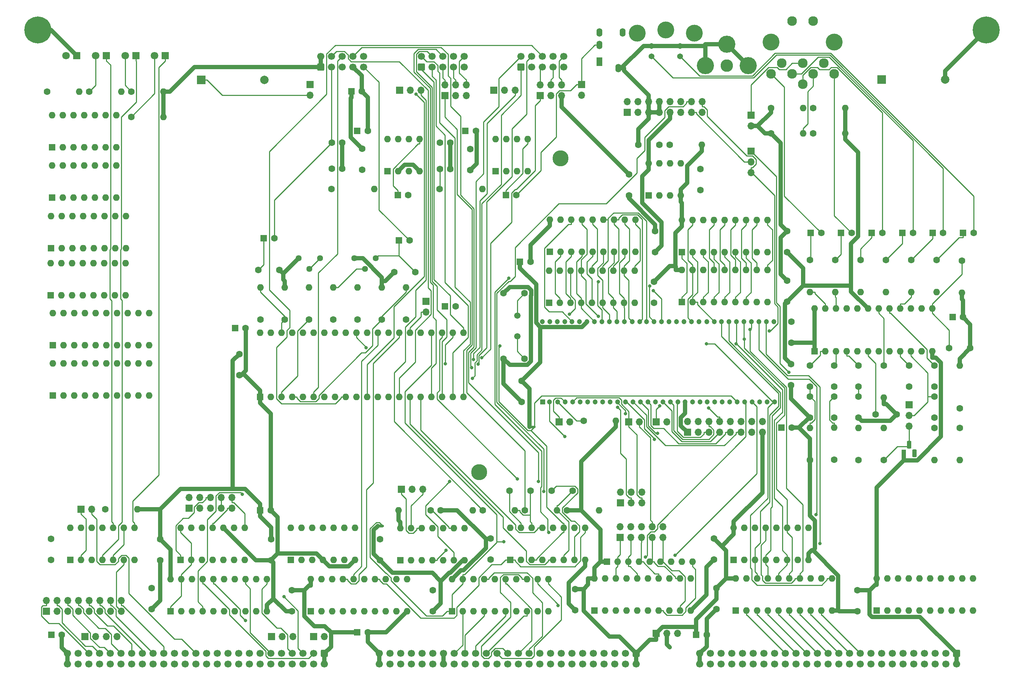
<source format=gbr>
%TF.GenerationSoftware,KiCad,Pcbnew,(6.0.11)*%
%TF.CreationDate,2023-12-29T11:58:43-05:00*%
%TF.ProjectId,input-output.Media,696e7075-742d-46f7-9574-7075742e4d65,rev?*%
%TF.SameCoordinates,Original*%
%TF.FileFunction,Copper,L2,Bot*%
%TF.FilePolarity,Positive*%
%FSLAX46Y46*%
G04 Gerber Fmt 4.6, Leading zero omitted, Abs format (unit mm)*
G04 Created by KiCad (PCBNEW (6.0.11)) date 2023-12-29 11:58:43*
%MOMM*%
%LPD*%
G01*
G04 APERTURE LIST*
G04 Aperture macros list*
%AMRoundRect*
0 Rectangle with rounded corners*
0 $1 Rounding radius*
0 $2 $3 $4 $5 $6 $7 $8 $9 X,Y pos of 4 corners*
0 Add a 4 corners polygon primitive as box body*
4,1,4,$2,$3,$4,$5,$6,$7,$8,$9,$2,$3,0*
0 Add four circle primitives for the rounded corners*
1,1,$1+$1,$2,$3*
1,1,$1+$1,$4,$5*
1,1,$1+$1,$6,$7*
1,1,$1+$1,$8,$9*
0 Add four rect primitives between the rounded corners*
20,1,$1+$1,$2,$3,$4,$5,0*
20,1,$1+$1,$4,$5,$6,$7,0*
20,1,$1+$1,$6,$7,$8,$9,0*
20,1,$1+$1,$8,$9,$2,$3,0*%
G04 Aperture macros list end*
%TA.AperFunction,ComponentPad*%
%ADD10C,6.400000*%
%TD*%
%TA.AperFunction,ComponentPad*%
%ADD11RoundRect,0.250000X-0.600000X0.600000X-0.600000X-0.600000X0.600000X-0.600000X0.600000X0.600000X0*%
%TD*%
%TA.AperFunction,ComponentPad*%
%ADD12C,1.700000*%
%TD*%
%TA.AperFunction,ComponentPad*%
%ADD13R,1.100000X1.800000*%
%TD*%
%TA.AperFunction,ComponentPad*%
%ADD14RoundRect,0.275000X-0.275000X-0.625000X0.275000X-0.625000X0.275000X0.625000X-0.275000X0.625000X0*%
%TD*%
%TA.AperFunction,ComponentPad*%
%ADD15C,3.800000*%
%TD*%
%TA.AperFunction,ComponentPad*%
%ADD16O,1.400000X2.000000*%
%TD*%
%TA.AperFunction,ComponentPad*%
%ADD17R,1.400000X2.000000*%
%TD*%
%TA.AperFunction,ComponentPad*%
%ADD18R,1.600000X1.600000*%
%TD*%
%TA.AperFunction,ComponentPad*%
%ADD19C,1.600000*%
%TD*%
%TA.AperFunction,ComponentPad*%
%ADD20R,1.700000X1.700000*%
%TD*%
%TA.AperFunction,ComponentPad*%
%ADD21O,1.700000X1.700000*%
%TD*%
%TA.AperFunction,ComponentPad*%
%ADD22O,1.600000X1.600000*%
%TD*%
%TA.AperFunction,ComponentPad*%
%ADD23R,2.000000X2.000000*%
%TD*%
%TA.AperFunction,ComponentPad*%
%ADD24C,2.000000*%
%TD*%
%TA.AperFunction,ComponentPad*%
%ADD25C,0.600000*%
%TD*%
%TA.AperFunction,ComponentPad*%
%ADD26R,1.800000X1.800000*%
%TD*%
%TA.AperFunction,ComponentPad*%
%ADD27C,1.800000*%
%TD*%
%TA.AperFunction,ComponentPad*%
%ADD28C,1.371600*%
%TD*%
%TA.AperFunction,ComponentPad*%
%ADD29C,4.000500*%
%TD*%
%TA.AperFunction,ComponentPad*%
%ADD30C,1.500000*%
%TD*%
%TA.AperFunction,ComponentPad*%
%ADD31RoundRect,0.250000X0.600000X-0.600000X0.600000X0.600000X-0.600000X0.600000X-0.600000X-0.600000X0*%
%TD*%
%TA.AperFunction,ComponentPad*%
%ADD32R,1.173480X1.173480*%
%TD*%
%TA.AperFunction,ComponentPad*%
%ADD33C,1.198880*%
%TD*%
%TA.AperFunction,ComponentPad*%
%ADD34C,1.440000*%
%TD*%
%TA.AperFunction,ComponentPad*%
%ADD35C,2.300000*%
%TD*%
%TA.AperFunction,ComponentPad*%
%ADD36C,4.000000*%
%TD*%
%TA.AperFunction,ComponentPad*%
%ADD37C,2.971800*%
%TD*%
%TA.AperFunction,ComponentPad*%
%ADD38C,4.064000*%
%TD*%
%TA.AperFunction,ViaPad*%
%ADD39C,0.800000*%
%TD*%
%TA.AperFunction,Conductor*%
%ADD40C,1.000000*%
%TD*%
%TA.AperFunction,Conductor*%
%ADD41C,0.250000*%
%TD*%
G04 APERTURE END LIST*
%TO.C,NT2*%
G36*
X121850000Y-193050000D02*
G01*
X120650000Y-193050000D01*
X120650000Y-192450000D01*
X121850000Y-192450000D01*
X121850000Y-193050000D01*
G37*
%TO.C,NT1*%
G36*
X157850000Y-169550000D02*
G01*
X156650000Y-169550000D01*
X156650000Y-168950000D01*
X157850000Y-168950000D01*
X157850000Y-169550000D01*
G37*
%TD*%
D10*
%TO.P,H2,1,1*%
%TO.N,GND*%
X265000000Y-75000000D03*
%TD*%
%TO.P,H1,1,1*%
%TO.N,GND*%
X40000000Y-75000000D03*
%TD*%
D11*
%TO.P,P2,1,Pin_1*%
%TO.N,VCC*%
X182000000Y-223000000D03*
D12*
%TO.P,P2,2,Pin_2*%
X182000000Y-225540000D03*
%TO.P,P2,3,Pin_3*%
%TO.N,/bus/A15*%
X179460000Y-223000000D03*
%TO.P,P2,4,Pin_4*%
%TO.N,/bus/A31*%
X179460000Y-225540000D03*
%TO.P,P2,5,Pin_5*%
%TO.N,/bus/A14*%
X176920000Y-223000000D03*
%TO.P,P2,6,Pin_6*%
%TO.N,/bus/A30*%
X176920000Y-225540000D03*
%TO.P,P2,7,Pin_7*%
%TO.N,/bus/A13*%
X174380000Y-223000000D03*
%TO.P,P2,8,Pin_8*%
%TO.N,/bus/A29*%
X174380000Y-225540000D03*
%TO.P,P2,9,Pin_9*%
%TO.N,/bus/A12*%
X171840000Y-223000000D03*
%TO.P,P2,10,Pin_10*%
%TO.N,/bus/A28*%
X171840000Y-225540000D03*
%TO.P,P2,11,Pin_11*%
%TO.N,/bus/A11*%
X169300000Y-223000000D03*
%TO.P,P2,12,Pin_12*%
%TO.N,/bus/A27*%
X169300000Y-225540000D03*
%TO.P,P2,13,Pin_13*%
%TO.N,/bus/A10*%
X166760000Y-223000000D03*
%TO.P,P2,14,Pin_14*%
%TO.N,/bus/A26*%
X166760000Y-225540000D03*
%TO.P,P2,15,Pin_15*%
%TO.N,/bus/A9*%
X164220000Y-223000000D03*
%TO.P,P2,16,Pin_16*%
%TO.N,/bus/A25*%
X164220000Y-225540000D03*
%TO.P,P2,17,Pin_17*%
%TO.N,/bus/A8*%
X161680000Y-223000000D03*
%TO.P,P2,18,Pin_18*%
%TO.N,/bus/A24*%
X161680000Y-225540000D03*
%TO.P,P2,19,Pin_19*%
%TO.N,+12V*%
X159140000Y-223000000D03*
%TO.P,P2,20,Pin_20*%
X159140000Y-225540000D03*
%TO.P,P2,21,Pin_21*%
%TO.N,A7*%
X156600000Y-223000000D03*
%TO.P,P2,22,Pin_22*%
%TO.N,/bus/A23*%
X156600000Y-225540000D03*
%TO.P,P2,23,Pin_23*%
%TO.N,A6*%
X154060000Y-223000000D03*
%TO.P,P2,24,Pin_24*%
%TO.N,/bus/A22*%
X154060000Y-225540000D03*
%TO.P,P2,25,Pin_25*%
%TO.N,A5*%
X151520000Y-223000000D03*
%TO.P,P2,26,Pin_26*%
%TO.N,/bus/A21*%
X151520000Y-225540000D03*
%TO.P,P2,27,Pin_27*%
%TO.N,A4*%
X148980000Y-223000000D03*
%TO.P,P2,28,Pin_28*%
%TO.N,/bus/A20*%
X148980000Y-225540000D03*
%TO.P,P2,29,Pin_29*%
%TO.N,A3*%
X146440000Y-223000000D03*
%TO.P,P2,30,Pin_30*%
%TO.N,/bus/A19*%
X146440000Y-225540000D03*
%TO.P,P2,31,Pin_31*%
%TO.N,A2*%
X143900000Y-223000000D03*
%TO.P,P2,32,Pin_32*%
%TO.N,/bus/A18*%
X143900000Y-225540000D03*
%TO.P,P2,33,Pin_33*%
%TO.N,A1*%
X141360000Y-223000000D03*
%TO.P,P2,34,Pin_34*%
%TO.N,/bus/A17*%
X141360000Y-225540000D03*
%TO.P,P2,35,Pin_35*%
%TO.N,A0*%
X138820000Y-223000000D03*
%TO.P,P2,36,Pin_36*%
%TO.N,/bus/A16*%
X138820000Y-225540000D03*
%TO.P,P2,37,Pin_37*%
%TO.N,-12V*%
X136280000Y-223000000D03*
%TO.P,P2,38,Pin_38*%
X136280000Y-225540000D03*
%TO.P,P2,39,Pin_39*%
%TO.N,/bus/IC3*%
X133740000Y-223000000D03*
%TO.P,P2,40,Pin_40*%
%TO.N,/bus/~{TEND1}*%
X133740000Y-225540000D03*
%TO.P,P2,41,Pin_41*%
%TO.N,/bus/IC2*%
X131200000Y-223000000D03*
%TO.P,P2,42,Pin_42*%
%TO.N,/bus/~{DREQ1}*%
X131200000Y-225540000D03*
%TO.P,P2,43,Pin_43*%
%TO.N,/bus/IC1*%
X128660000Y-223000000D03*
%TO.P,P2,44,Pin_44*%
%TO.N,/bus/~{TEND0}*%
X128660000Y-225540000D03*
%TO.P,P2,45,Pin_45*%
%TO.N,/bus/IC0*%
X126120000Y-223000000D03*
%TO.P,P2,46,Pin_46*%
%TO.N,/bus/~{DREQ0}*%
X126120000Y-225540000D03*
%TO.P,P2,47,Pin_47*%
%TO.N,/bus/AUXCLK1*%
X123580000Y-223000000D03*
%TO.P,P2,48,Pin_48*%
%TO.N,/bus/AUXCLK0*%
X123580000Y-225540000D03*
%TO.P,P2,49,Pin_49*%
%TO.N,GND*%
X121040000Y-223000000D03*
%TO.P,P2,50,Pin_50*%
X121040000Y-225540000D03*
%TD*%
D11*
%TO.P,P3,1,Pin_1*%
%TO.N,VCC*%
X258000000Y-223000000D03*
D12*
%TO.P,P3,2,Pin_2*%
X258000000Y-225540000D03*
%TO.P,P3,3,Pin_3*%
%TO.N,/bus/D15*%
X255460000Y-223000000D03*
%TO.P,P3,4,Pin_4*%
%TO.N,/bus/D31*%
X255460000Y-225540000D03*
%TO.P,P3,5,Pin_5*%
%TO.N,/bus/D14*%
X252920000Y-223000000D03*
%TO.P,P3,6,Pin_6*%
%TO.N,/bus/D30*%
X252920000Y-225540000D03*
%TO.P,P3,7,Pin_7*%
%TO.N,/bus/D13*%
X250380000Y-223000000D03*
%TO.P,P3,8,Pin_8*%
%TO.N,/bus/D29*%
X250380000Y-225540000D03*
%TO.P,P3,9,Pin_9*%
%TO.N,/bus/D12*%
X247840000Y-223000000D03*
%TO.P,P3,10,Pin_10*%
%TO.N,/bus/D28*%
X247840000Y-225540000D03*
%TO.P,P3,11,Pin_11*%
%TO.N,/bus/D11*%
X245300000Y-223000000D03*
%TO.P,P3,12,Pin_12*%
%TO.N,/bus/D27*%
X245300000Y-225540000D03*
%TO.P,P3,13,Pin_13*%
%TO.N,/bus/D10*%
X242760000Y-223000000D03*
%TO.P,P3,14,Pin_14*%
%TO.N,/bus/D26*%
X242760000Y-225540000D03*
%TO.P,P3,15,Pin_15*%
%TO.N,/bus/D9*%
X240220000Y-223000000D03*
%TO.P,P3,16,Pin_16*%
%TO.N,/bus/D25*%
X240220000Y-225540000D03*
%TO.P,P3,17,Pin_17*%
%TO.N,/bus/D8*%
X237680000Y-223000000D03*
%TO.P,P3,18,Pin_18*%
%TO.N,/bus/D24*%
X237680000Y-225540000D03*
%TO.P,P3,19,Pin_19*%
%TO.N,D7*%
X235140000Y-223000000D03*
%TO.P,P3,20,Pin_20*%
%TO.N,/bus/D23*%
X235140000Y-225540000D03*
%TO.P,P3,21,Pin_21*%
%TO.N,D6*%
X232600000Y-223000000D03*
%TO.P,P3,22,Pin_22*%
%TO.N,/bus/D22*%
X232600000Y-225540000D03*
%TO.P,P3,23,Pin_23*%
%TO.N,D5*%
X230060000Y-223000000D03*
%TO.P,P3,24,Pin_24*%
%TO.N,/bus/D21*%
X230060000Y-225540000D03*
%TO.P,P3,25,Pin_25*%
%TO.N,D4*%
X227520000Y-223000000D03*
%TO.P,P3,26,Pin_26*%
%TO.N,/bus/D20*%
X227520000Y-225540000D03*
%TO.P,P3,27,Pin_27*%
%TO.N,D3*%
X224980000Y-223000000D03*
%TO.P,P3,28,Pin_28*%
%TO.N,/bus/D19*%
X224980000Y-225540000D03*
%TO.P,P3,29,Pin_29*%
%TO.N,D2*%
X222440000Y-223000000D03*
%TO.P,P3,30,Pin_30*%
%TO.N,/bus/D18*%
X222440000Y-225540000D03*
%TO.P,P3,31,Pin_31*%
%TO.N,D1*%
X219900000Y-223000000D03*
%TO.P,P3,32,Pin_32*%
%TO.N,/bus/D17*%
X219900000Y-225540000D03*
%TO.P,P3,33,Pin_33*%
%TO.N,D0*%
X217360000Y-223000000D03*
%TO.P,P3,34,Pin_34*%
%TO.N,/bus/D16*%
X217360000Y-225540000D03*
%TO.P,P3,35,Pin_35*%
%TO.N,/bus/~{BUSERR}*%
X214820000Y-223000000D03*
%TO.P,P3,36,Pin_36*%
%TO.N,/bus/UDS*%
X214820000Y-225540000D03*
%TO.P,P3,37,Pin_37*%
%TO.N,/bus/~{VPA}*%
X212280000Y-223000000D03*
%TO.P,P3,38,Pin_38*%
%TO.N,/bus/LDS*%
X212280000Y-225540000D03*
%TO.P,P3,39,Pin_39*%
%TO.N,/bus/~{VMA}*%
X209740000Y-223000000D03*
%TO.P,P3,40,Pin_40*%
%TO.N,/bus/S2*%
X209740000Y-225540000D03*
%TO.P,P3,41,Pin_41*%
%TO.N,/bus/~{BHE}*%
X207200000Y-223000000D03*
%TO.P,P3,42,Pin_42*%
%TO.N,/bus/S1*%
X207200000Y-225540000D03*
%TO.P,P3,43,Pin_43*%
%TO.N,/bus/IPL2*%
X204660000Y-223000000D03*
%TO.P,P3,44,Pin_44*%
%TO.N,/bus/S0*%
X204660000Y-225540000D03*
%TO.P,P3,45,Pin_45*%
%TO.N,/bus/IPL1*%
X202120000Y-223000000D03*
%TO.P,P3,46,Pin_46*%
%TO.N,/bus/AUXCLK3*%
X202120000Y-225540000D03*
%TO.P,P3,47,Pin_47*%
%TO.N,/bus/IPL0*%
X199580000Y-223000000D03*
%TO.P,P3,48,Pin_48*%
%TO.N,/bus/AUXCLK2*%
X199580000Y-225540000D03*
%TO.P,P3,49,Pin_49*%
%TO.N,GND*%
X197040000Y-223000000D03*
%TO.P,P3,50,Pin_50*%
X197040000Y-225540000D03*
%TD*%
D11*
%TO.P,P1,1,Pin_1*%
%TO.N,VCC*%
X108000000Y-223000000D03*
D12*
%TO.P,P1,2,Pin_2*%
X108000000Y-225540000D03*
%TO.P,P1,3,Pin_3*%
%TO.N,~{RD}*%
X105460000Y-223000000D03*
%TO.P,P1,4,Pin_4*%
%TO.N,/bus/E*%
X105460000Y-225540000D03*
%TO.P,P1,5,Pin_5*%
%TO.N,~{WR}*%
X102920000Y-223000000D03*
%TO.P,P1,6,Pin_6*%
%TO.N,/bus/ST*%
X102920000Y-225540000D03*
%TO.P,P1,7,Pin_7*%
%TO.N,~{IORQ}*%
X100380000Y-223000000D03*
%TO.P,P1,8,Pin_8*%
%TO.N,/bus/PHI*%
X100380000Y-225540000D03*
%TO.P,P1,9,Pin_9*%
%TO.N,/bus/~{MREQ}*%
X97840000Y-223000000D03*
%TO.P,P1,10,Pin_10*%
%TO.N,/bus/~{INT2}*%
X97840000Y-225540000D03*
%TO.P,P1,11,Pin_11*%
%TO.N,~{M1}*%
X95300000Y-223000000D03*
%TO.P,P1,12,Pin_12*%
%TO.N,/bus/~{INT1}*%
X95300000Y-225540000D03*
%TO.P,P1,13,Pin_13*%
%TO.N,/bus/~{BUSACK}*%
X92760000Y-223000000D03*
%TO.P,P1,14,Pin_14*%
%TO.N,/bus/CRUCLK*%
X92760000Y-225540000D03*
%TO.P,P1,15,Pin_15*%
%TO.N,CLK*%
X90220000Y-223000000D03*
%TO.P,P1,16,Pin_16*%
%TO.N,/bus/CRUOUT*%
X90220000Y-225540000D03*
%TO.P,P1,17,Pin_17*%
%TO.N,/bus/~{INT0}*%
X87680000Y-223000000D03*
%TO.P,P1,18,Pin_18*%
%TO.N,/bus/CRUIN*%
X87680000Y-225540000D03*
%TO.P,P1,19,Pin_19*%
%TO.N,/bus/~{NMI}*%
X85140000Y-223000000D03*
%TO.P,P1,20,Pin_20*%
%TO.N,~{RES_IN}*%
X85140000Y-225540000D03*
%TO.P,P1,21,Pin_21*%
%TO.N,~{RES_OUT}*%
X82600000Y-223000000D03*
%TO.P,P1,22,Pin_22*%
%TO.N,/bus/USER8*%
X82600000Y-225540000D03*
%TO.P,P1,23,Pin_23*%
%TO.N,/bus/~{BUSRQ}*%
X80060000Y-223000000D03*
%TO.P,P1,24,Pin_24*%
%TO.N,/bus/USER7*%
X80060000Y-225540000D03*
%TO.P,P1,25,Pin_25*%
%TO.N,~{WAIT}*%
X77520000Y-223000000D03*
%TO.P,P1,26,Pin_26*%
%TO.N,/bus/USER6*%
X77520000Y-225540000D03*
%TO.P,P1,27,Pin_27*%
%TO.N,/bus/~{HALT}*%
X74980000Y-223000000D03*
%TO.P,P1,28,Pin_28*%
%TO.N,/bus/USER5*%
X74980000Y-225540000D03*
%TO.P,P1,29,Pin_29*%
%TO.N,/bus/~{RFSH}*%
X72440000Y-223000000D03*
%TO.P,P1,30,Pin_30*%
%TO.N,/bus/USER4*%
X72440000Y-225540000D03*
%TO.P,P1,31,Pin_31*%
%TO.N,~{EIRQ7}*%
X69900000Y-223000000D03*
%TO.P,P1,32,Pin_32*%
%TO.N,/bus/USER3*%
X69900000Y-225540000D03*
%TO.P,P1,33,Pin_33*%
%TO.N,~{EIRQ6}*%
X67360000Y-223000000D03*
%TO.P,P1,34,Pin_34*%
%TO.N,/bus/USER2*%
X67360000Y-225540000D03*
%TO.P,P1,35,Pin_35*%
%TO.N,~{EIRQ5}*%
X64820000Y-223000000D03*
%TO.P,P1,36,Pin_36*%
%TO.N,/bus/USER1*%
X64820000Y-225540000D03*
%TO.P,P1,37,Pin_37*%
%TO.N,~{EIRQ4}*%
X62280000Y-223000000D03*
%TO.P,P1,38,Pin_38*%
%TO.N,/bus/USER0*%
X62280000Y-225540000D03*
%TO.P,P1,39,Pin_39*%
%TO.N,~{EIRQ3}*%
X59740000Y-223000000D03*
%TO.P,P1,40,Pin_40*%
%TO.N,~{BAI}*%
X59740000Y-225540000D03*
%TO.P,P1,41,Pin_41*%
%TO.N,~{EIRQ2}*%
X57200000Y-223000000D03*
%TO.P,P1,42,Pin_42*%
%TO.N,~{BAO}*%
X57200000Y-225540000D03*
%TO.P,P1,43,Pin_43*%
%TO.N,~{EIRQ1}*%
X54660000Y-223000000D03*
%TO.P,P1,44,Pin_44*%
%TO.N,~{IEI}*%
X54660000Y-225540000D03*
%TO.P,P1,45,Pin_45*%
%TO.N,~{EIRQ0}*%
X52120000Y-223000000D03*
%TO.P,P1,46,Pin_46*%
%TO.N,~{IEO}*%
X52120000Y-225540000D03*
%TO.P,P1,47,Pin_47*%
%TO.N,/bus/I2C_SCL*%
X49580000Y-223000000D03*
%TO.P,P1,48,Pin_48*%
%TO.N,/bus/I2C_SDA*%
X49580000Y-225540000D03*
%TO.P,P1,49,Pin_49*%
%TO.N,GND*%
X47040000Y-223000000D03*
%TO.P,P1,50,Pin_50*%
X47040000Y-225540000D03*
%TD*%
D13*
%TO.P,Q1,1,E*%
%TO.N,VCC*%
X245480000Y-175510000D03*
D14*
%TO.P,Q1,2,B*%
%TO.N,Net-(JP1-Pad3)*%
X246750000Y-173440000D03*
%TO.P,Q1,3,C*%
%TO.N,Net-(Q1-Pad3)*%
X248020000Y-175510000D03*
%TD*%
D15*
%TO.P,H3,1*%
%TO.N,N/C*%
X164000000Y-105500000D03*
%TD*%
D16*
%TO.P,J12,*%
%TO.N,*%
X178717500Y-75545000D03*
%TO.P,J12,R1*%
%TO.N,/Amplifier/R-CH*%
X173217500Y-78545000D03*
%TO.P,J12,R2*%
%TO.N,unconnected-(J12-PadR2)*%
X173217500Y-75545000D03*
%TO.P,J12,S*%
%TO.N,GND*%
X177717500Y-84045000D03*
D17*
%TO.P,J12,T*%
%TO.N,/Amplifier/L-CH*%
X173217500Y-82545000D03*
%TD*%
D18*
%TO.P,C60,1*%
%TO.N,Net-(C60-Pad1)*%
X252317600Y-123170000D03*
D19*
%TO.P,C60,2*%
%TO.N,/VDP/LUMA*%
X254817600Y-123170000D03*
%TD*%
%TO.P,C34,1*%
%TO.N,GND*%
X142584700Y-108230000D03*
%TO.P,C34,2*%
%TO.N,/Amplifier/AMPPWR*%
X142584700Y-103230000D03*
%TD*%
%TO.P,C43,1*%
%TO.N,/VDP/RED*%
X223250000Y-159670000D03*
%TO.P,C43,2*%
%TO.N,Net-(C43-Pad2)*%
X223250000Y-154670000D03*
%TD*%
D15*
%TO.P,H4,1*%
%TO.N,N/C*%
X144750000Y-180000000D03*
%TD*%
D20*
%TO.P,SW1,1,Pin_1*%
%TO.N,Net-(RN1-Pad2)*%
X178125000Y-195475000D03*
D21*
%TO.P,SW1,2,Pin_2*%
%TO.N,ZERO*%
X178125000Y-192935000D03*
%TO.P,SW1,3,Pin_3*%
%TO.N,Net-(RN1-Pad3)*%
X180665000Y-195475000D03*
%TO.P,SW1,4,Pin_4*%
%TO.N,ZERO*%
X180665000Y-192935000D03*
%TO.P,SW1,5,Pin_5*%
%TO.N,Net-(RN1-Pad4)*%
X183205000Y-195475000D03*
%TO.P,SW1,6,Pin_6*%
%TO.N,ZERO*%
X183205000Y-192935000D03*
%TO.P,SW1,7,Pin_7*%
%TO.N,Net-(RN1-Pad5)*%
X185745000Y-195475000D03*
%TO.P,SW1,8,Pin_8*%
%TO.N,ZERO*%
X185745000Y-192935000D03*
%TO.P,SW1,9,Pin_9*%
%TO.N,Net-(RN1-Pad6)*%
X188285000Y-195475000D03*
%TO.P,SW1,10,Pin_10*%
%TO.N,ZERO*%
X188285000Y-192935000D03*
%TD*%
D18*
%TO.P,U17,1,~{A}*%
%TO.N,~{CS_ACR}*%
X152125000Y-200800000D03*
D22*
%TO.P,U17,2,B*%
%TO.N,ONE*%
X154665000Y-200800000D03*
%TO.P,U17,3,~{CLR}*%
X157205000Y-200800000D03*
%TO.P,U17,4,~{Q}*%
%TO.N,unconnected-(U17-Pad4)*%
X159745000Y-200800000D03*
%TO.P,U17,5,Q*%
%TO.N,/PSG/PWA2*%
X162285000Y-200800000D03*
%TO.P,U17,6,Cext*%
%TO.N,Net-(C85-Pad2)*%
X164825000Y-200800000D03*
%TO.P,U17,7,RCext*%
%TO.N,Net-(C85-Pad1)*%
X167365000Y-200800000D03*
%TO.P,U17,8,GND*%
%TO.N,GND*%
X169905000Y-200800000D03*
%TO.P,U17,9,~{A}*%
%TO.N,~{CS_ACR}*%
X169905000Y-193180000D03*
%TO.P,U17,10,B*%
%TO.N,ONE*%
X167365000Y-193180000D03*
%TO.P,U17,11,~{CLR}*%
X164825000Y-193180000D03*
%TO.P,U17,12,~{Q}*%
%TO.N,unconnected-(U17-Pad12)*%
X162285000Y-193180000D03*
%TO.P,U17,13,Q*%
%TO.N,/PSG/PWA1*%
X159745000Y-193180000D03*
%TO.P,U17,14,Cext*%
%TO.N,Net-(C84-Pad2)*%
X157205000Y-193180000D03*
%TO.P,U17,15,RCext*%
%TO.N,Net-(C84-Pad1)*%
X154665000Y-193180000D03*
%TO.P,U17,16,VCC*%
%TO.N,VCC*%
X152125000Y-193180000D03*
%TD*%
D18*
%TO.P,C59,1*%
%TO.N,Net-(C59-Pad1)*%
X245135200Y-123170000D03*
D19*
%TO.P,C59,2*%
%TO.N,/VDP/COMP*%
X247635200Y-123170000D03*
%TD*%
D18*
%TO.P,J1,1,Pin_1*%
%TO.N,unconnected-(J1-Pad1)*%
X43375000Y-114800000D03*
D22*
%TO.P,J1,2,Pin_2*%
%TO.N,unconnected-(J1-Pad2)*%
X45915000Y-114800000D03*
%TO.P,J1,3,Pin_3*%
%TO.N,unconnected-(J1-Pad3)*%
X48455000Y-114800000D03*
%TO.P,J1,4,Pin_4*%
%TO.N,unconnected-(J1-Pad4)*%
X50995000Y-114800000D03*
%TO.P,J1,5,Pin_5*%
%TO.N,unconnected-(J1-Pad5)*%
X53535000Y-114800000D03*
%TO.P,J1,6,Pin_6*%
%TO.N,unconnected-(J1-Pad6)*%
X56075000Y-114800000D03*
%TO.P,J1,7,Pin_7*%
%TO.N,unconnected-(J1-Pad7)*%
X58615000Y-114800000D03*
%TO.P,J1,8,Pin_8*%
%TO.N,unconnected-(J1-Pad8)*%
X58615000Y-107180000D03*
%TO.P,J1,9,Pin_9*%
%TO.N,unconnected-(J1-Pad9)*%
X56075000Y-107180000D03*
%TO.P,J1,10,Pin_10*%
%TO.N,unconnected-(J1-Pad10)*%
X53535000Y-107180000D03*
%TO.P,J1,11,Pin_11*%
%TO.N,unconnected-(J1-Pad11)*%
X50995000Y-107180000D03*
%TO.P,J1,12,Pin_12*%
%TO.N,unconnected-(J1-Pad12)*%
X48455000Y-107180000D03*
%TO.P,J1,13,Pin_13*%
%TO.N,unconnected-(J1-Pad13)*%
X45915000Y-107180000D03*
%TO.P,J1,14,Pin_14*%
%TO.N,unconnected-(J1-Pad14)*%
X43375000Y-107180000D03*
%TD*%
D20*
%TO.P,JP9,1,A*%
%TO.N,/Amplifier/L-CH*%
X104580000Y-87970000D03*
D21*
%TO.P,JP9,2,B*%
%TO.N,Net-(JP9-Pad2)*%
X104580000Y-90510000D03*
%TD*%
D19*
%TO.P,C5,1*%
%TO.N,VCC*%
X180250000Y-109250000D03*
%TO.P,C5,2*%
%TO.N,GND*%
X180250000Y-114250000D03*
%TD*%
D20*
%TO.P,JP4,1,A*%
%TO.N,GND*%
X132100000Y-139425000D03*
D21*
%TO.P,JP4,2,B*%
%TO.N,Net-(JP4-Pad2)*%
X132100000Y-141965000D03*
%TD*%
D19*
%TO.P,R17,1*%
%TO.N,Net-(C60-Pad1)*%
X247250000Y-129610000D03*
D22*
%TO.P,R17,2*%
%TO.N,Net-(R17-Pad2)*%
X247250000Y-137230000D03*
%TD*%
D20*
%TO.P,JP2,1,A*%
%TO.N,Net-(JP2-Pad1)*%
X50275000Y-188750000D03*
D21*
%TO.P,JP2,2,B*%
%TO.N,~{WAIT}*%
X52815000Y-188750000D03*
%TD*%
D19*
%TO.P,R30,1*%
%TO.N,Net-(C38-Pad1)*%
X109662000Y-112700000D03*
D22*
%TO.P,R30,2*%
%TO.N,Net-(C46-Pad1)*%
X119822000Y-112700000D03*
%TD*%
D19*
%TO.P,C85,1*%
%TO.N,Net-(C85-Pad1)*%
X161900000Y-184400000D03*
%TO.P,C85,2*%
%TO.N,Net-(C85-Pad2)*%
X166900000Y-184400000D03*
%TD*%
%TO.P,R16,1*%
%TO.N,Net-(C59-Pad1)*%
X241250000Y-129610000D03*
D22*
%TO.P,R16,2*%
%TO.N,Net-(R16-Pad2)*%
X241250000Y-137230000D03*
%TD*%
D19*
%TO.P,C80,1*%
%TO.N,GND*%
X97350000Y-131950000D03*
%TO.P,C80,2*%
%TO.N,Net-(C80-Pad2)*%
X92350000Y-131950000D03*
%TD*%
D23*
%TO.P,LS1,1,1*%
%TO.N,Net-(JP9-Pad2)*%
X78760000Y-86800000D03*
D24*
%TO.P,LS1,2,2*%
%TO.N,GND*%
X93760000Y-86800000D03*
%TD*%
D18*
%TO.P,C61,1*%
%TO.N,Net-(C61-Pad1)*%
X259567600Y-123170000D03*
D19*
%TO.P,C61,2*%
%TO.N,/VDP/CHROMA*%
X262067600Y-123170000D03*
%TD*%
%TO.P,R15,1*%
%TO.N,Net-(C58-Pad1)*%
X235250000Y-129610000D03*
D22*
%TO.P,R15,2*%
%TO.N,Net-(R15-Pad2)*%
X235250000Y-137230000D03*
%TD*%
D19*
%TO.P,R22,1*%
%TO.N,Net-(C4-Pad1)*%
X189940000Y-102250000D03*
D22*
%TO.P,R22,2*%
%TO.N,GND*%
X197560000Y-102250000D03*
%TD*%
D18*
%TO.P,U1,1,I1/CLK*%
%TO.N,unconnected-(U1-Pad1)*%
X104750000Y-213000000D03*
D22*
%TO.P,U1,2,I2*%
%TO.N,~{bWR}*%
X107290000Y-213000000D03*
%TO.P,U1,3,I3*%
%TO.N,~{CS_MEDIA}*%
X109830000Y-213000000D03*
%TO.P,U1,4,I4*%
%TO.N,~{bRD}*%
X112370000Y-213000000D03*
%TO.P,U1,5,I5*%
%TO.N,bA2*%
X114910000Y-213000000D03*
%TO.P,U1,6,I6*%
%TO.N,bA0*%
X117450000Y-213000000D03*
%TO.P,U1,7,I7*%
%TO.N,bA1*%
X119990000Y-213000000D03*
%TO.P,U1,8,I8*%
%TO.N,unconnected-(U1-Pad8)*%
X122530000Y-213000000D03*
%TO.P,U1,9,I9*%
%TO.N,unconnected-(U1-Pad9)*%
X125070000Y-213000000D03*
%TO.P,U1,10,GND*%
%TO.N,GND*%
X127610000Y-213000000D03*
%TO.P,U1,11,I10/~{OE}*%
%TO.N,unconnected-(U1-Pad11)*%
X127610000Y-205380000D03*
%TO.P,U1,12,IO8*%
%TO.N,unconnected-(U1-Pad12)*%
X125070000Y-205380000D03*
%TO.P,U1,13,IO7*%
%TO.N,unconnected-(U1-Pad13)*%
X122530000Y-205380000D03*
%TO.P,U1,14,IO6*%
%TO.N,~{CS_ACR}*%
X119990000Y-205380000D03*
%TO.P,U1,15,IO5*%
%TO.N,~{CS_ACR_WR}*%
X117450000Y-205380000D03*
%TO.P,U1,16,IO4*%
%TO.N,~{CS_PSG_A0}*%
X114910000Y-205380000D03*
%TO.P,U1,17,I03*%
%TO.N,~{CS_PSG_WR}*%
X112370000Y-205380000D03*
%TO.P,U1,18,IO2*%
%TO.N,~{VDP_RD}*%
X109830000Y-205380000D03*
%TO.P,U1,19,IO1*%
%TO.N,~{VDP_WR}*%
X107290000Y-205380000D03*
%TO.P,U1,20,VCC*%
%TO.N,VCC*%
X104750000Y-205380000D03*
%TD*%
D20*
%TO.P,JP8,1,A*%
%TO.N,VCC*%
X186725000Y-218250000D03*
D21*
%TO.P,JP8,2,C*%
%TO.N,/Amplifier/AMPPWR*%
X189265000Y-218250000D03*
%TO.P,JP8,3,B*%
%TO.N,+12V*%
X191805000Y-218250000D03*
%TD*%
D18*
%TO.P,U4,1*%
%TO.N,Net-(U24-Pad8)*%
X47675000Y-200800000D03*
D22*
%TO.P,U4,2*%
%TO.N,Net-(JP2-Pad1)*%
X50215000Y-200800000D03*
%TO.P,U4,3*%
%TO.N,/ACR/STATUS-VDP*%
X52755000Y-200800000D03*
%TO.P,U4,4*%
%TO.N,Net-(D2-Pad1)*%
X55295000Y-200800000D03*
%TO.P,U4,5*%
%TO.N,/VDP/~{VINT}*%
X57835000Y-200800000D03*
%TO.P,U4,6*%
%TO.N,Net-(J7-Pad1)*%
X60375000Y-200800000D03*
%TO.P,U4,7,GND*%
%TO.N,GND*%
X62915000Y-200800000D03*
%TO.P,U4,8*%
%TO.N,Net-(D3-Pad1)*%
X62915000Y-193180000D03*
%TO.P,U4,9*%
%TO.N,/VDP/~{VINT}*%
X60375000Y-193180000D03*
%TO.P,U4,10*%
%TO.N,Net-(D4-Pad1)*%
X57835000Y-193180000D03*
%TO.P,U4,11*%
%TO.N,/ACR/STATUS-PSG*%
X55295000Y-193180000D03*
%TO.P,U4,12*%
%TO.N,unconnected-(U4-Pad12)*%
X52755000Y-193180000D03*
%TO.P,U4,13*%
%TO.N,unconnected-(U4-Pad13)*%
X50215000Y-193180000D03*
%TO.P,U4,14,VCC*%
%TO.N,VCC*%
X47675000Y-193180000D03*
%TD*%
D19*
%TO.P,L1,1*%
%TO.N,Net-(C51-Pad2)*%
X258750000Y-164830000D03*
D22*
%TO.P,L1,2*%
%TO.N,GND*%
X258750000Y-154670000D03*
%TD*%
D20*
%TO.P,P8,1,Pin_1*%
%TO.N,Net-(P8-Pad1)*%
X75925000Y-188540000D03*
D21*
%TO.P,P8,2,Pin_2*%
%TO.N,Net-(P8-Pad2)*%
X75925000Y-186000000D03*
%TO.P,P8,3,Pin_3*%
%TO.N,Net-(P8-Pad1)*%
X78465000Y-188540000D03*
%TO.P,P8,4,Pin_4*%
%TO.N,Net-(P8-Pad4)*%
X78465000Y-186000000D03*
%TO.P,P8,5,Pin_5*%
%TO.N,Net-(P8-Pad5)*%
X81005000Y-188540000D03*
%TO.P,P8,6,Pin_6*%
%TO.N,/PSG/CLK_AY3*%
X81005000Y-186000000D03*
%TO.P,P8,7,Pin_7*%
%TO.N,Net-(P8-Pad7)*%
X83545000Y-188540000D03*
%TO.P,P8,8,Pin_8*%
X83545000Y-186000000D03*
%TO.P,P8,9,Pin_9*%
%TO.N,Net-(P8-Pad9)*%
X86085000Y-188540000D03*
%TO.P,P8,10,Pin_10*%
%TO.N,Net-(P8-Pad10)*%
X86085000Y-186000000D03*
%TD*%
D25*
%TO.P,NT2,1,1*%
%TO.N,GND*%
X120650000Y-192750000D03*
%TO.P,NT2,2,2*%
%TO.N,ZERO*%
X121850000Y-192750000D03*
%TD*%
D20*
%TO.P,J8,1,Pin_1*%
%TO.N,VCC*%
X148175000Y-89290000D03*
D21*
%TO.P,J8,2,Pin_2*%
%TO.N,Net-(J8-Pad2)*%
X150715000Y-89290000D03*
%TO.P,J8,3,Pin_3*%
%TO.N,/PSG/JOYBG*%
X153255000Y-89290000D03*
%TD*%
D18*
%TO.P,J4,1,Pin_1*%
%TO.N,unconnected-(J4-Pad1)*%
X43375000Y-102800000D03*
D22*
%TO.P,J4,2,Pin_2*%
%TO.N,unconnected-(J4-Pad2)*%
X45915000Y-102800000D03*
%TO.P,J4,3,Pin_3*%
%TO.N,unconnected-(J4-Pad3)*%
X48455000Y-102800000D03*
%TO.P,J4,4,Pin_4*%
%TO.N,unconnected-(J4-Pad4)*%
X50995000Y-102800000D03*
%TO.P,J4,5,Pin_5*%
%TO.N,unconnected-(J4-Pad5)*%
X53535000Y-102800000D03*
%TO.P,J4,6,Pin_6*%
%TO.N,unconnected-(J4-Pad6)*%
X56075000Y-102800000D03*
%TO.P,J4,7,Pin_7*%
%TO.N,unconnected-(J4-Pad7)*%
X58615000Y-102800000D03*
%TO.P,J4,8,Pin_8*%
%TO.N,unconnected-(J4-Pad8)*%
X58615000Y-95180000D03*
%TO.P,J4,9,Pin_9*%
%TO.N,unconnected-(J4-Pad9)*%
X56075000Y-95180000D03*
%TO.P,J4,10,Pin_10*%
%TO.N,unconnected-(J4-Pad10)*%
X53535000Y-95180000D03*
%TO.P,J4,11,Pin_11*%
%TO.N,unconnected-(J4-Pad11)*%
X50995000Y-95180000D03*
%TO.P,J4,12,Pin_12*%
%TO.N,unconnected-(J4-Pad12)*%
X48455000Y-95180000D03*
%TO.P,J4,13,Pin_13*%
%TO.N,unconnected-(J4-Pad13)*%
X45915000Y-95180000D03*
%TO.P,J4,14,Pin_14*%
%TO.N,unconnected-(J4-Pad14)*%
X43375000Y-95180000D03*
%TD*%
D19*
%TO.P,R3,1*%
%TO.N,GND*%
X213940000Y-99500000D03*
D22*
%TO.P,R3,2*%
%TO.N,/VDP/YS*%
X221560000Y-99500000D03*
%TD*%
D19*
%TO.P,C66,1*%
%TO.N,VCC*%
X217750000Y-139500000D03*
%TO.P,C66,2*%
%TO.N,GND*%
X217750000Y-134500000D03*
%TD*%
D18*
%TO.P,U7,1,OE*%
%TO.N,ZERO*%
X192850000Y-139550000D03*
D22*
%TO.P,U7,2,IO1*%
%TO.N,/VDP/VD0*%
X195390000Y-139550000D03*
%TO.P,U7,3,IO2*%
%TO.N,/VDP/VD1*%
X197930000Y-139550000D03*
%TO.P,U7,4,WE*%
%TO.N,/VDP/~{VRW}*%
X200470000Y-139550000D03*
%TO.P,U7,5,RAS*%
%TO.N,/VDP/~{RAS}*%
X203010000Y-139550000D03*
%TO.P,U7,6,A6*%
%TO.N,/VDP/AD6*%
X205550000Y-139550000D03*
%TO.P,U7,7,A5*%
%TO.N,/VDP/AD5*%
X208090000Y-139550000D03*
%TO.P,U7,8,A4*%
%TO.N,/VDP/AD4*%
X210630000Y-139550000D03*
%TO.P,U7,9,VCC*%
%TO.N,VCC*%
X213170000Y-139550000D03*
%TO.P,U7,10,A7*%
%TO.N,/VDP/AD7*%
X213170000Y-131930000D03*
%TO.P,U7,11,A3*%
%TO.N,/VDP/AD3*%
X210630000Y-131930000D03*
%TO.P,U7,12,A2*%
%TO.N,/VDP/AD2*%
X208090000Y-131930000D03*
%TO.P,U7,13,A1*%
%TO.N,/VDP/AD1*%
X205550000Y-131930000D03*
%TO.P,U7,14,A0*%
%TO.N,/VDP/AD0*%
X203010000Y-131930000D03*
%TO.P,U7,15,IO3*%
%TO.N,/VDP/VD2*%
X200470000Y-131930000D03*
%TO.P,U7,16,CAS*%
%TO.N,/VDP/~{CAS0}*%
X197930000Y-131930000D03*
%TO.P,U7,17,IO4*%
%TO.N,/VDP/VD3*%
X195390000Y-131930000D03*
%TO.P,U7,18,GND*%
%TO.N,GND*%
X192850000Y-131930000D03*
%TD*%
D20*
%TO.P,JP6,1,A*%
%TO.N,/VDP/~{HSYNC}*%
X180225000Y-168000000D03*
D21*
%TO.P,JP6,2,B*%
%TO.N,ZERO*%
X182765000Y-168000000D03*
%TD*%
D26*
%TO.P,D1,1,K*%
%TO.N,GND*%
X49250000Y-81100000D03*
D27*
%TO.P,D1,2,A*%
%TO.N,Net-(D1-Pad2)*%
X46710000Y-81100000D03*
%TD*%
D19*
%TO.P,R2,1*%
%TO.N,GND*%
X213940000Y-93500000D03*
D22*
%TO.P,R2,2*%
%TO.N,/VDP/AV*%
X221560000Y-93500000D03*
%TD*%
D19*
%TO.P,R5,1*%
%TO.N,GND*%
X223250000Y-177060000D03*
D22*
%TO.P,R5,2*%
%TO.N,/VDP/RED*%
X223250000Y-169440000D03*
%TD*%
D19*
%TO.P,R39,1*%
%TO.N,VCC*%
X135590000Y-189000000D03*
D22*
%TO.P,R39,2*%
%TO.N,Net-(C84-Pad2)*%
X143210000Y-189000000D03*
%TD*%
D20*
%TO.P,P13,1,Pin_1*%
%TO.N,Net-(P13-Pad1)*%
X178225000Y-187275000D03*
D21*
%TO.P,P13,2,Pin_2*%
%TO.N,/VDP/VSYNC*%
X178225000Y-184735000D03*
%TO.P,P13,3,Pin_3*%
%TO.N,/VDP/VGA-HSYNC*%
X180765000Y-187275000D03*
%TO.P,P13,4,Pin_4*%
%TO.N,/VDP/VGA-VSYNC*%
X180765000Y-184735000D03*
%TO.P,P13,5,Pin_5*%
%TO.N,/VDP/~{HSYNC}*%
X183305000Y-187275000D03*
%TO.P,P13,6,Pin_6*%
%TO.N,/VDP/~{VSYNC}*%
X183305000Y-184735000D03*
%TD*%
D18*
%TO.P,U5,1,GND*%
%TO.N,GND*%
X224275000Y-151270000D03*
D22*
%TO.P,U5,2,RIN*%
%TO.N,Net-(C43-Pad2)*%
X226815000Y-151270000D03*
%TO.P,U5,3,GIN*%
%TO.N,Net-(C44-Pad2)*%
X229355000Y-151270000D03*
%TO.P,U5,4,BIN*%
%TO.N,Net-(C45-Pad2)*%
X231895000Y-151270000D03*
%TO.P,U5,5,NC*%
%TO.N,unconnected-(U5-Pad5)*%
X234435000Y-151270000D03*
%TO.P,U5,6,SCIN*%
%TO.N,Net-(C49-Pad1)*%
X236975000Y-151270000D03*
%TO.P,U5,7,NTSC/~{PAL}*%
%TO.N,VCC*%
X239515000Y-151270000D03*
%TO.P,U5,8,BFOUT*%
%TO.N,unconnected-(U5-Pad8)*%
X242055000Y-151270000D03*
%TO.P,U5,9,YCLPC*%
%TO.N,Net-(C50-Pad1)*%
X244595000Y-151270000D03*
%TO.P,U5,10,SYNCIN*%
%TO.N,/VDP/SYNCIN*%
X247135000Y-151270000D03*
%TO.P,U5,11,NC*%
%TO.N,unconnected-(U5-Pad11)*%
X249675000Y-151270000D03*
%TO.P,U5,12,VCC*%
%TO.N,VCC*%
X252215000Y-151270000D03*
%TO.P,U5,13,IREF*%
%TO.N,Net-(C55-Pad1)*%
X252215000Y-141110000D03*
%TO.P,U5,14,VREF*%
%TO.N,Net-(C54-Pad1)*%
X249675000Y-141110000D03*
%TO.P,U5,15,COUT*%
%TO.N,Net-(R18-Pad2)*%
X247135000Y-141110000D03*
%TO.P,U5,16,YOUT*%
%TO.N,Net-(R17-Pad2)*%
X244595000Y-141110000D03*
%TO.P,U5,17,YTRAP*%
%TO.N,Net-(C51-Pad1)*%
X242055000Y-141110000D03*
%TO.P,U5,18,FO*%
%TO.N,Net-(R11-Pad1)*%
X239515000Y-141110000D03*
%TO.P,U5,19,VCC*%
%TO.N,VCC*%
X236975000Y-141110000D03*
%TO.P,U5,20,CVOUT*%
%TO.N,Net-(R16-Pad2)*%
X234435000Y-141110000D03*
%TO.P,U5,21,BOUT*%
%TO.N,Net-(R15-Pad2)*%
X231895000Y-141110000D03*
%TO.P,U5,22,GOUT*%
%TO.N,Net-(R14-Pad2)*%
X229355000Y-141110000D03*
%TO.P,U5,23,ROUT*%
%TO.N,Net-(R13-Pad2)*%
X226815000Y-141110000D03*
%TO.P,U5,24,GND*%
%TO.N,GND*%
X224275000Y-141110000D03*
%TD*%
D19*
%TO.P,R24,1*%
%TO.N,/VDP/~{VINT}*%
X55990000Y-188750000D03*
D22*
%TO.P,R24,2*%
%TO.N,VCC*%
X63610000Y-188750000D03*
%TD*%
D28*
%TO.P,J14,1*%
%TO.N,GND*%
X185600000Y-78750000D03*
%TO.P,J14,2*%
X192400000Y-78750000D03*
%TO.P,J14,3*%
%TO.N,/VDP/LUMA*%
X185600000Y-81250000D03*
%TO.P,J14,4*%
%TO.N,/VDP/CHROMA*%
X192400000Y-81250000D03*
D29*
%TO.P,J14,~*%
%TO.N,N/C*%
X195750000Y-75750000D03*
X182250000Y-75750000D03*
X189000000Y-74950000D03*
%TD*%
D19*
%TO.P,R38,1*%
%TO.N,Net-(P8-Pad1)*%
X110100000Y-143700000D03*
D22*
%TO.P,R38,2*%
%TO.N,Net-(C81-Pad1)*%
X110100000Y-136080000D03*
%TD*%
D19*
%TO.P,R41,1*%
%TO.N,/PSG/POTA1*%
X145590000Y-189000000D03*
D22*
%TO.P,R41,2*%
%TO.N,Net-(C84-Pad2)*%
X153210000Y-189000000D03*
%TD*%
D19*
%TO.P,C79,1*%
%TO.N,VCC*%
X95400000Y-195900000D03*
%TO.P,C79,2*%
%TO.N,GND*%
X95400000Y-200900000D03*
%TD*%
D18*
%TO.P,C57,1*%
%TO.N,Net-(C57-Pad1)*%
X230612900Y-123170000D03*
D19*
%TO.P,C57,2*%
%TO.N,/VDP/GOUT*%
X233112900Y-123170000D03*
%TD*%
%TO.P,C15,1*%
%TO.N,VCC*%
X67000000Y-207500000D03*
%TO.P,C15,2*%
%TO.N,GND*%
X67000000Y-212500000D03*
%TD*%
D18*
%TO.P,U20,1,GND*%
%TO.N,GND*%
X92725000Y-162075000D03*
D22*
%TO.P,U20,2,NC2*%
%TO.N,unconnected-(U20-Pad2)*%
X95265000Y-162075000D03*
%TO.P,U20,3,OUTB*%
%TO.N,Net-(P8-Pad1)*%
X97805000Y-162075000D03*
%TO.P,U20,4,OUTA*%
%TO.N,Net-(P8-Pad4)*%
X100345000Y-162075000D03*
%TO.P,U20,5,NC5*%
%TO.N,unconnected-(U20-Pad5)*%
X102885000Y-162075000D03*
%TO.P,U20,6,IOB7*%
%TO.N,/PSG/SPAREB*%
X105425000Y-162075000D03*
%TO.P,U20,7,IOB6*%
%TO.N,/PSG/JOYBH*%
X107965000Y-162075000D03*
%TO.P,U20,8,IOB5*%
%TO.N,/PSG/JOYBG*%
X110505000Y-162075000D03*
%TO.P,U20,9,IOB4*%
%TO.N,/PSG/JOYBF*%
X113045000Y-162075000D03*
%TO.P,U20,10,IOB3*%
%TO.N,/PSG/JOYBR*%
X115585000Y-162075000D03*
%TO.P,U20,11,IOB2*%
%TO.N,/PSG/JOYBL*%
X118125000Y-162075000D03*
%TO.P,U20,12,IOB1*%
%TO.N,/PSG/JOYBD*%
X120665000Y-162075000D03*
%TO.P,U20,13,IOB0*%
%TO.N,/PSG/JOYBU*%
X123205000Y-162075000D03*
%TO.P,U20,14,IOA7*%
%TO.N,/PSG/SPAREA*%
X125745000Y-162075000D03*
%TO.P,U20,15,IOA6*%
%TO.N,/PSG/PWA2*%
X128285000Y-162075000D03*
%TO.P,U20,16,IOA5*%
%TO.N,/PSG/PWA1*%
X130825000Y-162075000D03*
%TO.P,U20,17,IOA4*%
%TO.N,/PSG/JOYAF*%
X133365000Y-162075000D03*
%TO.P,U20,18,IOA3*%
%TO.N,/PSG/JOYAR*%
X135905000Y-162075000D03*
%TO.P,U20,19,IOA2*%
%TO.N,/PSG/JOYAL*%
X138445000Y-162075000D03*
%TO.P,U20,20,IOA1*%
%TO.N,/PSG/JOYAD*%
X140985000Y-162075000D03*
%TO.P,U20,21,IOA0*%
%TO.N,/PSG/JOYAU*%
X140985000Y-146835000D03*
%TO.P,U20,22,CLOCK*%
%TO.N,Net-(P8-Pad7)*%
X138445000Y-146835000D03*
%TO.P,U20,23,RESET*%
%TO.N,~{RESAY3}*%
X135905000Y-146835000D03*
%TO.P,U20,24,A9*%
%TO.N,ZERO*%
X133365000Y-146835000D03*
%TO.P,U20,25,A8*%
%TO.N,ONE*%
X130825000Y-146835000D03*
%TO.P,U20,26,TEST2*%
%TO.N,Net-(JP4-Pad2)*%
X128285000Y-146835000D03*
%TO.P,U20,27,BDIR*%
%TO.N,~{CS_PSG_WR}*%
X125745000Y-146835000D03*
%TO.P,U20,28,BC2*%
%TO.N,ONE*%
X123205000Y-146835000D03*
%TO.P,U20,29,BC1*%
%TO.N,~{CS_PSG_A0}*%
X120665000Y-146835000D03*
%TO.P,U20,30,D7*%
%TO.N,bD7*%
X118125000Y-146835000D03*
%TO.P,U20,31,D6*%
%TO.N,bD6*%
X115585000Y-146835000D03*
%TO.P,U20,32,D5*%
%TO.N,bD5*%
X113045000Y-146835000D03*
%TO.P,U20,33,D4*%
%TO.N,bD4*%
X110505000Y-146835000D03*
%TO.P,U20,34,D3*%
%TO.N,bD3*%
X107965000Y-146835000D03*
%TO.P,U20,35,D2*%
%TO.N,bD2*%
X105425000Y-146835000D03*
%TO.P,U20,36,D1*%
%TO.N,bD1*%
X102885000Y-146835000D03*
%TO.P,U20,37,D0*%
%TO.N,bD0*%
X100345000Y-146835000D03*
%TO.P,U20,38,OUTC*%
%TO.N,Net-(P8-Pad2)*%
X97805000Y-146835000D03*
%TO.P,U20,39,TEST1*%
%TO.N,unconnected-(U20-Pad39)*%
X95265000Y-146835000D03*
%TO.P,U20,40,VCC*%
%TO.N,VCC*%
X92725000Y-146835000D03*
%TD*%
D19*
%TO.P,C2,1*%
%TO.N,VCC*%
X147400000Y-195700000D03*
%TO.P,C2,2*%
%TO.N,GND*%
X147400000Y-200700000D03*
%TD*%
%TO.P,C12,1*%
%TO.N,VCC*%
X69065000Y-195900000D03*
%TO.P,C12,2*%
%TO.N,GND*%
X69065000Y-200900000D03*
%TD*%
D18*
%TO.P,U11,1,OE*%
%TO.N,ZERO*%
X161470000Y-127600000D03*
D22*
%TO.P,U11,2,IO1*%
%TO.N,/VDP/VD4*%
X164010000Y-127600000D03*
%TO.P,U11,3,IO2*%
%TO.N,/VDP/VD5*%
X166550000Y-127600000D03*
%TO.P,U11,4,WE*%
%TO.N,/VDP/~{VRW}*%
X169090000Y-127600000D03*
%TO.P,U11,5,RAS*%
%TO.N,/VDP/~{RAS}*%
X171630000Y-127600000D03*
%TO.P,U11,6,A6*%
%TO.N,/VDP/AD6*%
X174170000Y-127600000D03*
%TO.P,U11,7,A5*%
%TO.N,/VDP/AD5*%
X176710000Y-127600000D03*
%TO.P,U11,8,A4*%
%TO.N,/VDP/AD4*%
X179250000Y-127600000D03*
%TO.P,U11,9,VCC*%
%TO.N,VCC*%
X181790000Y-127600000D03*
%TO.P,U11,10,A7*%
%TO.N,/VDP/AD7*%
X181790000Y-119980000D03*
%TO.P,U11,11,A3*%
%TO.N,/VDP/AD3*%
X179250000Y-119980000D03*
%TO.P,U11,12,A2*%
%TO.N,/VDP/AD2*%
X176710000Y-119980000D03*
%TO.P,U11,13,A1*%
%TO.N,/VDP/AD1*%
X174170000Y-119980000D03*
%TO.P,U11,14,A0*%
%TO.N,/VDP/AD0*%
X171630000Y-119980000D03*
%TO.P,U11,15,IO3*%
%TO.N,/VDP/VD6*%
X169090000Y-119980000D03*
%TO.P,U11,16,CAS*%
%TO.N,/VDP/~{CAS1}*%
X166550000Y-119980000D03*
%TO.P,U11,17,IO4*%
%TO.N,/VDP/VD7*%
X164010000Y-119980000D03*
%TO.P,U11,18,GND*%
%TO.N,GND*%
X161470000Y-119980000D03*
%TD*%
D19*
%TO.P,R40,1*%
%TO.N,VCC*%
X165590000Y-189000000D03*
D22*
%TO.P,R40,2*%
%TO.N,Net-(C85-Pad2)*%
X173210000Y-189000000D03*
%TD*%
D19*
%TO.P,C49,1*%
%TO.N,Net-(C49-Pad1)*%
X238750000Y-166250000D03*
%TO.P,C49,2*%
%TO.N,GND*%
X243750000Y-166250000D03*
%TD*%
%TO.P,C51,1*%
%TO.N,Net-(C51-Pad1)*%
X252750000Y-154670000D03*
%TO.P,C51,2*%
%TO.N,Net-(C51-Pad2)*%
X252750000Y-159670000D03*
%TD*%
D18*
%TO.P,C21,1*%
%TO.N,VCC*%
X216400000Y-169400000D03*
D19*
%TO.P,C21,2*%
%TO.N,GND*%
X218900000Y-169400000D03*
%TD*%
D30*
%TO.P,X1,1,1*%
%TO.N,Net-(C52-Pad1)*%
X153750000Y-147700000D03*
%TO.P,X1,2,2*%
%TO.N,Net-(C53-Pad1)*%
X153750000Y-142820000D03*
%TD*%
D19*
%TO.P,C19,1*%
%TO.N,VCC*%
X87794900Y-151900000D03*
%TO.P,C19,2*%
%TO.N,GND*%
X87794900Y-156900000D03*
%TD*%
D18*
%TO.P,U10,1,OE*%
%TO.N,ZERO*%
X192850000Y-127750000D03*
D22*
%TO.P,U10,2,IO1*%
%TO.N,/VDP/VD0*%
X195390000Y-127750000D03*
%TO.P,U10,3,IO2*%
%TO.N,/VDP/VD1*%
X197930000Y-127750000D03*
%TO.P,U10,4,WE*%
%TO.N,/VDP/~{VRW}*%
X200470000Y-127750000D03*
%TO.P,U10,5,RAS*%
%TO.N,/VDP/~{RAS}*%
X203010000Y-127750000D03*
%TO.P,U10,6,A6*%
%TO.N,/VDP/AD6*%
X205550000Y-127750000D03*
%TO.P,U10,7,A5*%
%TO.N,/VDP/AD5*%
X208090000Y-127750000D03*
%TO.P,U10,8,A4*%
%TO.N,/VDP/AD4*%
X210630000Y-127750000D03*
%TO.P,U10,9,VCC*%
%TO.N,VCC*%
X213170000Y-127750000D03*
%TO.P,U10,10,A7*%
%TO.N,/VDP/AD7*%
X213170000Y-120130000D03*
%TO.P,U10,11,A3*%
%TO.N,/VDP/AD3*%
X210630000Y-120130000D03*
%TO.P,U10,12,A2*%
%TO.N,/VDP/AD2*%
X208090000Y-120130000D03*
%TO.P,U10,13,A1*%
%TO.N,/VDP/AD1*%
X205550000Y-120130000D03*
%TO.P,U10,14,A0*%
%TO.N,/VDP/AD0*%
X203010000Y-120130000D03*
%TO.P,U10,15,IO3*%
%TO.N,/VDP/VD2*%
X200470000Y-120130000D03*
%TO.P,U10,16,CAS*%
%TO.N,/VDP/~{CAS1}*%
X197930000Y-120130000D03*
%TO.P,U10,17,IO4*%
%TO.N,/VDP/VD3*%
X195390000Y-120130000D03*
%TO.P,U10,18,GND*%
%TO.N,GND*%
X192850000Y-120130000D03*
%TD*%
D18*
%TO.P,U8,1,OE*%
%TO.N,ZERO*%
X161310000Y-139770000D03*
D22*
%TO.P,U8,2,IO1*%
%TO.N,/VDP/VD4*%
X163850000Y-139770000D03*
%TO.P,U8,3,IO2*%
%TO.N,/VDP/VD5*%
X166390000Y-139770000D03*
%TO.P,U8,4,WE*%
%TO.N,/VDP/~{VRW}*%
X168930000Y-139770000D03*
%TO.P,U8,5,RAS*%
%TO.N,/VDP/~{RAS}*%
X171470000Y-139770000D03*
%TO.P,U8,6,A6*%
%TO.N,/VDP/AD6*%
X174010000Y-139770000D03*
%TO.P,U8,7,A5*%
%TO.N,/VDP/AD5*%
X176550000Y-139770000D03*
%TO.P,U8,8,A4*%
%TO.N,/VDP/AD4*%
X179090000Y-139770000D03*
%TO.P,U8,9,VCC*%
%TO.N,VCC*%
X181630000Y-139770000D03*
%TO.P,U8,10,A7*%
%TO.N,/VDP/AD7*%
X181630000Y-132150000D03*
%TO.P,U8,11,A3*%
%TO.N,/VDP/AD3*%
X179090000Y-132150000D03*
%TO.P,U8,12,A2*%
%TO.N,/VDP/AD2*%
X176550000Y-132150000D03*
%TO.P,U8,13,A1*%
%TO.N,/VDP/AD1*%
X174010000Y-132150000D03*
%TO.P,U8,14,A0*%
%TO.N,/VDP/AD0*%
X171470000Y-132150000D03*
%TO.P,U8,15,IO3*%
%TO.N,/VDP/VD6*%
X168930000Y-132150000D03*
%TO.P,U8,16,CAS*%
%TO.N,/VDP/~{CAS0}*%
X166390000Y-132150000D03*
%TO.P,U8,17,IO4*%
%TO.N,/VDP/VD7*%
X163850000Y-132150000D03*
%TO.P,U8,18,GND*%
%TO.N,GND*%
X161310000Y-132150000D03*
%TD*%
D18*
%TO.P,C56,1*%
%TO.N,Net-(C56-Pad1)*%
X223385200Y-123170000D03*
D19*
%TO.P,C56,2*%
%TO.N,/VDP/ROUT*%
X225885200Y-123170000D03*
%TD*%
%TO.P,C53,1*%
%TO.N,Net-(C53-Pad1)*%
X155500000Y-137500000D03*
%TO.P,C53,2*%
%TO.N,GND*%
X150500000Y-137500000D03*
%TD*%
D18*
%TO.P,C36,1*%
%TO.N,Net-(C36-Pad1)*%
X141424500Y-98980000D03*
D19*
%TO.P,C36,2*%
%TO.N,GND*%
X143924500Y-98980000D03*
%TD*%
D20*
%TO.P,P4,1,Pin_1*%
%TO.N,~{IEO}*%
X51200000Y-219000000D03*
D21*
%TO.P,P4,2,Pin_2*%
%TO.N,~{IEI}*%
X53740000Y-219000000D03*
%TO.P,P4,3,Pin_3*%
%TO.N,~{BAO}*%
X56280000Y-219000000D03*
%TO.P,P4,4,Pin_4*%
%TO.N,~{BAI}*%
X58820000Y-219000000D03*
%TD*%
D19*
%TO.P,R19,1*%
%TO.N,Net-(C55-Pad1)*%
X259250000Y-129750000D03*
D22*
%TO.P,R19,2*%
%TO.N,GND*%
X259250000Y-137370000D03*
%TD*%
D19*
%TO.P,R6,1*%
%TO.N,Net-(D2-Pad2)*%
X62190000Y-89620000D03*
D22*
%TO.P,R6,2*%
%TO.N,VCC*%
X69810000Y-89620000D03*
%TD*%
D19*
%TO.P,C6,1*%
%TO.N,VCC*%
X167500000Y-207750000D03*
%TO.P,C6,2*%
%TO.N,GND*%
X167500000Y-212750000D03*
%TD*%
D18*
%TO.P,U14,1,A->B*%
%TO.N,~{RD}*%
X205575000Y-212800000D03*
D22*
%TO.P,U14,2,A0*%
%TO.N,D0*%
X208115000Y-212800000D03*
%TO.P,U14,3,A1*%
%TO.N,D1*%
X210655000Y-212800000D03*
%TO.P,U14,4,A2*%
%TO.N,D2*%
X213195000Y-212800000D03*
%TO.P,U14,5,A3*%
%TO.N,D3*%
X215735000Y-212800000D03*
%TO.P,U14,6,A4*%
%TO.N,D4*%
X218275000Y-212800000D03*
%TO.P,U14,7,A5*%
%TO.N,D5*%
X220815000Y-212800000D03*
%TO.P,U14,8,A6*%
%TO.N,D6*%
X223355000Y-212800000D03*
%TO.P,U14,9,A7*%
%TO.N,D7*%
X225895000Y-212800000D03*
%TO.P,U14,10,GND*%
%TO.N,GND*%
X228435000Y-212800000D03*
%TO.P,U14,11,B7*%
%TO.N,bD7*%
X228435000Y-205180000D03*
%TO.P,U14,12,B6*%
%TO.N,bD6*%
X225895000Y-205180000D03*
%TO.P,U14,13,B5*%
%TO.N,bD5*%
X223355000Y-205180000D03*
%TO.P,U14,14,B4*%
%TO.N,bD4*%
X220815000Y-205180000D03*
%TO.P,U14,15,B3*%
%TO.N,bD3*%
X218275000Y-205180000D03*
%TO.P,U14,16,B2*%
%TO.N,bD2*%
X215735000Y-205180000D03*
%TO.P,U14,17,B1*%
%TO.N,bD1*%
X213195000Y-205180000D03*
%TO.P,U14,18,B0*%
%TO.N,bD0*%
X210655000Y-205180000D03*
%TO.P,U14,19,CE*%
%TO.N,~{CS_MEDIA}*%
X208115000Y-205180000D03*
%TO.P,U14,20,VCC*%
%TO.N,VCC*%
X205575000Y-205180000D03*
%TD*%
D19*
%TO.P,R7,1*%
%TO.N,GND*%
X252750000Y-169440000D03*
D22*
%TO.P,R7,2*%
%TO.N,Net-(Q1-Pad3)*%
X252750000Y-177060000D03*
%TD*%
D19*
%TO.P,C9,1*%
%TO.N,VCC*%
X200400000Y-195700000D03*
%TO.P,C9,2*%
%TO.N,GND*%
X200400000Y-200700000D03*
%TD*%
%TO.P,R25,1*%
%TO.N,Net-(D3-Pad2)*%
X62190000Y-95600000D03*
D22*
%TO.P,R25,2*%
%TO.N,VCC*%
X69810000Y-95600000D03*
%TD*%
D19*
%TO.P,R12,1*%
%TO.N,/VDP/~{DLCLK}*%
X169500000Y-167750000D03*
D22*
%TO.P,R12,2*%
%TO.N,VCC*%
X177120000Y-167750000D03*
%TD*%
D18*
%TO.P,C83,1*%
%TO.N,Net-(C81-Pad1)*%
X125689800Y-124950000D03*
D19*
%TO.P,C83,2*%
%TO.N,AUDIO_R*%
X128189800Y-124950000D03*
%TD*%
D18*
%TO.P,J6,1,Pin_1*%
%TO.N,unconnected-(J6-Pad1)*%
X43575000Y-149800000D03*
D22*
%TO.P,J6,2,Pin_2*%
%TO.N,unconnected-(J6-Pad2)*%
X46115000Y-149800000D03*
%TO.P,J6,3,Pin_3*%
%TO.N,unconnected-(J6-Pad3)*%
X48655000Y-149800000D03*
%TO.P,J6,4,Pin_4*%
%TO.N,unconnected-(J6-Pad4)*%
X51195000Y-149800000D03*
%TO.P,J6,5,Pin_5*%
%TO.N,unconnected-(J6-Pad5)*%
X53735000Y-149800000D03*
%TO.P,J6,6,Pin_6*%
%TO.N,unconnected-(J6-Pad6)*%
X56275000Y-149800000D03*
%TO.P,J6,7,Pin_7*%
%TO.N,unconnected-(J6-Pad7)*%
X58815000Y-149800000D03*
%TO.P,J6,8,Pin_8*%
%TO.N,unconnected-(J6-Pad8)*%
X61355000Y-149800000D03*
%TO.P,J6,9,Pin_9*%
%TO.N,unconnected-(J6-Pad9)*%
X63895000Y-149800000D03*
%TO.P,J6,10,Pin_10*%
%TO.N,unconnected-(J6-Pad10)*%
X66435000Y-149800000D03*
%TO.P,J6,11,Pin_11*%
%TO.N,unconnected-(J6-Pad11)*%
X66435000Y-142180000D03*
%TO.P,J6,12,Pin_12*%
%TO.N,unconnected-(J6-Pad12)*%
X63895000Y-142180000D03*
%TO.P,J6,13,Pin_13*%
%TO.N,unconnected-(J6-Pad13)*%
X61355000Y-142180000D03*
%TO.P,J6,14,Pin_14*%
%TO.N,unconnected-(J6-Pad14)*%
X58815000Y-142180000D03*
%TO.P,J6,15,Pin_15*%
%TO.N,unconnected-(J6-Pad15)*%
X56275000Y-142180000D03*
%TO.P,J6,16,Pin_16*%
%TO.N,unconnected-(J6-Pad16)*%
X53735000Y-142180000D03*
%TO.P,J6,17,Pin_17*%
%TO.N,unconnected-(J6-Pad17)*%
X51195000Y-142180000D03*
%TO.P,J6,18,Pin_18*%
%TO.N,unconnected-(J6-Pad18)*%
X48655000Y-142180000D03*
%TO.P,J6,19,Pin_19*%
%TO.N,unconnected-(J6-Pad19)*%
X46115000Y-142180000D03*
%TO.P,J6,20,Pin_20*%
%TO.N,unconnected-(J6-Pad20)*%
X43575000Y-142180000D03*
%TD*%
D18*
%TO.P,RN1,1,common*%
%TO.N,VCC*%
X175025000Y-201200000D03*
D22*
%TO.P,RN1,2,R1*%
%TO.N,Net-(RN1-Pad2)*%
X177565000Y-201200000D03*
%TO.P,RN1,3,R2*%
%TO.N,Net-(RN1-Pad3)*%
X180105000Y-201200000D03*
%TO.P,RN1,4,R3*%
%TO.N,Net-(RN1-Pad4)*%
X182645000Y-201200000D03*
%TO.P,RN1,5,R4*%
%TO.N,Net-(RN1-Pad5)*%
X185185000Y-201200000D03*
%TO.P,RN1,6,R5*%
%TO.N,Net-(RN1-Pad6)*%
X187725000Y-201200000D03*
%TO.P,RN1,7,R6*%
%TO.N,unconnected-(RN1-Pad7)*%
X190265000Y-201200000D03*
%TO.P,RN1,8,R7*%
%TO.N,unconnected-(RN1-Pad8)*%
X192805000Y-201200000D03*
%TO.P,RN1,9,R8*%
%TO.N,Net-(RN1-Pad9)*%
X195345000Y-201200000D03*
%TD*%
D20*
%TO.P,P6,1,Pin_1*%
%TO.N,GND*%
X194125000Y-170525000D03*
D21*
%TO.P,P6,2,Pin_2*%
%TO.N,VCC*%
X194125000Y-167985000D03*
%TO.P,P6,3,Pin_3*%
%TO.N,/VDP/~{DHCLK}*%
X196665000Y-170525000D03*
%TO.P,P6,4,Pin_4*%
%TO.N,/VDP/~{DLCLK}*%
X196665000Y-167985000D03*
%TO.P,P6,5,Pin_5*%
%TO.N,/VDP/C0*%
X199205000Y-170525000D03*
%TO.P,P6,6,Pin_6*%
%TO.N,/VDP/C1*%
X199205000Y-167985000D03*
%TO.P,P6,7,Pin_7*%
%TO.N,/VDP/C2*%
X201745000Y-170525000D03*
%TO.P,P6,8,Pin_8*%
%TO.N,/VDP/C3*%
X201745000Y-167985000D03*
%TO.P,P6,9,Pin_9*%
%TO.N,/VDP/C4*%
X204285000Y-170525000D03*
%TO.P,P6,10,Pin_10*%
%TO.N,/VDP/C5*%
X204285000Y-167985000D03*
%TO.P,P6,11,Pin_11*%
%TO.N,/VDP/C6*%
X206825000Y-170525000D03*
%TO.P,P6,12,Pin_12*%
%TO.N,/VDP/C7*%
X206825000Y-167985000D03*
%TO.P,P6,13,Pin_13*%
%TO.N,unconnected-(P6-Pad13)*%
X209365000Y-170525000D03*
%TO.P,P6,14,Pin_14*%
%TO.N,/VDP/CBDR*%
X209365000Y-167985000D03*
%TO.P,P6,15,Pin_15*%
%TO.N,VCC*%
X211905000Y-170525000D03*
%TO.P,P6,16,Pin_16*%
%TO.N,GND*%
X211905000Y-167985000D03*
%TD*%
D31*
%TO.P,P11,1,Pin_1*%
%TO.N,/PSG/JOYBU*%
X154670000Y-83742500D03*
D12*
%TO.P,P11,2,Pin_2*%
%TO.N,/PSG/JOYBD*%
X154670000Y-81202500D03*
%TO.P,P11,3,Pin_3*%
%TO.N,/PSG/JOYBL*%
X157210000Y-83742500D03*
%TO.P,P11,4,Pin_4*%
%TO.N,/PSG/JOYBR*%
X157210000Y-81202500D03*
%TO.P,P11,5,Pin_5*%
%TO.N,Net-(J11-Pad2)*%
X159750000Y-83742500D03*
%TO.P,P11,6,Pin_6*%
%TO.N,/PSG/JOYBF*%
X159750000Y-81202500D03*
%TO.P,P11,7,Pin_7*%
%TO.N,Net-(J11-Pad4)*%
X162290000Y-83742500D03*
%TO.P,P11,8,Pin_8*%
%TO.N,GND*%
X162290000Y-81202500D03*
%TO.P,P11,9,Pin_9*%
%TO.N,Net-(J8-Pad2)*%
X164830000Y-83742500D03*
%TO.P,P11,10,Pin_10*%
%TO.N,Net-(J11-Pad6)*%
X164830000Y-81202500D03*
%TD*%
D20*
%TO.P,JP5,1,A*%
%TO.N,VRY_CLK*%
X105475000Y-219000000D03*
D21*
%TO.P,JP5,2,B*%
%TO.N,CLK*%
X108015000Y-219000000D03*
%TD*%
D18*
%TO.P,U15,1,OEa*%
%TO.N,ZERO*%
X71500000Y-213000000D03*
D22*
%TO.P,U15,2,I0a*%
%TO.N,Net-(J9-Pad2)*%
X74040000Y-213000000D03*
%TO.P,U15,3,O3b*%
%TO.N,~{bRD}*%
X76580000Y-213000000D03*
%TO.P,U15,4,I1a*%
%TO.N,VRY*%
X79120000Y-213000000D03*
%TO.P,U15,5,O2b*%
%TO.N,~{bWR}*%
X81660000Y-213000000D03*
%TO.P,U15,6,I2a*%
%TO.N,unconnected-(U15-Pad6)*%
X84200000Y-213000000D03*
%TO.P,U15,7,O1b*%
%TO.N,~{bM1}*%
X86740000Y-213000000D03*
%TO.P,U15,8,I3a*%
%TO.N,unconnected-(U15-Pad8)*%
X89280000Y-213000000D03*
%TO.P,U15,9,O0b*%
%TO.N,~{bIORQ}*%
X91820000Y-213000000D03*
%TO.P,U15,10,GND*%
%TO.N,GND*%
X94360000Y-213000000D03*
%TO.P,U15,11,I0b*%
%TO.N,~{IORQ}*%
X94360000Y-205380000D03*
%TO.P,U15,12,O3a*%
%TO.N,unconnected-(U15-Pad12)*%
X91820000Y-205380000D03*
%TO.P,U15,13,I1b*%
%TO.N,~{M1}*%
X89280000Y-205380000D03*
%TO.P,U15,14,O2a*%
%TO.N,unconnected-(U15-Pad14)*%
X86740000Y-205380000D03*
%TO.P,U15,15,I2b*%
%TO.N,~{WR}*%
X84200000Y-205380000D03*
%TO.P,U15,16,O1a*%
%TO.N,VRY_CLK*%
X81660000Y-205380000D03*
%TO.P,U15,17,I3b*%
%TO.N,~{RD}*%
X79120000Y-205380000D03*
%TO.P,U15,18,O0a*%
%TO.N,~{bRESET}*%
X76580000Y-205380000D03*
%TO.P,U15,19,OEb*%
%TO.N,ZERO*%
X74040000Y-205380000D03*
%TO.P,U15,20,VCC*%
%TO.N,VCC*%
X71500000Y-205380000D03*
%TD*%
D19*
%TO.P,C14,1*%
%TO.N,VCC*%
X121200000Y-195900000D03*
%TO.P,C14,2*%
%TO.N,GND*%
X121200000Y-200900000D03*
%TD*%
D18*
%TO.P,J2,1,Pin_1*%
%TO.N,unconnected-(J2-Pad1)*%
X43000000Y-138000000D03*
D22*
%TO.P,J2,2,Pin_2*%
%TO.N,unconnected-(J2-Pad2)*%
X45540000Y-138000000D03*
%TO.P,J2,3,Pin_3*%
%TO.N,unconnected-(J2-Pad3)*%
X48080000Y-138000000D03*
%TO.P,J2,4,Pin_4*%
%TO.N,unconnected-(J2-Pad4)*%
X50620000Y-138000000D03*
%TO.P,J2,5,Pin_5*%
%TO.N,unconnected-(J2-Pad5)*%
X53160000Y-138000000D03*
%TO.P,J2,6,Pin_6*%
%TO.N,unconnected-(J2-Pad6)*%
X55700000Y-138000000D03*
%TO.P,J2,7,Pin_7*%
%TO.N,unconnected-(J2-Pad7)*%
X58240000Y-138000000D03*
%TO.P,J2,8,Pin_8*%
%TO.N,unconnected-(J2-Pad8)*%
X60780000Y-138000000D03*
%TO.P,J2,9,Pin_9*%
%TO.N,unconnected-(J2-Pad9)*%
X60780000Y-130380000D03*
%TO.P,J2,10,Pin_10*%
%TO.N,unconnected-(J2-Pad10)*%
X58240000Y-130380000D03*
%TO.P,J2,11,Pin_11*%
%TO.N,unconnected-(J2-Pad11)*%
X55700000Y-130380000D03*
%TO.P,J2,12,Pin_12*%
%TO.N,unconnected-(J2-Pad12)*%
X53160000Y-130380000D03*
%TO.P,J2,13,Pin_13*%
%TO.N,unconnected-(J2-Pad13)*%
X50620000Y-130380000D03*
%TO.P,J2,14,Pin_14*%
%TO.N,unconnected-(J2-Pad14)*%
X48080000Y-130380000D03*
%TO.P,J2,15,Pin_15*%
%TO.N,unconnected-(J2-Pad15)*%
X45540000Y-130380000D03*
%TO.P,J2,16,Pin_16*%
%TO.N,unconnected-(J2-Pad16)*%
X43000000Y-130380000D03*
%TD*%
D18*
%TO.P,C26,1*%
%TO.N,VCC*%
X196200000Y-218600000D03*
D19*
%TO.P,C26,2*%
%TO.N,GND*%
X198700000Y-218600000D03*
%TD*%
D20*
%TO.P,P5,1,Pin_1*%
%TO.N,/VDP/ROUT*%
X179875000Y-94525000D03*
D21*
%TO.P,P5,2,Pin_2*%
%TO.N,/VDP/GOUT*%
X179875000Y-91985000D03*
%TO.P,P5,3,Pin_3*%
%TO.N,/VDP/BOUT*%
X182415000Y-94525000D03*
%TO.P,P5,4,Pin_4*%
%TO.N,unconnected-(P5-Pad4)*%
X182415000Y-91985000D03*
%TO.P,P5,5,Pin_5*%
%TO.N,GND*%
X184955000Y-94525000D03*
%TO.P,P5,6,Pin_6*%
X184955000Y-91985000D03*
%TO.P,P5,7,Pin_7*%
X187495000Y-94525000D03*
%TO.P,P5,8,Pin_8*%
X187495000Y-91985000D03*
%TO.P,P5,9,Pin_9*%
%TO.N,VCC*%
X190035000Y-94525000D03*
%TO.P,P5,10,Pin_10*%
%TO.N,GND*%
X190035000Y-91985000D03*
%TO.P,P5,11,Pin_11*%
%TO.N,unconnected-(P5-Pad11)*%
X192575000Y-94525000D03*
%TO.P,P5,12,Pin_12*%
%TO.N,unconnected-(P5-Pad12)*%
X192575000Y-91985000D03*
%TO.P,P5,13,Pin_13*%
%TO.N,Net-(K2-Pad2)*%
X195115000Y-94525000D03*
%TO.P,P5,14,Pin_14*%
%TO.N,/VDP/VGA-VSYNC*%
X195115000Y-91985000D03*
%TO.P,P5,15,Pin_15*%
%TO.N,unconnected-(P5-Pad15)*%
X197655000Y-94525000D03*
%TO.P,P5,16,Pin_16*%
%TO.N,/VDP/VGA-CSYNC*%
X197655000Y-91985000D03*
%TD*%
D19*
%TO.P,C32,1*%
%TO.N,AUDIO_L*%
X109742000Y-101700000D03*
%TO.P,C32,2*%
%TO.N,GND*%
X112242000Y-101700000D03*
%TD*%
D20*
%TO.P,J11,1,Pin_1*%
%TO.N,/PSG/JOYBH*%
X159175000Y-90565000D03*
D21*
%TO.P,J11,2,Pin_2*%
%TO.N,Net-(J11-Pad2)*%
X159175000Y-88025000D03*
%TO.P,J11,3,Pin_3*%
%TO.N,/PSG/JOYBG*%
X161715000Y-90565000D03*
%TO.P,J11,4,Pin_4*%
%TO.N,Net-(J11-Pad4)*%
X161715000Y-88025000D03*
%TO.P,J11,5,Pin_5*%
%TO.N,VCC*%
X164255000Y-90565000D03*
%TO.P,J11,6,Pin_6*%
%TO.N,Net-(J11-Pad6)*%
X164255000Y-88025000D03*
%TD*%
D19*
%TO.P,C7,1*%
%TO.N,VCC*%
X218750000Y-154300000D03*
%TO.P,C7,2*%
%TO.N,GND*%
X218750000Y-159300000D03*
%TD*%
%TO.P,C40,1*%
%TO.N,Net-(C40-Pad1)*%
X135374700Y-107965000D03*
%TO.P,C40,2*%
%TO.N,GND*%
X137874700Y-107965000D03*
%TD*%
D18*
%TO.P,J3,1,Pin_1*%
%TO.N,unconnected-(J3-Pad1)*%
X43575000Y-161800000D03*
D22*
%TO.P,J3,2,Pin_2*%
%TO.N,unconnected-(J3-Pad2)*%
X46115000Y-161800000D03*
%TO.P,J3,3,Pin_3*%
%TO.N,unconnected-(J3-Pad3)*%
X48655000Y-161800000D03*
%TO.P,J3,4,Pin_4*%
%TO.N,unconnected-(J3-Pad4)*%
X51195000Y-161800000D03*
%TO.P,J3,5,Pin_5*%
%TO.N,unconnected-(J3-Pad5)*%
X53735000Y-161800000D03*
%TO.P,J3,6,Pin_6*%
%TO.N,unconnected-(J3-Pad6)*%
X56275000Y-161800000D03*
%TO.P,J3,7,Pin_7*%
%TO.N,unconnected-(J3-Pad7)*%
X58815000Y-161800000D03*
%TO.P,J3,8,Pin_8*%
%TO.N,unconnected-(J3-Pad8)*%
X61355000Y-161800000D03*
%TO.P,J3,9,Pin_9*%
%TO.N,unconnected-(J3-Pad9)*%
X63895000Y-161800000D03*
%TO.P,J3,10,Pin_10*%
%TO.N,unconnected-(J3-Pad10)*%
X66435000Y-161800000D03*
%TO.P,J3,11,Pin_11*%
%TO.N,unconnected-(J3-Pad11)*%
X66435000Y-154180000D03*
%TO.P,J3,12,Pin_12*%
%TO.N,unconnected-(J3-Pad12)*%
X63895000Y-154180000D03*
%TO.P,J3,13,Pin_13*%
%TO.N,unconnected-(J3-Pad13)*%
X61355000Y-154180000D03*
%TO.P,J3,14,Pin_14*%
%TO.N,unconnected-(J3-Pad14)*%
X58815000Y-154180000D03*
%TO.P,J3,15,Pin_15*%
%TO.N,unconnected-(J3-Pad15)*%
X56275000Y-154180000D03*
%TO.P,J3,16,Pin_16*%
%TO.N,unconnected-(J3-Pad16)*%
X53735000Y-154180000D03*
%TO.P,J3,17,Pin_17*%
%TO.N,unconnected-(J3-Pad17)*%
X51195000Y-154180000D03*
%TO.P,J3,18,Pin_18*%
%TO.N,unconnected-(J3-Pad18)*%
X48655000Y-154180000D03*
%TO.P,J3,19,Pin_19*%
%TO.N,unconnected-(J3-Pad19)*%
X46115000Y-154180000D03*
%TO.P,J3,20,Pin_20*%
%TO.N,unconnected-(J3-Pad20)*%
X43575000Y-154180000D03*
%TD*%
D19*
%TO.P,R20,1*%
%TO.N,/VDP/AV*%
X223940000Y-93500000D03*
D22*
%TO.P,R20,2*%
%TO.N,VCC*%
X231560000Y-93500000D03*
%TD*%
D18*
%TO.P,U2,1,GAIN*%
%TO.N,unconnected-(U2-Pad1)*%
X122942000Y-108500000D03*
D22*
%TO.P,U2,2,-*%
%TO.N,GND*%
X125482000Y-108500000D03*
%TO.P,U2,3,+*%
%TO.N,AUDIO_L*%
X128022000Y-108500000D03*
%TO.P,U2,4,GND*%
%TO.N,GND*%
X130562000Y-108500000D03*
%TO.P,U2,5*%
%TO.N,Net-(C46-Pad1)*%
X130562000Y-100880000D03*
%TO.P,U2,6,V+*%
%TO.N,/Amplifier/AMPPWR*%
X128022000Y-100880000D03*
%TO.P,U2,7,BYPASS*%
%TO.N,Net-(C35-Pad1)*%
X125482000Y-100880000D03*
%TO.P,U2,8,GAIN*%
%TO.N,unconnected-(U2-Pad8)*%
X122942000Y-100880000D03*
%TD*%
D19*
%TO.P,R11,1*%
%TO.N,Net-(R11-Pad1)*%
X240750000Y-154690000D03*
D22*
%TO.P,R11,2*%
%TO.N,GND*%
X240750000Y-162310000D03*
%TD*%
D19*
%TO.P,C31,1*%
%TO.N,AUDIO_R*%
X135374700Y-101715000D03*
%TO.P,C31,2*%
%TO.N,GND*%
X137874700Y-101715000D03*
%TD*%
D20*
%TO.P,K1,1,Pin_1*%
%TO.N,Net-(K1-Pad1)*%
X126225000Y-184000000D03*
D21*
%TO.P,K1,2,Pin_2*%
%TO.N,/VDP/VGA-CSYNC*%
X128765000Y-184000000D03*
%TO.P,K1,3,Pin_3*%
%TO.N,/VDP/SYNCIN*%
X131305000Y-184000000D03*
%TD*%
D19*
%TO.P,C33,1*%
%TO.N,GND*%
X116992000Y-108200000D03*
%TO.P,C33,2*%
%TO.N,/Amplifier/AMPPWR*%
X116992000Y-103200000D03*
%TD*%
%TO.P,C84,1*%
%TO.N,Net-(C84-Pad1)*%
X151900000Y-184400000D03*
%TO.P,C84,2*%
%TO.N,Net-(C84-Pad2)*%
X156900000Y-184400000D03*
%TD*%
D18*
%TO.P,C22,1*%
%TO.N,VCC*%
X92769300Y-189000000D03*
D19*
%TO.P,C22,2*%
%TO.N,GND*%
X95269300Y-189000000D03*
%TD*%
D26*
%TO.P,D2,1,K*%
%TO.N,Net-(D2-Pad1)*%
X63250000Y-81100000D03*
D27*
%TO.P,D2,2,A*%
%TO.N,Net-(D2-Pad2)*%
X60710000Y-81100000D03*
%TD*%
D19*
%TO.P,C41,1*%
%TO.N,/VDP/RED*%
X223250000Y-162000000D03*
%TO.P,C41,2*%
%TO.N,GND*%
X223250000Y-167000000D03*
%TD*%
D18*
%TO.P,U3,1,GAIN*%
%TO.N,unconnected-(U3-Pad1)*%
X148574700Y-108515000D03*
D22*
%TO.P,U3,2,-*%
%TO.N,GND*%
X151114700Y-108515000D03*
%TO.P,U3,3,+*%
%TO.N,AUDIO_R*%
X153654700Y-108515000D03*
%TO.P,U3,4,GND*%
%TO.N,GND*%
X156194700Y-108515000D03*
%TO.P,U3,5*%
%TO.N,Net-(C42-Pad1)*%
X156194700Y-100895000D03*
%TO.P,U3,6,V+*%
%TO.N,/Amplifier/AMPPWR*%
X153654700Y-100895000D03*
%TO.P,U3,7,BYPASS*%
%TO.N,Net-(C36-Pad1)*%
X151114700Y-100895000D03*
%TO.P,U3,8,GAIN*%
%TO.N,unconnected-(U3-Pad8)*%
X148574700Y-100895000D03*
%TD*%
D19*
%TO.P,R37,1*%
%TO.N,Net-(C40-Pad1)*%
X135294700Y-112730000D03*
D22*
%TO.P,R37,2*%
%TO.N,Net-(C42-Pad1)*%
X145454700Y-112730000D03*
%TD*%
D18*
%TO.P,C82,1*%
%TO.N,Net-(C80-Pad2)*%
X93599800Y-124450000D03*
D19*
%TO.P,C82,2*%
%TO.N,AUDIO_L*%
X96099800Y-124450000D03*
%TD*%
D18*
%TO.P,C35,1*%
%TO.N,Net-(C35-Pad1)*%
X115786900Y-98950000D03*
D19*
%TO.P,C35,2*%
%TO.N,GND*%
X118286900Y-98950000D03*
%TD*%
%TO.P,C81,1*%
%TO.N,Net-(C81-Pad1)*%
X129600000Y-132450000D03*
%TO.P,C81,2*%
%TO.N,GND*%
X124600000Y-132450000D03*
%TD*%
%TO.P,C38,1*%
%TO.N,Net-(C38-Pad1)*%
X109742000Y-107950000D03*
%TO.P,C38,2*%
%TO.N,GND*%
X112242000Y-107950000D03*
%TD*%
%TO.P,R18,1*%
%TO.N,Net-(C61-Pad1)*%
X253250000Y-129610000D03*
D22*
%TO.P,R18,2*%
%TO.N,Net-(R18-Pad2)*%
X253250000Y-137230000D03*
%TD*%
D19*
%TO.P,R27,1*%
%TO.N,GND*%
X234750000Y-177060000D03*
D22*
%TO.P,R27,2*%
%TO.N,/VDP/BLUE*%
X234750000Y-169440000D03*
%TD*%
D19*
%TO.P,C52,1*%
%TO.N,Net-(C52-Pad1)*%
X155500000Y-153000000D03*
%TO.P,C52,2*%
%TO.N,GND*%
X150500000Y-153000000D03*
%TD*%
%TO.P,R10,1*%
%TO.N,Net-(D4-Pad2)*%
X52190000Y-89620000D03*
D22*
%TO.P,R10,2*%
%TO.N,VCC*%
X59810000Y-89620000D03*
%TD*%
D19*
%TO.P,R42,1*%
%TO.N,/PSG/POTA2*%
X155590000Y-189000000D03*
D22*
%TO.P,R42,2*%
%TO.N,Net-(C85-Pad2)*%
X163210000Y-189000000D03*
%TD*%
D26*
%TO.P,D4,1,K*%
%TO.N,Net-(D4-Pad1)*%
X56250000Y-81100000D03*
D27*
%TO.P,D4,2,A*%
%TO.N,Net-(D4-Pad2)*%
X53710000Y-81100000D03*
%TD*%
D32*
%TO.P,U6,1,GND*%
%TO.N,GND*%
X159753060Y-163267400D03*
D33*
%TO.P,U6,2,~{DHCLK}*%
%TO.N,/VDP/~{DHCLK}*%
X161432000Y-163267400D03*
%TO.P,U6,3,~{DLCLK}*%
%TO.N,/VDP/~{DLCLK}*%
X163311600Y-163267400D03*
%TO.P,U6,4,~{VDS}/~{VRESET}*%
%TO.N,Net-(JP7-Pad1)*%
X165092140Y-163267400D03*
%TO.P,U6,5,~{HSYNC}*%
%TO.N,/VDP/~{HSYNC}*%
X166872680Y-163267400D03*
%TO.P,U6,6,~{CSYNC}*%
%TO.N,/VDP/~{CSYNC}*%
X168653220Y-163267400D03*
%TO.P,U6,7,BLEO*%
%TO.N,/VDP/BLANK*%
X170431220Y-163267400D03*
%TO.P,U6,8,CPUCLK/~{VDS}*%
%TO.N,VRY*%
X172211760Y-163267400D03*
%TO.P,U6,9,~{RESET}*%
%TO.N,~{RESVDP}*%
X173992300Y-163267400D03*
%TO.P,U6,10,~{YS}*%
%TO.N,/VDP/VBY*%
X175772840Y-163267400D03*
%TO.P,U6,11,CBDR*%
%TO.N,/VDP/CBDR*%
X177550840Y-163267400D03*
%TO.P,U6,12,C7*%
%TO.N,/VDP/C7*%
X179432980Y-163267400D03*
%TO.P,U6,13,C6*%
%TO.N,/VDP/C6*%
X181210980Y-163267400D03*
%TO.P,U6,14,C5*%
%TO.N,/VDP/C5*%
X182991520Y-163267400D03*
%TO.P,U6,15,C4*%
%TO.N,/VDP/C4*%
X184769520Y-163267400D03*
%TO.P,U6,16,C3*%
%TO.N,/VDP/C3*%
X186550060Y-163267400D03*
%TO.P,U6,17,C2*%
%TO.N,/VDP/C2*%
X188330600Y-163267400D03*
%TO.P,U6,18,C1*%
%TO.N,/VDP/C1*%
X190108600Y-163267400D03*
%TO.P,U6,19,C0*%
%TO.N,/VDP/C0*%
X191889140Y-163267400D03*
%TO.P,U6,20,GND*%
%TO.N,GND*%
X193570620Y-163267400D03*
%TO.P,U6,21,COMPVID/DACVCC*%
%TO.N,Net-(JP3-Pad1)*%
X195348620Y-163267400D03*
%TO.P,U6,22,G*%
%TO.N,/VDP/GREEN*%
X197129160Y-163287720D03*
%TO.P,U6,23,R*%
%TO.N,/VDP/RED*%
X198810640Y-163287720D03*
%TO.P,U6,24,B*%
%TO.N,/VDP/BLUE*%
X200588640Y-163287720D03*
%TO.P,U6,25,~{INT}*%
%TO.N,/VDP/~{VINT}*%
X202379340Y-163287720D03*
%TO.P,U6,26,~{LPS}/~{WAIT}*%
%TO.N,/VDP/~{LPS-WAIT}*%
X204159880Y-163287720D03*
%TO.P,U6,27,~{LPD}/~{HRESET}*%
%TO.N,ONE*%
X205940420Y-163287720D03*
%TO.P,U6,28,MODE1*%
%TO.N,bA1*%
X207718420Y-163287720D03*
%TO.P,U6,29,MODE0*%
%TO.N,bA0*%
X209498960Y-163287720D03*
%TO.P,U6,30,~{CSW}*%
%TO.N,~{VDP_WR}*%
X211279500Y-163287720D03*
%TO.P,U6,31,~{CSR}*%
%TO.N,~{VDP_RD}*%
X213060040Y-163287720D03*
%TO.P,U6,32,CD7*%
%TO.N,bD7*%
X214840580Y-163287720D03*
%TO.P,U6,33,VBB*%
%TO.N,Net-(C62-Pad1)*%
X214670400Y-144209780D03*
%TO.P,U6,34,CD6*%
%TO.N,bD6*%
X212889860Y-144209780D03*
%TO.P,U6,35,CD5*%
%TO.N,bD5*%
X211109320Y-144209780D03*
%TO.P,U6,36,CD4*%
%TO.N,bD4*%
X209328780Y-144209780D03*
%TO.P,U6,37,CD3*%
%TO.N,bD3*%
X207548240Y-144209780D03*
%TO.P,U6,38,CD2*%
%TO.N,bD2*%
X205770240Y-144209780D03*
%TO.P,U6,39,CD1*%
%TO.N,bD1*%
X203989700Y-144209780D03*
%TO.P,U6,40,CD0*%
%TO.N,bD0*%
X202209160Y-144209780D03*
%TO.P,U6,41,RD0*%
%TO.N,/VDP/VD0*%
X200530220Y-144209780D03*
%TO.P,U6,42,RD1*%
%TO.N,/VDP/VD1*%
X198749680Y-144209780D03*
%TO.P,U6,43,RD2*%
%TO.N,/VDP/VD2*%
X196918340Y-144209780D03*
%TO.P,U6,44,RD3*%
%TO.N,/VDP/VD3*%
X195140340Y-144209780D03*
%TO.P,U6,45,RD4*%
%TO.N,/VDP/VD4*%
X193359800Y-144209780D03*
%TO.P,U6,46,RD5*%
%TO.N,/VDP/VD5*%
X191579260Y-144209780D03*
%TO.P,U6,47,RD6*%
%TO.N,/VDP/VD6*%
X189798720Y-144209780D03*
%TO.P,U6,48,RD7*%
%TO.N,/VDP/VD7*%
X188018180Y-144209780D03*
%TO.P,U6,49,AD0*%
%TO.N,/VDP/AD0*%
X186240180Y-144209780D03*
%TO.P,U6,50,AD1*%
%TO.N,/VDP/AD1*%
X184459640Y-144209780D03*
%TO.P,U6,51,AD2*%
%TO.N,/VDP/AD2*%
X182780700Y-144209780D03*
%TO.P,U6,52,AD3*%
%TO.N,/VDP/AD3*%
X181002700Y-144209780D03*
%TO.P,U6,53,AD4*%
%TO.N,/VDP/AD4*%
X179222160Y-144199620D03*
%TO.P,U6,54,AD5*%
%TO.N,/VDP/AD5*%
X177441620Y-144199620D03*
%TO.P,U6,55,AD6*%
%TO.N,/VDP/AD6*%
X175661080Y-144199620D03*
%TO.P,U6,56,AD7*%
%TO.N,/VDP/AD7*%
X173883080Y-144199620D03*
%TO.P,U6,57,R/~{W}*%
%TO.N,/VDP/~{VRW}*%
X172102540Y-144199620D03*
%TO.P,U6,58,VCC*%
%TO.N,VCC*%
X170322000Y-144199620D03*
%TO.P,U6,59,~{CASX}*%
%TO.N,unconnected-(U6-Pad59)*%
X168541460Y-144199620D03*
%TO.P,U6,60,~{CAS1}*%
%TO.N,/VDP/~{CAS1}*%
X166760920Y-144199620D03*
%TO.P,U6,61,~{CAS0}*%
%TO.N,/VDP/~{CAS0}*%
X165081980Y-144199620D03*
%TO.P,U6,62,~{RAS}*%
%TO.N,/VDP/~{RAS}*%
X163301440Y-144199620D03*
%TO.P,U6,63,XTAL1*%
%TO.N,Net-(C52-Pad1)*%
X161520900Y-144199620D03*
%TO.P,U6,64,XTAL2*%
%TO.N,Net-(C53-Pad1)*%
X159742900Y-144199620D03*
%TD*%
D20*
%TO.P,J10,1,Pin_1*%
%TO.N,VCC*%
X125830000Y-89295000D03*
D21*
%TO.P,J10,2,Pin_2*%
%TO.N,Net-(J10-Pad2)*%
X128370000Y-89295000D03*
%TO.P,J10,3,Pin_3*%
%TO.N,/PSG/POTA1*%
X130910000Y-89295000D03*
%TD*%
D19*
%TO.P,C44,1*%
%TO.N,/VDP/GREEN*%
X229000000Y-159670000D03*
%TO.P,C44,2*%
%TO.N,Net-(C44-Pad2)*%
X229000000Y-154670000D03*
%TD*%
D20*
%TO.P,J7,1,Pin_1*%
%TO.N,Net-(J7-Pad1)*%
X42000000Y-213000000D03*
D21*
%TO.P,J7,2,Pin_2*%
%TO.N,~{EIRQ0}*%
X42000000Y-210460000D03*
%TO.P,J7,3,Pin_3*%
%TO.N,Net-(J7-Pad1)*%
X44540000Y-213000000D03*
%TO.P,J7,4,Pin_4*%
%TO.N,~{EIRQ1}*%
X44540000Y-210460000D03*
%TO.P,J7,5,Pin_5*%
%TO.N,Net-(J7-Pad1)*%
X47080000Y-213000000D03*
%TO.P,J7,6,Pin_6*%
%TO.N,~{EIRQ2}*%
X47080000Y-210460000D03*
%TO.P,J7,7,Pin_7*%
%TO.N,Net-(J7-Pad1)*%
X49620000Y-213000000D03*
%TO.P,J7,8,Pin_8*%
%TO.N,~{EIRQ3}*%
X49620000Y-210460000D03*
%TO.P,J7,9,Pin_9*%
%TO.N,Net-(J7-Pad1)*%
X52160000Y-213000000D03*
%TO.P,J7,10,Pin_10*%
%TO.N,~{EIRQ4}*%
X52160000Y-210460000D03*
%TO.P,J7,11,Pin_11*%
%TO.N,Net-(J7-Pad1)*%
X54700000Y-213000000D03*
%TO.P,J7,12,Pin_12*%
%TO.N,~{EIRQ5}*%
X54700000Y-210460000D03*
%TO.P,J7,13,Pin_13*%
%TO.N,Net-(J7-Pad1)*%
X57240000Y-213000000D03*
%TO.P,J7,14,Pin_14*%
%TO.N,~{EIRQ6}*%
X57240000Y-210460000D03*
%TO.P,J7,15,Pin_15*%
%TO.N,Net-(J7-Pad1)*%
X59780000Y-213000000D03*
%TO.P,J7,16,Pin_16*%
%TO.N,~{EIRQ7}*%
X59780000Y-210460000D03*
%TD*%
D19*
%TO.P,R14,1*%
%TO.N,Net-(C57-Pad1)*%
X229250000Y-129610000D03*
D22*
%TO.P,R14,2*%
%TO.N,Net-(R14-Pad2)*%
X229250000Y-137230000D03*
%TD*%
D19*
%TO.P,C18,1*%
%TO.N,VCC*%
X100250000Y-208000000D03*
%TO.P,C18,2*%
%TO.N,GND*%
X100250000Y-213000000D03*
%TD*%
D18*
%TO.P,C20,1*%
%TO.N,VCC*%
X136594900Y-140600000D03*
D19*
%TO.P,C20,2*%
%TO.N,GND*%
X139094900Y-140600000D03*
%TD*%
D18*
%TO.P,J5,1,Pin_1*%
%TO.N,unconnected-(J5-Pad1)*%
X43125000Y-126800000D03*
D22*
%TO.P,J5,2,Pin_2*%
%TO.N,unconnected-(J5-Pad2)*%
X45665000Y-126800000D03*
%TO.P,J5,3,Pin_3*%
%TO.N,unconnected-(J5-Pad3)*%
X48205000Y-126800000D03*
%TO.P,J5,4,Pin_4*%
%TO.N,unconnected-(J5-Pad4)*%
X50745000Y-126800000D03*
%TO.P,J5,5,Pin_5*%
%TO.N,unconnected-(J5-Pad5)*%
X53285000Y-126800000D03*
%TO.P,J5,6,Pin_6*%
%TO.N,unconnected-(J5-Pad6)*%
X55825000Y-126800000D03*
%TO.P,J5,7,Pin_7*%
%TO.N,unconnected-(J5-Pad7)*%
X58365000Y-126800000D03*
%TO.P,J5,8,Pin_8*%
%TO.N,unconnected-(J5-Pad8)*%
X60905000Y-126800000D03*
%TO.P,J5,9,Pin_9*%
%TO.N,unconnected-(J5-Pad9)*%
X60905000Y-119180000D03*
%TO.P,J5,10,Pin_10*%
%TO.N,unconnected-(J5-Pad10)*%
X58365000Y-119180000D03*
%TO.P,J5,11,Pin_11*%
%TO.N,unconnected-(J5-Pad11)*%
X55825000Y-119180000D03*
%TO.P,J5,12,Pin_12*%
%TO.N,unconnected-(J5-Pad12)*%
X53285000Y-119180000D03*
%TO.P,J5,13,Pin_13*%
%TO.N,unconnected-(J5-Pad13)*%
X50745000Y-119180000D03*
%TO.P,J5,14,Pin_14*%
%TO.N,unconnected-(J5-Pad14)*%
X48205000Y-119180000D03*
%TO.P,J5,15,Pin_15*%
%TO.N,unconnected-(J5-Pad15)*%
X45665000Y-119180000D03*
%TO.P,J5,16,Pin_16*%
%TO.N,unconnected-(J5-Pad16)*%
X43125000Y-119180000D03*
%TD*%
D18*
%TO.P,C25,1*%
%TO.N,VCC*%
X115800000Y-218000000D03*
D19*
%TO.P,C25,2*%
%TO.N,GND*%
X118300000Y-218000000D03*
%TD*%
D20*
%TO.P,JP3,1,A*%
%TO.N,Net-(JP3-Pad1)*%
X186725000Y-168000000D03*
D21*
%TO.P,JP3,2,B*%
%TO.N,VCC*%
X189265000Y-168000000D03*
%TD*%
D23*
%TO.P,LS2,1,1*%
%TO.N,Net-(JP10-Pad2)*%
X240260000Y-86750000D03*
D24*
%TO.P,LS2,2,2*%
%TO.N,GND*%
X255260000Y-86750000D03*
%TD*%
D18*
%TO.P,U22,1,CP1..3*%
%TO.N,/PSG/CLK_AY3*%
X73840000Y-200800000D03*
D22*
%TO.P,U22,2,R0(1)*%
%TO.N,ZERO*%
X76380000Y-200800000D03*
%TO.P,U22,3,R0(2)*%
X78920000Y-200800000D03*
%TO.P,U22,4*%
%TO.N,N/C*%
X81460000Y-200800000D03*
%TO.P,U22,5,VCC*%
%TO.N,VCC*%
X84000000Y-200800000D03*
%TO.P,U22,6*%
%TO.N,N/C*%
X86540000Y-200800000D03*
%TO.P,U22,7*%
X89080000Y-200800000D03*
%TO.P,U22,8,Q2*%
%TO.N,Net-(P8-Pad10)*%
X89080000Y-193180000D03*
%TO.P,U22,9,Q1*%
%TO.N,Net-(P8-Pad5)*%
X86540000Y-193180000D03*
%TO.P,U22,10,GND*%
%TO.N,GND*%
X84000000Y-193180000D03*
%TO.P,U22,11,Q3*%
%TO.N,Net-(P8-Pad9)*%
X81460000Y-193180000D03*
%TO.P,U22,12,Q0*%
%TO.N,unconnected-(U22-Pad12)*%
X78920000Y-193180000D03*
%TO.P,U22,13*%
%TO.N,N/C*%
X76380000Y-193180000D03*
%TO.P,U22,14,CP0*%
%TO.N,ZERO*%
X73840000Y-193180000D03*
%TD*%
D18*
%TO.P,C54,1*%
%TO.N,Net-(C54-Pad1)*%
X257044900Y-143170000D03*
D19*
%TO.P,C54,2*%
%TO.N,GND*%
X259544900Y-143170000D03*
%TD*%
%TO.P,C65,1*%
%TO.N,VCC*%
X186500000Y-127750000D03*
%TO.P,C65,2*%
%TO.N,GND*%
X186500000Y-122750000D03*
%TD*%
D34*
%TO.P,RV1,1,1*%
%TO.N,GND*%
X101850000Y-129200000D03*
%TO.P,RV1,2,2*%
%TO.N,Net-(C80-Pad2)*%
X104390000Y-131740000D03*
%TO.P,RV1,3,3*%
X106930000Y-129200000D03*
%TD*%
D26*
%TO.P,D3,1,K*%
%TO.N,Net-(D3-Pad1)*%
X70250000Y-81100000D03*
D27*
%TO.P,D3,2,A*%
%TO.N,Net-(D3-Pad2)*%
X67710000Y-81100000D03*
%TD*%
D20*
%TO.P,K2,1,Pin_1*%
%TO.N,/VDP/VGA-HSYNC*%
X209250000Y-103725000D03*
D21*
%TO.P,K2,2,Pin_2*%
%TO.N,Net-(K2-Pad2)*%
X209250000Y-106265000D03*
%TO.P,K2,3,Pin_3*%
%TO.N,/VDP/VGA-CSYNC*%
X209250000Y-108805000D03*
%TD*%
D19*
%TO.P,C10,1*%
%TO.N,VCC*%
X201000000Y-207500000D03*
%TO.P,C10,2*%
%TO.N,GND*%
X201000000Y-212500000D03*
%TD*%
D25*
%TO.P,NT1,1,1*%
%TO.N,VCC*%
X156650000Y-169250000D03*
%TO.P,NT1,2,2*%
%TO.N,ONE*%
X157850000Y-169250000D03*
%TD*%
D18*
%TO.P,C42,1*%
%TO.N,Net-(C42-Pad1)*%
X151047300Y-114200000D03*
D19*
%TO.P,C42,2*%
%TO.N,/Amplifier/R-CH*%
X153547300Y-114200000D03*
%TD*%
D35*
%TO.P,J13,1*%
%TO.N,GND*%
X216500000Y-82861500D03*
%TO.P,J13,2*%
%TO.N,/VDP/AUDIO*%
X221500000Y-82861500D03*
%TO.P,J13,3*%
%TO.N,/VDP/AV*%
X226500000Y-82861500D03*
%TO.P,J13,4*%
%TO.N,/VDP/COMP*%
X219000000Y-85361500D03*
%TO.P,J13,5*%
%TO.N,/VDP/YS*%
X224000000Y-85361500D03*
%TO.P,J13,6*%
%TO.N,/VDP/ROUT*%
X214000000Y-85361500D03*
%TO.P,J13,7*%
%TO.N,/VDP/GOUT*%
X229000000Y-85361500D03*
%TO.P,J13,8*%
%TO.N,/VDP/BOUT*%
X221500000Y-87861500D03*
%TO.P,J13,~*%
%TO.N,N/C*%
X219000000Y-72861500D03*
D36*
X214000000Y-77861500D03*
D35*
X224000000Y-72861500D03*
D36*
X229000000Y-77861500D03*
%TD*%
D18*
%TO.P,U16,1,CSYNC*%
%TO.N,unconnected-(U16-Pad1)*%
X184950000Y-114300000D03*
D22*
%TO.P,U16,2,VIDEO*%
%TO.N,Net-(C1-Pad2)*%
X187490000Y-114300000D03*
%TO.P,U16,3,FRAME*%
%TO.N,/VDP/VSYNC*%
X190030000Y-114300000D03*
%TO.P,U16,4,GND*%
%TO.N,GND*%
X192570000Y-114300000D03*
%TO.P,U16,5,BURST*%
%TO.N,unconnected-(U16-Pad5)*%
X192570000Y-106680000D03*
%TO.P,U16,6,INT*%
%TO.N,Net-(C4-Pad1)*%
X190030000Y-106680000D03*
%TO.P,U16,7,O/E*%
%TO.N,unconnected-(U16-Pad7)*%
X187490000Y-106680000D03*
%TO.P,U16,8,VCC*%
%TO.N,VCC*%
X184950000Y-106680000D03*
%TD*%
D19*
%TO.P,C45,1*%
%TO.N,/VDP/BLUE*%
X234750000Y-159670000D03*
%TO.P,C45,2*%
%TO.N,Net-(C45-Pad2)*%
X234750000Y-154670000D03*
%TD*%
%TO.P,C1,1*%
%TO.N,/VDP/COMP*%
X197250000Y-108000000D03*
%TO.P,C1,2*%
%TO.N,Net-(C1-Pad2)*%
X197250000Y-113000000D03*
%TD*%
%TO.P,R32,1*%
%TO.N,Net-(P8-Pad2)*%
X98600000Y-143700000D03*
D22*
%TO.P,R32,2*%
%TO.N,GND*%
X98600000Y-136080000D03*
%TD*%
D18*
%TO.P,U12,1,I1/CLK*%
%TO.N,unconnected-(U12-Pad1)*%
X239000000Y-212800000D03*
D22*
%TO.P,U12,2,I2*%
%TO.N,unconnected-(U12-Pad2)*%
X241540000Y-212800000D03*
%TO.P,U12,3,I3*%
%TO.N,unconnected-(U12-Pad3)*%
X244080000Y-212800000D03*
%TO.P,U12,4,I4*%
%TO.N,unconnected-(U12-Pad4)*%
X246620000Y-212800000D03*
%TO.P,U12,5,I5*%
%TO.N,unconnected-(U12-Pad5)*%
X249160000Y-212800000D03*
%TO.P,U12,6,I6*%
%TO.N,unconnected-(U12-Pad6)*%
X251700000Y-212800000D03*
%TO.P,U12,7,I7*%
%TO.N,unconnected-(U12-Pad7)*%
X254240000Y-212800000D03*
%TO.P,U12,8,I8*%
%TO.N,unconnected-(U12-Pad8)*%
X256780000Y-212800000D03*
%TO.P,U12,9,I9*%
%TO.N,unconnected-(U12-Pad9)*%
X259320000Y-212800000D03*
%TO.P,U12,10,GND*%
%TO.N,GND*%
X261860000Y-212800000D03*
%TO.P,U12,11,I10/~{OE}*%
%TO.N,unconnected-(U12-Pad11)*%
X261860000Y-205180000D03*
%TO.P,U12,12,IO8*%
%TO.N,unconnected-(U12-Pad12)*%
X259320000Y-205180000D03*
%TO.P,U12,13,IO7*%
%TO.N,unconnected-(U12-Pad13)*%
X256780000Y-205180000D03*
%TO.P,U12,14,IO6*%
%TO.N,unconnected-(U12-Pad14)*%
X254240000Y-205180000D03*
%TO.P,U12,15,IO5*%
%TO.N,unconnected-(U12-Pad15)*%
X251700000Y-205180000D03*
%TO.P,U12,16,IO4*%
%TO.N,unconnected-(U12-Pad16)*%
X249160000Y-205180000D03*
%TO.P,U12,17,I03*%
%TO.N,unconnected-(U12-Pad17)*%
X246620000Y-205180000D03*
%TO.P,U12,18,IO2*%
%TO.N,unconnected-(U12-Pad18)*%
X244080000Y-205180000D03*
%TO.P,U12,19,IO1*%
%TO.N,unconnected-(U12-Pad19)*%
X241540000Y-205180000D03*
%TO.P,U12,20,VCC*%
%TO.N,VCC*%
X239000000Y-205180000D03*
%TD*%
D19*
%TO.P,R26,1*%
%TO.N,GND*%
X229000000Y-177000000D03*
D22*
%TO.P,R26,2*%
%TO.N,/VDP/GREEN*%
X229000000Y-169380000D03*
%TD*%
D19*
%TO.P,R21,1*%
%TO.N,/VDP/YS*%
X223940000Y-99500000D03*
D22*
%TO.P,R21,2*%
%TO.N,VCC*%
X231560000Y-99500000D03*
%TD*%
D18*
%TO.P,P7,1,Pin_1*%
%TO.N,unconnected-(P7-Pad1)*%
X100000000Y-200800000D03*
D22*
%TO.P,P7,2,Pin_2*%
%TO.N,unconnected-(P7-Pad2)*%
X102540000Y-200800000D03*
%TO.P,P7,3,Pin_3*%
%TO.N,unconnected-(P7-Pad3)*%
X105080000Y-200800000D03*
%TO.P,P7,4,Pin_4*%
%TO.N,GND*%
X107620000Y-200800000D03*
%TO.P,P7,5,Pin_5*%
%TO.N,unconnected-(P7-Pad5)*%
X110160000Y-200800000D03*
%TO.P,P7,6,Pin_6*%
%TO.N,unconnected-(P7-Pad6)*%
X112700000Y-200800000D03*
%TO.P,P7,7,Pin_7*%
%TO.N,GND*%
X115240000Y-200800000D03*
%TO.P,P7,8,Pin_8*%
%TO.N,/PSG/CLK_AY3*%
X115240000Y-193180000D03*
%TO.P,P7,9,Pin_9*%
%TO.N,unconnected-(P7-Pad9)*%
X112700000Y-193180000D03*
%TO.P,P7,10,Pin_10*%
%TO.N,unconnected-(P7-Pad10)*%
X110160000Y-193180000D03*
%TO.P,P7,11,Pin_11*%
%TO.N,/PSG/CLK_AY3*%
X107620000Y-193180000D03*
%TO.P,P7,12,Pin_12*%
%TO.N,unconnected-(P7-Pad12)*%
X105080000Y-193180000D03*
%TO.P,P7,13,Pin_13*%
%TO.N,unconnected-(P7-Pad13)*%
X102540000Y-193180000D03*
%TO.P,P7,14,Pin_14*%
%TO.N,VCC*%
X100000000Y-193180000D03*
%TD*%
D34*
%TO.P,RV2,1,1*%
%TO.N,GND*%
X115060000Y-129200000D03*
%TO.P,RV2,2,2*%
%TO.N,Net-(C81-Pad1)*%
X117600000Y-131740000D03*
%TO.P,RV2,3,3*%
X120140000Y-129200000D03*
%TD*%
D18*
%TO.P,C46,1*%
%TO.N,Net-(C46-Pad1)*%
X125394700Y-114200000D03*
D19*
%TO.P,C46,2*%
%TO.N,/Amplifier/L-CH*%
X127894700Y-114200000D03*
%TD*%
%TO.P,C63,1*%
%TO.N,VCC*%
X186250000Y-139750000D03*
%TO.P,C63,2*%
%TO.N,GND*%
X186250000Y-134750000D03*
%TD*%
D20*
%TO.P,JP11,1,A*%
%TO.N,/VDP/AUDIO*%
X209250000Y-95225000D03*
D21*
%TO.P,JP11,2,B*%
%TO.N,GND*%
X209250000Y-97765000D03*
%TD*%
D19*
%TO.P,C4,1*%
%TO.N,Net-(C4-Pad1)*%
X187500000Y-102250000D03*
%TO.P,C4,2*%
%TO.N,GND*%
X182500000Y-102250000D03*
%TD*%
D20*
%TO.P,JP1,1,A*%
%TO.N,Net-(JP1-Pad1)*%
X246750000Y-163975000D03*
D21*
%TO.P,JP1,2,C*%
%TO.N,/VDP/SYNCIN*%
X246750000Y-166515000D03*
%TO.P,JP1,3,B*%
%TO.N,Net-(JP1-Pad3)*%
X246750000Y-169055000D03*
%TD*%
D19*
%TO.P,C50,1*%
%TO.N,Net-(C50-Pad1)*%
X246750000Y-154670000D03*
%TO.P,C50,2*%
%TO.N,GND*%
X246750000Y-159670000D03*
%TD*%
D18*
%TO.P,C24,1*%
%TO.N,VCC*%
X86789800Y-145800000D03*
D19*
%TO.P,C24,2*%
%TO.N,GND*%
X89289800Y-145800000D03*
%TD*%
D20*
%TO.P,P10,1,Pin_1*%
%TO.N,/PSG/POTA2*%
X136555000Y-90570000D03*
D21*
%TO.P,P10,2,Pin_2*%
%TO.N,Net-(P10-Pad2)*%
X136555000Y-88030000D03*
%TO.P,P10,3,Pin_3*%
%TO.N,/PSG/POTA1*%
X139095000Y-90570000D03*
%TO.P,P10,4,Pin_4*%
%TO.N,Net-(P10-Pad4)*%
X139095000Y-88030000D03*
%TO.P,P10,5,Pin_5*%
%TO.N,VCC*%
X141635000Y-90570000D03*
%TO.P,P10,6,Pin_6*%
%TO.N,Net-(P10-Pad6)*%
X141635000Y-88030000D03*
%TD*%
D18*
%TO.P,C23,1*%
%TO.N,VCC*%
X154394900Y-130000000D03*
D19*
%TO.P,C23,2*%
%TO.N,GND*%
X156894900Y-130000000D03*
%TD*%
%TO.P,C16,1*%
%TO.N,VCC*%
X43110000Y-195800000D03*
%TO.P,C16,2*%
%TO.N,GND*%
X43110000Y-200800000D03*
%TD*%
%TO.P,R33,1*%
%TO.N,Net-(P8-Pad4)*%
X121600000Y-143700000D03*
D22*
%TO.P,R33,2*%
%TO.N,GND*%
X121600000Y-136080000D03*
%TD*%
D20*
%TO.P,JP7,1,A*%
%TO.N,Net-(JP7-Pad1)*%
X163725000Y-168000000D03*
D21*
%TO.P,JP7,2,B*%
%TO.N,ONE*%
X166265000Y-168000000D03*
%TD*%
D37*
%TO.P,J15,1,In*%
%TO.N,/VDP/COMP*%
X203500000Y-83469000D03*
D38*
%TO.P,J15,2,Ext*%
%TO.N,GND*%
X208580000Y-83469000D03*
X198420000Y-83469000D03*
X203500000Y-78389000D03*
%TD*%
D31*
%TO.P,P9,1,Pin_1*%
%TO.N,VCC*%
X107170000Y-83742500D03*
D12*
%TO.P,P9,2,Pin_2*%
X107170000Y-81202500D03*
%TO.P,P9,3,Pin_3*%
%TO.N,AUDIO_L*%
X109710000Y-83742500D03*
%TO.P,P9,4,Pin_4*%
%TO.N,/PSG/SPAREA*%
X109710000Y-81202500D03*
%TO.P,P9,5,Pin_5*%
%TO.N,GND*%
X112250000Y-83742500D03*
%TO.P,P9,6,Pin_6*%
%TO.N,/PSG/SPAREB*%
X112250000Y-81202500D03*
%TO.P,P9,7,Pin_7*%
%TO.N,GND*%
X114790000Y-83742500D03*
%TO.P,P9,8,Pin_8*%
%TO.N,ACR5*%
X114790000Y-81202500D03*
%TO.P,P9,9,Pin_9*%
%TO.N,AUDIO_R*%
X117330000Y-83742500D03*
%TO.P,P9,10,Pin_10*%
%TO.N,GND*%
X117330000Y-81202500D03*
%TD*%
D18*
%TO.P,U24,1*%
%TO.N,/VDP/~{HSYNC}*%
X125975000Y-200900000D03*
D22*
%TO.P,U24,2*%
%TO.N,Net-(P13-Pad1)*%
X128515000Y-200900000D03*
%TO.P,U24,3*%
%TO.N,/VDP/VSYNC*%
X131055000Y-200900000D03*
%TO.P,U24,4*%
%TO.N,/VDP/~{VSYNC}*%
X133595000Y-200900000D03*
%TO.P,U24,5*%
%TO.N,Net-(U24-Pad5)*%
X136135000Y-200900000D03*
%TO.P,U24,6*%
%TO.N,~{RESVDP}*%
X138675000Y-200900000D03*
%TO.P,U24,7,GND*%
%TO.N,GND*%
X141215000Y-200900000D03*
%TO.P,U24,8*%
%TO.N,Net-(U24-Pad8)*%
X141215000Y-193280000D03*
%TO.P,U24,9*%
%TO.N,/VDP/~{LPS-WAIT}*%
X138675000Y-193280000D03*
%TO.P,U24,10*%
%TO.N,Net-(JP1-Pad1)*%
X136135000Y-193280000D03*
%TO.P,U24,11*%
%TO.N,Net-(Q1-Pad3)*%
X133595000Y-193280000D03*
%TO.P,U24,12*%
%TO.N,Net-(K1-Pad1)*%
X131055000Y-193280000D03*
%TO.P,U24,13*%
%TO.N,/VDP/SYNCIN*%
X128515000Y-193280000D03*
%TO.P,U24,14,VCC*%
%TO.N,VCC*%
X125975000Y-193280000D03*
%TD*%
D19*
%TO.P,R36,1*%
%TO.N,Net-(P8-Pad1)*%
X115850000Y-143700000D03*
D22*
%TO.P,R36,2*%
%TO.N,Net-(C80-Pad2)*%
X115850000Y-136080000D03*
%TD*%
D18*
%TO.P,C28,1*%
%TO.N,/Amplifier/AMPPWR*%
X114372000Y-89545000D03*
D19*
%TO.P,C28,2*%
%TO.N,GND*%
X116872000Y-89545000D03*
%TD*%
D18*
%TO.P,U9,1,~{Mr}*%
%TO.N,~{bRESET}*%
X205125000Y-200800000D03*
D22*
%TO.P,U9,2,Q0*%
%TO.N,Net-(U24-Pad5)*%
X207665000Y-200800000D03*
%TO.P,U9,3,D0*%
%TO.N,bD0*%
X210205000Y-200800000D03*
%TO.P,U9,4,D1*%
%TO.N,bD1*%
X212745000Y-200800000D03*
%TO.P,U9,5,Q1*%
%TO.N,unconnected-(U9-Pad5)*%
X215285000Y-200800000D03*
%TO.P,U9,6,D2*%
%TO.N,bD2*%
X217825000Y-200800000D03*
%TO.P,U9,7,Q2*%
%TO.N,/ACR/STATUS-VDP*%
X220365000Y-200800000D03*
%TO.P,U9,8,GND*%
%TO.N,GND*%
X222905000Y-200800000D03*
%TO.P,U9,9,Cp*%
%TO.N,~{CS_ACR_WR}*%
X222905000Y-193180000D03*
%TO.P,U9,10,Q3*%
%TO.N,/ACR/STATUS-PSG*%
X220365000Y-193180000D03*
%TO.P,U9,11,D3*%
%TO.N,bD3*%
X217825000Y-193180000D03*
%TO.P,U9,12,Q4*%
%TO.N,~{RESAY3}*%
X215285000Y-193180000D03*
%TO.P,U9,13,D4*%
%TO.N,bD4*%
X212745000Y-193180000D03*
%TO.P,U9,14,D5*%
%TO.N,bD5*%
X210205000Y-193180000D03*
%TO.P,U9,15,Q5*%
%TO.N,ACR5*%
X207665000Y-193180000D03*
%TO.P,U9,16,VCC*%
%TO.N,VCC*%
X205125000Y-193180000D03*
%TD*%
D18*
%TO.P,C27,1*%
%TO.N,VCC*%
X43200000Y-218600000D03*
D19*
%TO.P,C27,2*%
%TO.N,GND*%
X45700000Y-218600000D03*
%TD*%
D18*
%TO.P,C58,1*%
%TO.N,Net-(C58-Pad1)*%
X237885200Y-123170000D03*
D19*
%TO.P,C58,2*%
%TO.N,/VDP/BOUT*%
X240385200Y-123170000D03*
%TD*%
%TO.P,R1,1*%
%TO.N,Net-(D1-Pad2)*%
X42190000Y-89620000D03*
D22*
%TO.P,R1,2*%
%TO.N,VCC*%
X49810000Y-89620000D03*
%TD*%
D19*
%TO.P,C39,1*%
%TO.N,/VDP/GREEN*%
X229000000Y-162000000D03*
%TO.P,C39,2*%
%TO.N,GND*%
X229000000Y-167000000D03*
%TD*%
D18*
%TO.P,U21,1,G*%
%TO.N,~{bIORQ}*%
X172075000Y-212800000D03*
D22*
%TO.P,U21,2,P0*%
%TO.N,~{bM1}*%
X174615000Y-212800000D03*
%TO.P,U21,3,R0*%
%TO.N,Net-(RN1-Pad9)*%
X177155000Y-212800000D03*
%TO.P,U21,4,P1*%
X179695000Y-212800000D03*
%TO.P,U21,5,R1*%
X182235000Y-212800000D03*
%TO.P,U21,6,P2*%
X184775000Y-212800000D03*
%TO.P,U21,7,R2*%
X187315000Y-212800000D03*
%TO.P,U21,8,P3*%
%TO.N,bA3*%
X189855000Y-212800000D03*
%TO.P,U21,9,R3*%
%TO.N,Net-(RN1-Pad6)*%
X192395000Y-212800000D03*
%TO.P,U21,10,GND*%
%TO.N,GND*%
X194935000Y-212800000D03*
%TO.P,U21,11,P4*%
%TO.N,bA4*%
X194935000Y-205180000D03*
%TO.P,U21,12,R4*%
%TO.N,Net-(RN1-Pad5)*%
X192395000Y-205180000D03*
%TO.P,U21,13,P5*%
%TO.N,bA5*%
X189855000Y-205180000D03*
%TO.P,U21,14,R5*%
%TO.N,Net-(RN1-Pad4)*%
X187315000Y-205180000D03*
%TO.P,U21,15,P6*%
%TO.N,bA6*%
X184775000Y-205180000D03*
%TO.P,U21,16,R6*%
%TO.N,Net-(RN1-Pad3)*%
X182235000Y-205180000D03*
%TO.P,U21,17,P7*%
%TO.N,bA7*%
X179695000Y-205180000D03*
%TO.P,U21,18,R7*%
%TO.N,Net-(RN1-Pad2)*%
X177155000Y-205180000D03*
%TO.P,U21,19,P=R*%
%TO.N,~{CS_MEDIA}*%
X174615000Y-205180000D03*
%TO.P,U21,20,VCC*%
%TO.N,VCC*%
X172075000Y-205180000D03*
%TD*%
D19*
%TO.P,C64,1*%
%TO.N,VCC*%
X217750000Y-127750000D03*
%TO.P,C64,2*%
%TO.N,GND*%
X217750000Y-122750000D03*
%TD*%
D31*
%TO.P,P12,1,Pin_1*%
%TO.N,/PSG/JOYAU*%
X131000000Y-83742500D03*
D12*
%TO.P,P12,2,Pin_2*%
%TO.N,/PSG/JOYAD*%
X131000000Y-81202500D03*
%TO.P,P12,3,Pin_3*%
%TO.N,/PSG/JOYAL*%
X133540000Y-83742500D03*
%TO.P,P12,4,Pin_4*%
%TO.N,/PSG/JOYAR*%
X133540000Y-81202500D03*
%TO.P,P12,5,Pin_5*%
%TO.N,Net-(P10-Pad2)*%
X136080000Y-83742500D03*
%TO.P,P12,6,Pin_6*%
%TO.N,/PSG/JOYAF*%
X136080000Y-81202500D03*
%TO.P,P12,7,Pin_7*%
%TO.N,Net-(P10-Pad4)*%
X138620000Y-83742500D03*
%TO.P,P12,8,Pin_8*%
%TO.N,GND*%
X138620000Y-81202500D03*
%TO.P,P12,9,Pin_9*%
%TO.N,Net-(J10-Pad2)*%
X141160000Y-83742500D03*
%TO.P,P12,10,Pin_10*%
%TO.N,Net-(P10-Pad6)*%
X141160000Y-81202500D03*
%TD*%
D19*
%TO.P,R13,1*%
%TO.N,Net-(C56-Pad1)*%
X223250000Y-129610000D03*
D22*
%TO.P,R13,2*%
%TO.N,Net-(R13-Pad2)*%
X223250000Y-137230000D03*
%TD*%
D19*
%TO.P,C62,1*%
%TO.N,Net-(C62-Pad1)*%
X218800000Y-144250000D03*
%TO.P,C62,2*%
%TO.N,GND*%
X218800000Y-149250000D03*
%TD*%
%TO.P,C3,1*%
%TO.N,VCC*%
X133750000Y-208000000D03*
%TO.P,C3,2*%
%TO.N,GND*%
X133750000Y-213000000D03*
%TD*%
%TO.P,R9,1*%
%TO.N,Net-(C49-Pad1)*%
X258750000Y-169440000D03*
D22*
%TO.P,R9,2*%
%TO.N,VRY_CLK*%
X258750000Y-177060000D03*
%TD*%
D19*
%TO.P,C55,1*%
%TO.N,Net-(C55-Pad1)*%
X256250000Y-150500000D03*
%TO.P,C55,2*%
%TO.N,GND*%
X261250000Y-150500000D03*
%TD*%
%TO.P,R35,1*%
%TO.N,Net-(C81-Pad1)*%
X92850000Y-143700000D03*
D22*
%TO.P,R35,2*%
%TO.N,Net-(P8-Pad2)*%
X92850000Y-136080000D03*
%TD*%
D19*
%TO.P,R34,1*%
%TO.N,Net-(C80-Pad2)*%
X127350000Y-143700000D03*
D22*
%TO.P,R34,2*%
%TO.N,Net-(P8-Pad4)*%
X127350000Y-136080000D03*
%TD*%
D20*
%TO.P,JP10,1,A*%
%TO.N,/Amplifier/R-CH*%
X169000000Y-87965000D03*
D21*
%TO.P,JP10,2,B*%
%TO.N,Net-(JP10-Pad2)*%
X169000000Y-90505000D03*
%TD*%
D19*
%TO.P,R4,1*%
%TO.N,Net-(JP1-Pad3)*%
X240750000Y-177060000D03*
D22*
%TO.P,R4,2*%
%TO.N,/VDP/~{CSYNC}*%
X240750000Y-169440000D03*
%TD*%
D19*
%TO.P,R8,1*%
%TO.N,/VDP/~{LPS-WAIT}*%
X133200000Y-189000000D03*
D22*
%TO.P,R8,2*%
%TO.N,VCC*%
X125580000Y-189000000D03*
%TD*%
D19*
%TO.P,R31,1*%
%TO.N,Net-(P8-Pad1)*%
X104350000Y-143700000D03*
D22*
%TO.P,R31,2*%
%TO.N,GND*%
X104350000Y-136080000D03*
%TD*%
D19*
%TO.P,C11,1*%
%TO.N,VCC*%
X154800000Y-158300000D03*
%TO.P,C11,2*%
%TO.N,GND*%
X154800000Y-163300000D03*
%TD*%
D18*
%TO.P,U13,1,OEa*%
%TO.N,ZERO*%
X138250000Y-213000000D03*
D22*
%TO.P,U13,2,I0a*%
%TO.N,A0*%
X140790000Y-213000000D03*
%TO.P,U13,3,O3b*%
%TO.N,bA7*%
X143330000Y-213000000D03*
%TO.P,U13,4,I1a*%
%TO.N,A1*%
X145870000Y-213000000D03*
%TO.P,U13,5,O2b*%
%TO.N,bA6*%
X148410000Y-213000000D03*
%TO.P,U13,6,I2a*%
%TO.N,A2*%
X150950000Y-213000000D03*
%TO.P,U13,7,O1b*%
%TO.N,bA5*%
X153490000Y-213000000D03*
%TO.P,U13,8,I3a*%
%TO.N,A3*%
X156030000Y-213000000D03*
%TO.P,U13,9,O0b*%
%TO.N,bA4*%
X158570000Y-213000000D03*
%TO.P,U13,10,GND*%
%TO.N,GND*%
X161110000Y-213000000D03*
%TO.P,U13,11,I0b*%
%TO.N,A4*%
X161110000Y-205380000D03*
%TO.P,U13,12,O3a*%
%TO.N,bA3*%
X158570000Y-205380000D03*
%TO.P,U13,13,I1b*%
%TO.N,A5*%
X156030000Y-205380000D03*
%TO.P,U13,14,O2a*%
%TO.N,bA2*%
X153490000Y-205380000D03*
%TO.P,U13,15,I2b*%
%TO.N,A6*%
X150950000Y-205380000D03*
%TO.P,U13,16,O1a*%
%TO.N,bA1*%
X148410000Y-205380000D03*
%TO.P,U13,17,I3b*%
%TO.N,A7*%
X145870000Y-205380000D03*
%TO.P,U13,18,O0a*%
%TO.N,bA0*%
X143330000Y-205380000D03*
%TO.P,U13,19,OEb*%
%TO.N,ZERO*%
X140790000Y-205380000D03*
%TO.P,U13,20,VCC*%
%TO.N,VCC*%
X138250000Y-205380000D03*
%TD*%
D19*
%TO.P,C37,1*%
%TO.N,/VDP/BLUE*%
X234750000Y-162000000D03*
%TO.P,C37,2*%
%TO.N,GND*%
X234750000Y-167000000D03*
%TD*%
%TO.P,C47,1*%
%TO.N,/VDP/SYNCIN*%
X252750000Y-162000000D03*
%TO.P,C47,2*%
%TO.N,GND*%
X252750000Y-167000000D03*
%TD*%
D20*
%TO.P,J9,1,Pin_1*%
%TO.N,~{RES_IN}*%
X95475000Y-219000000D03*
D21*
%TO.P,J9,2,Pin_2*%
%TO.N,Net-(J9-Pad2)*%
X98015000Y-219000000D03*
%TO.P,J9,3,Pin_3*%
%TO.N,~{RES_OUT}*%
X100555000Y-219000000D03*
%TD*%
D19*
%TO.P,C17,1*%
%TO.N,VCC*%
X234500000Y-208000000D03*
%TO.P,C17,2*%
%TO.N,GND*%
X234500000Y-213000000D03*
%TD*%
D39*
%TO.N,ONE*%
X149623100Y-149989104D03*
%TO.N,~{WR}*%
X98395100Y-209528700D03*
%TO.N,ZERO*%
X150562400Y-196460800D03*
%TO.N,bD6*%
X225580100Y-196887100D03*
X117920600Y-150375700D03*
%TO.N,bD5*%
X224629500Y-190082500D03*
%TO.N,bD4*%
X209015300Y-146071200D03*
%TO.N,bD3*%
X207669800Y-148363000D03*
%TO.N,bD2*%
X205677200Y-149494200D03*
%TO.N,bA0*%
X191243900Y-199659100D03*
%TO.N,bD7*%
X198671100Y-149471300D03*
%TO.N,bA1*%
X184170400Y-200144600D03*
%TO.N,bA3*%
X163460600Y-211592500D03*
%TO.N,/Amplifier/AMPPWR*%
X189952300Y-221551000D03*
%TO.N,/PSG/JOYBG*%
X143399400Y-153243400D03*
%TO.N,/PSG/JOYBH*%
X145356600Y-152820200D03*
%TO.N,Net-(JP3-Pad1)*%
X187531800Y-164224000D03*
%TO.N,VRY_CLK*%
X89292700Y-215162300D03*
%TO.N,/VDP/C3*%
X199166500Y-164730300D03*
%TO.N,/VDP/C5*%
X187057700Y-170699000D03*
%TO.N,/VDP/C7*%
X186323100Y-172211100D03*
%TO.N,/VDP/CBDR*%
X179398500Y-166083000D03*
%TO.N,Net-(P8-Pad7)*%
X136644200Y-154226700D03*
%TO.N,ACR5*%
X158801900Y-182139000D03*
%TO.N,/PSG/JOYBU*%
X143118000Y-157657500D03*
%TO.N,/PSG/JOYBD*%
X142974700Y-155186600D03*
%TO.N,/PSG/JOYBL*%
X129734600Y-90193800D03*
%TO.N,/PSG/JOYBR*%
X144479600Y-154278200D03*
%TO.N,/VDP/AD7*%
X172974500Y-134731700D03*
%TO.N,/VDP/AD0*%
X185193100Y-135760400D03*
%TO.N,/VDP/VD6*%
X173020900Y-142994100D03*
%TO.N,/VDP/VD7*%
X186057400Y-136886700D03*
%TO.N,~{RESAY3}*%
X153785800Y-181584300D03*
%TO.N,VRY*%
X88518800Y-185175400D03*
%TO.N,/VDP/VGA-CSYNC*%
X213565600Y-146426900D03*
%TO.N,~{RESVDP}*%
X137729200Y-182185900D03*
%TO.N,/VDP/VGA-HSYNC*%
X177596300Y-164571900D03*
X218182500Y-156296100D03*
%TO.N,/VDP/~{DHCLK}*%
X165033600Y-171470500D03*
%TO.N,/VDP/~{CAS0}*%
X166105000Y-142478700D03*
%TO.N,/VDP/VGA-VSYNC*%
X160023900Y-184577100D03*
%TO.N,/VDP/VSYNC*%
X161190700Y-194281000D03*
X151742800Y-133928100D03*
%TO.N,/VDP/~{VSYNC}*%
X136856300Y-198482700D03*
%TD*%
D40*
%TO.N,GND*%
X152000000Y-154500000D02*
X150500000Y-153000000D01*
X156121321Y-154500000D02*
X152000000Y-154500000D01*
X157026450Y-153594871D02*
X156121321Y-154500000D01*
X157026450Y-138023550D02*
X157026450Y-153594871D01*
X157050000Y-138000000D02*
X157026450Y-138023550D01*
X157050000Y-136750000D02*
X157050000Y-138000000D01*
X156300000Y-136000000D02*
X157050000Y-136750000D01*
X152000000Y-136000000D02*
X156300000Y-136000000D01*
X150500000Y-137500000D02*
X152000000Y-136000000D01*
%TO.N,VCC*%
X158250000Y-135355400D02*
X154394900Y-131500300D01*
X158250000Y-144500000D02*
X158250000Y-135355400D01*
X154394900Y-131500300D02*
X154394900Y-130000000D01*
X158226450Y-144523550D02*
X158250000Y-144500000D01*
X159225900Y-145523000D02*
X158226450Y-144523550D01*
%TO.N,GND*%
X192400000Y-78750000D02*
X198059000Y-78750000D01*
X198059000Y-78750000D02*
X198420000Y-78389000D01*
X183712700Y-78750000D02*
X192400000Y-78750000D01*
D41*
%TO.N,ONE*%
X149370600Y-150241604D02*
X149623100Y-149989104D01*
X149370600Y-163194100D02*
X149370600Y-150379400D01*
X149370600Y-150379400D02*
X149370600Y-150241604D01*
D40*
%TO.N,GND*%
X133599700Y-203879600D02*
X124179600Y-203879600D01*
X223137500Y-166887400D02*
X220624900Y-169400000D01*
X88677000Y-156526600D02*
X88303600Y-156900000D01*
X235512900Y-167762900D02*
X242237100Y-167762900D01*
X69065000Y-210435000D02*
X67000000Y-212500000D01*
X255260000Y-84740000D02*
X265000000Y-75000000D01*
X200400000Y-200700000D02*
X198618200Y-202481800D01*
X209250000Y-97765000D02*
X210800300Y-97765000D01*
X98225000Y-134204700D02*
X98600000Y-134579700D01*
X258750000Y-153000000D02*
X258750000Y-154670000D01*
X223137500Y-166887400D02*
X223250000Y-167000000D01*
X187495000Y-91985000D02*
X187495000Y-93535300D01*
X96921300Y-199295900D02*
X95400000Y-200817200D01*
X198700000Y-221340000D02*
X197040000Y-223000000D01*
X192850000Y-131930000D02*
X191349700Y-131930000D01*
X150500000Y-159000000D02*
X150500000Y-153000000D01*
X95400000Y-200817200D02*
X95400000Y-200900000D01*
X106115900Y-199295900D02*
X107620000Y-200800000D01*
X161470000Y-119980000D02*
X161470000Y-121480300D01*
X101850000Y-129200000D02*
X98225000Y-132825000D01*
X191349700Y-131096300D02*
X191291700Y-131038300D01*
X95269300Y-189000000D02*
X96921300Y-190652000D01*
X197560000Y-102250000D02*
X197560000Y-103750300D01*
X165995700Y-206209600D02*
X165995700Y-211245700D01*
X121040000Y-225540000D02*
X121040000Y-223000000D01*
X224408100Y-198114700D02*
X224408100Y-191472200D01*
X95269300Y-166119600D02*
X95269300Y-189000000D01*
X241310300Y-163810300D02*
X243750000Y-166250000D01*
X92725000Y-162075000D02*
X92725000Y-160574700D01*
X194070300Y-111299400D02*
X194070300Y-107240000D01*
X178417700Y-84045000D02*
X179117800Y-84045000D01*
X187495000Y-94525000D02*
X187495000Y-93535300D01*
X197040000Y-225540000D02*
X197040000Y-223000000D01*
X184955000Y-94525000D02*
X184955000Y-93535300D01*
X192850000Y-116080300D02*
X192570000Y-115800300D01*
X198420000Y-78389000D02*
X203500000Y-78389000D01*
X223250000Y-172025100D02*
X223250000Y-177060000D01*
X187495000Y-94525000D02*
X184955000Y-94525000D01*
X119677000Y-199377000D02*
X119677000Y-193723000D01*
X184955000Y-91985000D02*
X184955000Y-90434700D01*
X182500000Y-98530300D02*
X182500000Y-102250000D01*
X218900000Y-169400000D02*
X220624900Y-169400000D01*
X109160200Y-202340200D02*
X107620000Y-200800000D01*
X198700000Y-218600000D02*
X198700000Y-221340000D01*
X137837000Y-203879600D02*
X140816600Y-200900000D01*
X184955000Y-96075300D02*
X182500000Y-98530300D01*
X261250000Y-150500000D02*
X258750000Y-153000000D01*
X96921300Y-190652000D02*
X96921300Y-199295900D01*
X156894900Y-126055400D02*
X156894900Y-130000000D01*
X224275000Y-151270000D02*
X224275000Y-149250000D01*
X192570000Y-114300000D02*
X192570000Y-115800300D01*
X178417700Y-84045000D02*
X183712700Y-78750000D01*
X240750000Y-163810300D02*
X241310300Y-163810300D01*
X198618200Y-202481800D02*
X198618200Y-209116800D01*
X154800000Y-163300000D02*
X150500000Y-159000000D01*
X212535300Y-99500000D02*
X210800300Y-97765000D01*
X98225000Y-132825000D02*
X98225000Y-134204700D01*
X194070300Y-107240000D02*
X197560000Y-103750300D01*
X84000000Y-193180000D02*
X91720000Y-200900000D01*
X259250000Y-137370000D02*
X259250000Y-138870300D01*
X135595500Y-211154500D02*
X135595500Y-205875400D01*
X193570600Y-163267400D02*
X193570600Y-166008900D01*
X92725000Y-163575300D02*
X95269300Y-166119600D01*
X216235900Y-101795900D02*
X213940000Y-99500000D01*
X88677000Y-156526600D02*
X92725000Y-160574700D01*
X218750000Y-159300000D02*
X218750000Y-162500000D01*
X133750000Y-213000000D02*
X135595500Y-211154500D01*
X122470300Y-134579700D02*
X124600000Y-132450000D01*
X213940000Y-99500000D02*
X212535300Y-99500000D01*
X180250000Y-114978700D02*
X180250000Y-114250000D01*
X177717500Y-84045000D02*
X178417700Y-84045000D01*
X165995700Y-211245700D02*
X167500000Y-212750000D01*
X98225000Y-132825000D02*
X97350000Y-131950000D01*
X192850000Y-120130000D02*
X192850000Y-116080300D01*
X191291700Y-123188600D02*
X192850000Y-121630300D01*
X91720000Y-200900000D02*
X95400000Y-200900000D01*
X216236500Y-132986500D02*
X216236500Y-124263500D01*
X92725000Y-162075000D02*
X92725000Y-163575300D01*
X222905000Y-199299700D02*
X223656400Y-198548300D01*
X217750000Y-122750000D02*
X216235900Y-121235900D01*
X69065000Y-200900000D02*
X69065000Y-210435000D01*
X94360000Y-213000000D02*
X94360000Y-211499700D01*
X49250000Y-81100000D02*
X43150000Y-75000000D01*
X223250000Y-190314100D02*
X223250000Y-177060000D01*
X43150000Y-75000000D02*
X40000000Y-75000000D01*
X217750000Y-134500000D02*
X216236500Y-132986500D01*
X116872000Y-85824500D02*
X116872000Y-89545000D01*
X218750000Y-162500000D02*
X223137500Y-166887400D01*
X261250000Y-144875100D02*
X261250000Y-150500000D01*
X192545100Y-168945100D02*
X194125000Y-170525000D01*
X234750000Y-167000000D02*
X235512900Y-167762900D01*
X135595500Y-205875400D02*
X133599700Y-203879600D01*
X242237100Y-167762900D02*
X243750000Y-166250000D01*
X122610000Y-218000000D02*
X118300000Y-218000000D01*
X142584700Y-108230000D02*
X144090700Y-106724000D01*
X100250000Y-213000000D02*
X98895700Y-213000000D01*
X216236500Y-124263500D02*
X217750000Y-122750000D01*
X201000000Y-212500000D02*
X198700000Y-214800000D01*
X222905000Y-200800000D02*
X222905000Y-199299700D01*
X130562000Y-108500000D02*
X129058700Y-106996700D01*
X140816600Y-200900000D02*
X141215000Y-200900000D01*
X95877700Y-209982000D02*
X94360000Y-211499700D01*
X95400000Y-200900000D02*
X95877700Y-201377700D01*
X192850000Y-120130000D02*
X192850000Y-121630300D01*
X118286900Y-90959900D02*
X118286900Y-98950000D01*
X216235900Y-121235900D02*
X216235900Y-101795900D01*
X144090700Y-106724000D02*
X144090700Y-99146200D01*
X127610000Y-213000000D02*
X122610000Y-218000000D01*
X224275000Y-149250000D02*
X218800000Y-149250000D01*
X230135300Y-213000000D02*
X229935300Y-212800000D01*
X98895700Y-213000000D02*
X95877700Y-209982000D01*
X259544900Y-143170000D02*
X261250000Y-144875100D01*
X192545100Y-167034400D02*
X192545100Y-168945100D01*
X228435000Y-212800000D02*
X229935300Y-212800000D01*
X184955000Y-90434700D02*
X179117800Y-84597500D01*
X186500000Y-122750000D02*
X186500000Y-121228700D01*
X179117800Y-84597500D02*
X179117800Y-84045000D01*
X137874700Y-101715000D02*
X137874700Y-107965000D01*
X121600000Y-134579700D02*
X122470300Y-134579700D01*
X193570600Y-166008900D02*
X192545100Y-167034400D01*
X114790000Y-83742500D02*
X116872000Y-85824500D01*
X137591300Y-203879600D02*
X137837000Y-203879600D01*
X189961700Y-131038300D02*
X186250000Y-134750000D01*
X119677000Y-193723000D02*
X120650000Y-192750000D01*
X191291700Y-131038300D02*
X189961700Y-131038300D01*
X118300000Y-220260000D02*
X121040000Y-223000000D01*
X115240000Y-200800000D02*
X113699800Y-202340200D01*
X210800300Y-97765000D02*
X213940000Y-94625300D01*
X45700000Y-218600000D02*
X45700000Y-221660000D01*
X89289800Y-145800000D02*
X89368400Y-145878600D01*
X229935300Y-204509100D02*
X229935300Y-212800000D01*
X121600000Y-133717400D02*
X121600000Y-134579700D01*
X113699800Y-202340200D02*
X109160200Y-202340200D01*
X192570000Y-114300000D02*
X192570000Y-112799700D01*
X234500000Y-213000000D02*
X230135300Y-213000000D01*
X224275000Y-141110000D02*
X224275000Y-142610300D01*
X203500000Y-78389000D02*
X208580000Y-83469000D01*
X224275000Y-149250000D02*
X224275000Y-142610300D01*
X118300000Y-218000000D02*
X118300000Y-220260000D01*
X191349700Y-131930000D02*
X191349700Y-131096300D01*
X259544900Y-143170000D02*
X259544900Y-139165200D01*
X112242000Y-107950000D02*
X112242000Y-101700000D01*
X198618200Y-209116800D02*
X194935000Y-212800000D01*
X116872000Y-89545000D02*
X118286900Y-90959900D01*
X223974500Y-198548300D02*
X224408100Y-198114700D01*
X224408100Y-191472200D02*
X223250000Y-190314100D01*
X223974500Y-198548300D02*
X229935300Y-204509100D01*
X115060000Y-129200000D02*
X117082600Y-129200000D01*
X198420000Y-78389000D02*
X198420000Y-83469000D01*
X240750000Y-162310000D02*
X240750000Y-163810300D01*
X89368400Y-145878600D02*
X89368400Y-155835200D01*
X223656400Y-198548300D02*
X223974500Y-198548300D01*
X121600000Y-136080000D02*
X121600000Y-134579700D01*
X213940000Y-94625300D02*
X213940000Y-93500000D01*
X47040000Y-223000000D02*
X47040000Y-225540000D01*
X191291700Y-131038300D02*
X191291700Y-123188600D01*
X169905000Y-200800000D02*
X169905000Y-202300300D01*
X192570000Y-112799700D02*
X194070300Y-111299400D01*
X124179600Y-203879600D02*
X121200000Y-200900000D01*
X135595500Y-205875400D02*
X137591300Y-203879600D01*
X96921300Y-199295900D02*
X106115900Y-199295900D01*
X169905000Y-202300300D02*
X165995700Y-206209600D01*
X220624900Y-169400000D02*
X223250000Y-172025100D01*
X184955000Y-94525000D02*
X184955000Y-96075300D01*
X186500000Y-121228700D02*
X180250000Y-114978700D01*
X144090700Y-99146200D02*
X143924500Y-98980000D01*
X184955000Y-91985000D02*
X184955000Y-93535300D01*
X126985300Y-106996700D02*
X125482000Y-108500000D01*
X129058700Y-106996700D02*
X126985300Y-106996700D01*
X121200000Y-200900000D02*
X119677000Y-199377000D01*
X45700000Y-221660000D02*
X47040000Y-223000000D01*
X255260000Y-86750000D02*
X255260000Y-84740000D01*
X88303600Y-156900000D02*
X87794900Y-156900000D01*
X117082600Y-129200000D02*
X121600000Y-133717400D01*
X95877700Y-201377700D02*
X95877700Y-209982000D01*
X183712700Y-78750000D02*
X185600000Y-78750000D01*
X259544900Y-139165200D02*
X259250000Y-138870300D01*
X198700000Y-214800000D02*
X198700000Y-218600000D01*
X161470000Y-121480300D02*
X156894900Y-126055400D01*
X98600000Y-136080000D02*
X98600000Y-134579700D01*
X89368400Y-155835200D02*
X88677000Y-156526600D01*
%TO.N,VCC*%
X169103300Y-145523000D02*
X170322000Y-144304300D01*
X190035000Y-96075300D02*
X184950000Y-101160300D01*
X175025000Y-201200000D02*
X173524700Y-201200000D01*
X170574700Y-205180000D02*
X170574700Y-206662700D01*
X86238500Y-183939700D02*
X86238500Y-153456400D01*
X168920800Y-189000000D02*
X168920800Y-177449500D01*
X103248600Y-208000000D02*
X103248600Y-214147800D01*
X140367300Y-203262700D02*
X141027800Y-203262700D01*
X89209300Y-183939700D02*
X86238500Y-183939700D01*
X236975000Y-141110000D02*
X232953100Y-137088100D01*
X237352000Y-208046900D02*
X237305100Y-208000000D01*
X205575000Y-205180000D02*
X203320000Y-205180000D01*
X234615300Y-124039400D02*
X234615300Y-104055600D01*
X125580000Y-189000000D02*
X125580000Y-191384700D01*
X188018200Y-120603700D02*
X188018200Y-126231800D01*
X156650000Y-169250000D02*
X156650000Y-160150000D01*
X202252700Y-197552600D02*
X200400000Y-195700000D01*
X69810000Y-95600000D02*
X69810000Y-89620000D01*
X185199700Y-219800300D02*
X182000000Y-223000000D01*
X71500000Y-198335000D02*
X69065000Y-195900000D01*
X196200000Y-216693600D02*
X188281400Y-216693600D01*
X77187800Y-83742500D02*
X107170000Y-83742500D01*
X190035000Y-94525000D02*
X190035000Y-96075300D01*
X168920800Y-177449500D02*
X177120000Y-169250300D01*
X108072500Y-216499700D02*
X109572800Y-218000000D01*
X245480000Y-175110000D02*
X245480000Y-177110300D01*
X205125000Y-191679700D02*
X211905000Y-184899700D01*
X172075000Y-205180000D02*
X170574700Y-205180000D01*
X104368300Y-206880300D02*
X103248600Y-208000000D01*
X104750000Y-205380000D02*
X104750000Y-206880300D01*
X258000000Y-223000000D02*
X249300600Y-214300600D01*
X86238500Y-183939700D02*
X73875300Y-183939700D01*
X205125000Y-193180000D02*
X205125000Y-191679700D01*
X205125000Y-194680300D02*
X202252700Y-197552600D01*
X177971700Y-218971700D02*
X182000000Y-223000000D01*
X95400000Y-195900000D02*
X95400000Y-193131000D01*
X107170000Y-81202500D02*
X107170000Y-83742500D01*
X221558700Y-135691300D02*
X217750000Y-139500000D01*
X86238500Y-153456400D02*
X87794900Y-151900000D01*
X108000000Y-225540000D02*
X108000000Y-223000000D01*
X201000000Y-210110800D02*
X196200000Y-214910800D01*
X103248600Y-214147800D02*
X105600500Y-216499700D01*
X237352000Y-213744000D02*
X237352000Y-208046900D01*
X170574700Y-206662700D02*
X169487400Y-207750000D01*
X146328000Y-195819400D02*
X147280600Y-195819400D01*
X239000000Y-183630100D02*
X245499900Y-177130200D01*
X169487400Y-212870800D02*
X175588300Y-218971700D01*
X186725000Y-218250000D02*
X186725000Y-219800300D01*
X205125000Y-193180000D02*
X205125000Y-194680300D01*
X147280600Y-195819400D02*
X147400000Y-195700000D01*
X115800000Y-218000000D02*
X114299700Y-218000000D01*
X232953100Y-135691300D02*
X232953100Y-125701600D01*
X186725000Y-219800300D02*
X185199700Y-219800300D01*
X232953100Y-125701600D02*
X234615300Y-124039400D01*
X188018200Y-126231800D02*
X186500000Y-127750000D01*
X183449600Y-116035100D02*
X188018200Y-120603700D01*
X234615300Y-104055600D02*
X231560000Y-101000300D01*
X203320000Y-205180000D02*
X203320000Y-198620000D01*
X105600500Y-216499700D02*
X108072500Y-216499700D01*
X217750000Y-127750000D02*
X221558700Y-131558700D01*
X92769300Y-189000000D02*
X92769300Y-187499700D01*
X217299600Y-152849600D02*
X218750000Y-154300000D01*
X203320000Y-205180000D02*
X201000000Y-207500000D01*
X103248600Y-208000000D02*
X100250000Y-208000000D01*
X258000000Y-225540000D02*
X258000000Y-223000000D01*
X69065000Y-188750000D02*
X69065000Y-195900000D01*
X254290300Y-154001700D02*
X254290300Y-171536100D01*
X92769300Y-187499700D02*
X89209300Y-183939700D01*
X203320000Y-198620000D02*
X202252700Y-197552600D01*
X63610000Y-188750000D02*
X69065000Y-188750000D01*
X172075000Y-202649700D02*
X172075000Y-205180000D01*
X184950000Y-106680000D02*
X184950000Y-108180300D01*
X245499900Y-177130200D02*
X245480000Y-177110300D01*
X217299600Y-139950400D02*
X217299600Y-152849600D01*
X125580000Y-191384700D02*
X125975000Y-191779700D01*
X201000000Y-207500000D02*
X201000000Y-210110800D01*
X252215000Y-151270000D02*
X252215000Y-152770300D01*
X159225900Y-145523000D02*
X159225900Y-153874100D01*
X95400000Y-193131000D02*
X92769300Y-190500300D01*
X196200000Y-216693600D02*
X196200000Y-218600000D01*
X141027800Y-203262700D02*
X146328000Y-197962500D01*
X125975000Y-193280000D02*
X125975000Y-191779700D01*
X109572800Y-218000000D02*
X109572800Y-221427200D01*
X211905000Y-184899700D02*
X211905000Y-170525000D01*
X196200000Y-214910800D02*
X196200000Y-216693600D01*
X254290300Y-171536100D02*
X248696200Y-177130200D01*
X168920800Y-189000000D02*
X165590000Y-189000000D01*
X183449600Y-109680700D02*
X183449600Y-116035100D01*
X175588300Y-218971700D02*
X177971700Y-218971700D01*
X237908600Y-214300600D02*
X237352000Y-213744000D01*
X239000000Y-205180000D02*
X239000000Y-206680300D01*
X184950000Y-108180300D02*
X183449600Y-109680700D01*
X169487400Y-207750000D02*
X169487400Y-212870800D01*
X253058900Y-152770300D02*
X254290300Y-154001700D01*
X182000000Y-225540000D02*
X182000000Y-223000000D01*
X248696200Y-177130200D02*
X245499900Y-177130200D01*
X173524700Y-201200000D02*
X173524700Y-193603900D01*
X231560000Y-99500000D02*
X231560000Y-101000300D01*
X232953100Y-135691300D02*
X221558700Y-135691300D01*
X109572800Y-218000000D02*
X114299700Y-218000000D01*
X139508600Y-189000000D02*
X135590000Y-189000000D01*
X156650000Y-160150000D02*
X154800000Y-158300000D01*
X73875300Y-183939700D02*
X69065000Y-188750000D01*
X238718600Y-206680300D02*
X239000000Y-206680300D01*
X221558700Y-131558700D02*
X221558700Y-135691300D01*
X164255000Y-93255000D02*
X164255000Y-90565000D01*
X237305100Y-208000000D02*
X234500000Y-208000000D01*
X232953100Y-137088100D02*
X232953100Y-135691300D01*
X188281400Y-216693600D02*
X186725000Y-218250000D01*
X104750000Y-206880300D02*
X104368300Y-206880300D01*
X92769300Y-189000000D02*
X92769300Y-190500300D01*
X173524700Y-193603900D02*
X168920800Y-189000000D01*
X109572800Y-221427200D02*
X108000000Y-223000000D01*
X146328000Y-195819400D02*
X139508600Y-189000000D01*
X138250000Y-205380000D02*
X140367300Y-203262700D01*
X69810000Y-89620000D02*
X71310300Y-89620000D01*
X239000000Y-205180000D02*
X239000000Y-183630100D01*
X159225900Y-153874100D02*
X154800000Y-158300000D01*
X170322000Y-144304300D02*
X170322000Y-144199600D01*
X71310300Y-89620000D02*
X77187800Y-83742500D01*
X237352000Y-208046900D02*
X238718600Y-206680300D01*
X177120000Y-167750000D02*
X177120000Y-169250300D01*
X252215000Y-152770300D02*
X253058900Y-152770300D01*
X184950000Y-101160300D02*
X184950000Y-106680000D01*
X173524700Y-201200000D02*
X172075000Y-202649700D01*
X71500000Y-205380000D02*
X71500000Y-198335000D01*
X217750000Y-139500000D02*
X217299600Y-139950400D01*
X159225900Y-145523000D02*
X169103300Y-145523000D01*
X167500000Y-207750000D02*
X169487400Y-207750000D01*
X231560000Y-99500000D02*
X231560000Y-93500000D01*
X249300600Y-214300600D02*
X237908600Y-214300600D01*
X180250000Y-109250000D02*
X164255000Y-93255000D01*
X146328000Y-197962500D02*
X146328000Y-195819400D01*
D41*
%TO.N,/VDP/BLUE*%
X234750000Y-159670000D02*
X234750000Y-162000000D01*
%TO.N,Net-(D3-Pad2)*%
X67710000Y-90080000D02*
X62190000Y-95600000D01*
X67710000Y-81100000D02*
X67710000Y-90080000D01*
%TO.N,/VDP/GREEN*%
X229000000Y-169380000D02*
X229000000Y-168254700D01*
X227874700Y-163125300D02*
X229000000Y-162000000D01*
X229000000Y-168254700D02*
X228577900Y-168254700D01*
X228577900Y-168254700D02*
X227874700Y-167551500D01*
X227874700Y-167551500D02*
X227874700Y-163125300D01*
%TO.N,Net-(D4-Pad2)*%
X53710000Y-81100000D02*
X53710000Y-88100000D01*
X53710000Y-88100000D02*
X52190000Y-89620000D01*
%TO.N,Net-(D3-Pad1)*%
X68684600Y-180633200D02*
X62472900Y-186844900D01*
X68684600Y-83890700D02*
X68684600Y-180633200D01*
X70250000Y-81100000D02*
X70250000Y-82325300D01*
X62472900Y-186844900D02*
X62472900Y-191612600D01*
X62915000Y-193180000D02*
X62915000Y-192054700D01*
X62472900Y-191612600D02*
X62915000Y-192054700D01*
X70250000Y-82325300D02*
X68684600Y-83890700D01*
%TO.N,Net-(RN1-Pad9)*%
X196062200Y-209872600D02*
X193782000Y-212152800D01*
X189284200Y-213925300D02*
X188440300Y-213081400D01*
X187315000Y-212800000D02*
X188440300Y-212800000D01*
X192870800Y-213925300D02*
X189284200Y-213925300D01*
X195345000Y-202325300D02*
X196062200Y-203042500D01*
X196062200Y-203042500D02*
X196062200Y-209872600D01*
X193782000Y-212152800D02*
X193782000Y-213014100D01*
X193782000Y-213014100D02*
X192870800Y-213925300D01*
X188440300Y-213081400D02*
X188440300Y-212800000D01*
X195345000Y-201200000D02*
X195345000Y-202325300D01*
%TO.N,Net-(RN1-Pad5)*%
X188696400Y-202325300D02*
X187154200Y-202325300D01*
X191269700Y-205180000D02*
X191269700Y-204898600D01*
X185745000Y-201197300D02*
X185745000Y-195475000D01*
X185185000Y-201200000D02*
X185747700Y-201200000D01*
X191269700Y-204898600D02*
X188696400Y-202325300D01*
X185747700Y-201200000D02*
X185745000Y-201197300D01*
X185747700Y-201200000D02*
X186310300Y-201200000D01*
X187154200Y-202325300D02*
X186310300Y-201481400D01*
X186310300Y-201481400D02*
X186310300Y-201200000D01*
X192395000Y-205180000D02*
X191269700Y-205180000D01*
%TO.N,Net-(RN1-Pad4)*%
X183157700Y-201200000D02*
X183770300Y-201200000D01*
X183157700Y-201200000D02*
X183157700Y-196697600D01*
X182645000Y-201200000D02*
X183157700Y-201200000D01*
X183157700Y-196697600D02*
X183205000Y-196650300D01*
X183205000Y-195475000D02*
X183205000Y-196650300D01*
X186407300Y-204054700D02*
X187315000Y-204054700D01*
X183770300Y-201200000D02*
X183770300Y-201417700D01*
X187315000Y-205180000D02*
X187315000Y-204054700D01*
X183770300Y-201417700D02*
X186407300Y-204054700D01*
%TO.N,Net-(RN1-Pad3)*%
X182235000Y-205180000D02*
X182235000Y-204054700D01*
X180505600Y-202325300D02*
X182235000Y-204054700D01*
X180665000Y-199514700D02*
X180105000Y-200074700D01*
X180665000Y-195475000D02*
X180665000Y-199514700D01*
X180105000Y-202325300D02*
X180505600Y-202325300D01*
X180105000Y-201200000D02*
X180105000Y-200074700D01*
X180105000Y-201200000D02*
X180105000Y-202325300D01*
%TO.N,Net-(RN1-Pad2)*%
X177155000Y-205180000D02*
X177155000Y-202735300D01*
X177155000Y-202735300D02*
X177565000Y-202325300D01*
X178125000Y-195475000D02*
X178125000Y-199514700D01*
X177565000Y-201200000D02*
X177565000Y-202325300D01*
X177565000Y-201200000D02*
X177565000Y-200074700D01*
X178125000Y-199514700D02*
X177565000Y-200074700D01*
D40*
%TO.N,-12V*%
X136280000Y-225540000D02*
X136280000Y-223000000D01*
D41*
%TO.N,~{EIRQ0}*%
X42000000Y-210460000D02*
X42000000Y-211635300D01*
X42000000Y-211635300D02*
X41192000Y-211635300D01*
X44942400Y-215822400D02*
X52120000Y-223000000D01*
X40824600Y-214048100D02*
X42598900Y-215822400D01*
X40824600Y-212002700D02*
X40824600Y-214048100D01*
X42598900Y-215822400D02*
X44942400Y-215822400D01*
X41192000Y-211635300D02*
X40824600Y-212002700D01*
%TO.N,~{EIRQ1}*%
X44907400Y-211635300D02*
X45715300Y-212443200D01*
X44540000Y-211635300D02*
X44907400Y-211635300D01*
X45715300Y-212443200D02*
X45715300Y-215675400D01*
X44540000Y-210460000D02*
X44540000Y-211635300D01*
X52903700Y-221243700D02*
X54660000Y-223000000D01*
X51283600Y-221243700D02*
X52903700Y-221243700D01*
X45715300Y-215675400D02*
X51283600Y-221243700D01*
%TO.N,~{EIRQ2}*%
X55766600Y-221566600D02*
X57200000Y-223000000D01*
X52472300Y-218112200D02*
X52472300Y-219411300D01*
X47447400Y-211635300D02*
X48255300Y-212443200D01*
X47080000Y-211635300D02*
X47447400Y-211635300D01*
X54627600Y-221566600D02*
X55766600Y-221566600D01*
X48255300Y-213895200D02*
X52472300Y-218112200D01*
X47080000Y-210460000D02*
X47080000Y-211635300D01*
X52472300Y-219411300D02*
X54627600Y-221566600D01*
X48255300Y-212443200D02*
X48255300Y-213895200D01*
%TO.N,~{EIRQ3}*%
X57455400Y-220715400D02*
X59740000Y-223000000D01*
X49987400Y-211635300D02*
X50795300Y-212443200D01*
X50795300Y-213352000D02*
X54455800Y-217012500D01*
X57455400Y-218463700D02*
X57455400Y-220715400D01*
X49620000Y-210460000D02*
X49620000Y-211635300D01*
X50795300Y-212443200D02*
X50795300Y-213352000D01*
X54455800Y-217012500D02*
X56004200Y-217012500D01*
X49620000Y-211635300D02*
X49987400Y-211635300D01*
X56004200Y-217012500D02*
X57455400Y-218463700D01*
%TO.N,~{EIRQ4}*%
X57977000Y-216467500D02*
X62280000Y-220770500D01*
X62280000Y-220770500D02*
X62280000Y-223000000D01*
X56479900Y-216467500D02*
X57977000Y-216467500D01*
X53335300Y-212443200D02*
X53335300Y-213322900D01*
X52160000Y-211635300D02*
X52527400Y-211635300D01*
X52160000Y-210460000D02*
X52160000Y-211635300D01*
X53335300Y-213322900D02*
X56479900Y-216467500D01*
X52527400Y-211635300D02*
X53335300Y-212443200D01*
%TO.N,~{EIRQ5}*%
X55067400Y-211635300D02*
X55875300Y-212443200D01*
X54700000Y-210460000D02*
X54700000Y-211635300D01*
X54700000Y-211635300D02*
X55067400Y-211635300D01*
X64820000Y-222256300D02*
X64820000Y-223000000D01*
X55875300Y-213311600D02*
X64820000Y-222256300D01*
X55875300Y-212443200D02*
X55875300Y-213311600D01*
%TO.N,~{EIRQ6}*%
X58510000Y-214150000D02*
X67360000Y-223000000D01*
X57240000Y-211635300D02*
X57542900Y-211635300D01*
X57542900Y-211635300D02*
X58510000Y-212602400D01*
X57240000Y-210460000D02*
X57240000Y-211635300D01*
X58510000Y-212602400D02*
X58510000Y-214150000D01*
%TO.N,~{EIRQ7}*%
X59780000Y-210460000D02*
X59780000Y-211635300D01*
X60147300Y-211635300D02*
X69900000Y-221388000D01*
X59780000Y-211635300D02*
X60147300Y-211635300D01*
X69900000Y-221388000D02*
X69900000Y-223000000D01*
%TO.N,~{M1}*%
X89280000Y-205380000D02*
X89280000Y-206505300D01*
X89280000Y-206505300D02*
X90405300Y-207630600D01*
X90405300Y-207630600D02*
X90405300Y-218105300D01*
X90405300Y-218105300D02*
X95300000Y-223000000D01*
%TO.N,~{IORQ}*%
X93169400Y-213418900D02*
X96707600Y-216957100D01*
X99285000Y-218577100D02*
X99285000Y-221905000D01*
X99285000Y-221905000D02*
X100380000Y-223000000D01*
X93169400Y-207695900D02*
X93169400Y-213418900D01*
X94360000Y-206505300D02*
X93169400Y-207695900D01*
X96707600Y-216957100D02*
X97665000Y-216957100D01*
X94360000Y-205380000D02*
X94360000Y-206505300D01*
X97665000Y-216957100D02*
X99285000Y-218577100D01*
%TO.N,~{WR}*%
X98395100Y-209528700D02*
X101730400Y-212864000D01*
X101730400Y-212864000D02*
X101730400Y-221810400D01*
X101730400Y-221810400D02*
X102920000Y-223000000D01*
%TO.N,~{RD}*%
X79120000Y-206505300D02*
X79401300Y-206505300D01*
X104274600Y-224185400D02*
X105460000Y-223000000D01*
X94124600Y-222464400D02*
X94124600Y-223593000D01*
X85470000Y-213809800D02*
X94124600Y-222464400D01*
X79120000Y-205380000D02*
X79120000Y-206505300D01*
X94717000Y-224185400D02*
X104274600Y-224185400D01*
X79401300Y-206505300D02*
X85470000Y-212574000D01*
X94124600Y-223593000D02*
X94717000Y-224185400D01*
X85470000Y-212574000D02*
X85470000Y-213809800D01*
%TO.N,A0*%
X140790000Y-221030000D02*
X138820000Y-223000000D01*
X140790000Y-213000000D02*
X140790000Y-221030000D01*
%TO.N,A1*%
X145870000Y-213000000D02*
X145870000Y-214125300D01*
X145870000Y-214125300D02*
X141360000Y-218635300D01*
X141360000Y-218635300D02*
X141360000Y-223000000D01*
%TO.N,A2*%
X143900000Y-221175300D02*
X143900000Y-223000000D01*
X150950000Y-213000000D02*
X150950000Y-214125300D01*
X150950000Y-214125300D02*
X143900000Y-221175300D01*
%TO.N,A3*%
X155314700Y-214125300D02*
X146440000Y-223000000D01*
X156030000Y-213000000D02*
X156030000Y-214125300D01*
X156030000Y-214125300D02*
X155314700Y-214125300D01*
%TO.N,A4*%
X148980000Y-223000000D02*
X150162200Y-224182200D01*
X164185900Y-215049600D02*
X164185900Y-209581200D01*
X164185900Y-209581200D02*
X161110000Y-206505300D01*
X157775400Y-221460100D02*
X164185900Y-215049600D01*
X157160800Y-224182200D02*
X157775400Y-223567600D01*
X157775400Y-223567600D02*
X157775400Y-221460100D01*
X161110000Y-205380000D02*
X161110000Y-206505300D01*
X150162200Y-224182200D02*
X157160800Y-224182200D01*
%TO.N,A5*%
X145264600Y-223525600D02*
X145914400Y-224175400D01*
X154058400Y-204252400D02*
X150478300Y-204252400D01*
X145264600Y-221250100D02*
X145264600Y-223525600D01*
X152142900Y-210891300D02*
X152142900Y-214371800D01*
X150478300Y-204252400D02*
X149753900Y-204976800D01*
X148495100Y-221822700D02*
X150342700Y-221822700D01*
X150342700Y-221822700D02*
X151520000Y-223000000D01*
X149753900Y-204976800D02*
X149753900Y-208502300D01*
X145914400Y-224175400D02*
X146929500Y-224175400D01*
X154904700Y-205380000D02*
X154904700Y-205098700D01*
X147615400Y-223489500D02*
X147615400Y-222702400D01*
X149753900Y-208502300D02*
X152142900Y-210891300D01*
X154904700Y-205098700D02*
X154058400Y-204252400D01*
X156030000Y-205380000D02*
X154904700Y-205380000D01*
X146929500Y-224175400D02*
X147615400Y-223489500D01*
X152142900Y-214371800D02*
X145264600Y-221250100D01*
X147615400Y-222702400D02*
X148495100Y-221822700D01*
%TO.N,A6*%
X150950000Y-205380000D02*
X150950000Y-206505300D01*
X150950000Y-206505300D02*
X151231300Y-206505300D01*
X157169800Y-219890200D02*
X154060000Y-223000000D01*
X157169800Y-212443800D02*
X157169800Y-219890200D01*
X151231300Y-206505300D02*
X157169800Y-212443800D01*
%TO.N,A7*%
X157388600Y-208610700D02*
X157388600Y-205125700D01*
X148291900Y-203802100D02*
X146995300Y-205098700D01*
X159700500Y-218898100D02*
X159700500Y-210922600D01*
X146995300Y-205098700D02*
X146995300Y-205380000D01*
X159700500Y-210922600D02*
X157388600Y-208610700D01*
X157388600Y-205125700D02*
X156065000Y-203802100D01*
X156600000Y-223000000D02*
X156600000Y-221998600D01*
X145870000Y-205380000D02*
X146995300Y-205380000D01*
X156065000Y-203802100D02*
X148291900Y-203802100D01*
X156600000Y-221998600D02*
X159700500Y-218898100D01*
%TO.N,D0*%
X208115000Y-213925300D02*
X208285300Y-213925300D01*
X208285300Y-213925300D02*
X217360000Y-223000000D01*
X208115000Y-212800000D02*
X208115000Y-213925300D01*
%TO.N,D1*%
X210825300Y-213925300D02*
X219900000Y-223000000D01*
X210655000Y-212800000D02*
X210655000Y-213925300D01*
X210655000Y-213925300D02*
X210825300Y-213925300D01*
%TO.N,D2*%
X213365300Y-213925300D02*
X222440000Y-223000000D01*
X213195000Y-213925300D02*
X213365300Y-213925300D01*
X213195000Y-212800000D02*
X213195000Y-213925300D01*
%TO.N,D3*%
X215735000Y-212800000D02*
X215735000Y-213925300D01*
X215905300Y-213925300D02*
X224980000Y-223000000D01*
X215735000Y-213925300D02*
X215905300Y-213925300D01*
%TO.N,D4*%
X218275000Y-213925300D02*
X218445300Y-213925300D01*
X218445300Y-213925300D02*
X227520000Y-223000000D01*
X218275000Y-212800000D02*
X218275000Y-213925300D01*
%TO.N,D5*%
X220815000Y-212800000D02*
X220815000Y-213925300D01*
X220815000Y-213925300D02*
X220985300Y-213925300D01*
X220985300Y-213925300D02*
X230060000Y-223000000D01*
%TO.N,D6*%
X223355000Y-213925300D02*
X223525300Y-213925300D01*
X223525300Y-213925300D02*
X232600000Y-223000000D01*
X223355000Y-212800000D02*
X223355000Y-213925300D01*
%TO.N,D7*%
X226065300Y-213925300D02*
X235140000Y-223000000D01*
X225895000Y-212800000D02*
X225895000Y-213925300D01*
X225895000Y-213925300D02*
X226065300Y-213925300D01*
%TO.N,ONE*%
X204505100Y-161852400D02*
X205940400Y-163287700D01*
X157850000Y-169250000D02*
X157850000Y-163529000D01*
X164825000Y-192054700D02*
X164543700Y-192054700D01*
X164543700Y-194305300D02*
X158330300Y-200518700D01*
X164825000Y-194305300D02*
X164543700Y-194305300D01*
X164825000Y-193180000D02*
X164825000Y-192054700D01*
X158330300Y-200518700D02*
X158330300Y-200800000D01*
X157205000Y-200800000D02*
X158330300Y-200800000D01*
X159526600Y-161852400D02*
X204505100Y-161852400D01*
X157850000Y-169250000D02*
X157015700Y-170084300D01*
X164825000Y-193180000D02*
X164825000Y-194305300D01*
X160749200Y-188260200D02*
X160749200Y-173817800D01*
X157850000Y-163529000D02*
X159526600Y-161852400D01*
X157015700Y-170084300D02*
X156260800Y-170084300D01*
X160749200Y-173817800D02*
X157015700Y-170084300D01*
X164543700Y-192054700D02*
X160749200Y-188260200D01*
X156260800Y-170084300D02*
X149370600Y-163194100D01*
%TO.N,ZERO*%
X127103600Y-160861000D02*
X133365000Y-154599600D01*
X74040000Y-209334700D02*
X71500000Y-211874700D01*
X123800000Y-205058400D02*
X122631200Y-203889600D01*
X74040000Y-205380000D02*
X74040000Y-209334700D01*
X140790000Y-205380000D02*
X140790000Y-206505300D01*
X185745000Y-192935000D02*
X185745000Y-191759700D01*
X120977500Y-191877500D02*
X121850000Y-192750000D01*
X192850000Y-138424700D02*
X193986300Y-137288400D01*
X185352900Y-171763200D02*
X185352900Y-191367600D01*
X76380000Y-196845300D02*
X76380000Y-200800000D01*
X122538600Y-203889600D02*
X118828900Y-200179900D01*
X73840000Y-194305300D02*
X76380000Y-196845300D01*
X193986300Y-130384900D02*
X192850000Y-129248600D01*
X123800000Y-205743100D02*
X123800000Y-205058400D01*
X71500000Y-213000000D02*
X71500000Y-211874700D01*
X76369400Y-201925300D02*
X74040000Y-204254700D01*
X138250000Y-209045300D02*
X138250000Y-213000000D01*
X118828900Y-200179900D02*
X118828900Y-193360200D01*
X122631200Y-203889600D02*
X122538600Y-203889600D01*
X148869400Y-196670700D02*
X148869400Y-196460800D01*
X192850000Y-139550000D02*
X192850000Y-138424700D01*
X148869400Y-196460800D02*
X148869400Y-190046700D01*
X193986300Y-137288400D02*
X193986300Y-130384900D01*
X140790000Y-205380000D02*
X140790000Y-204254700D01*
X192850000Y-129248600D02*
X192850000Y-127750000D01*
X140790000Y-206505300D02*
X138250000Y-209045300D01*
X120311600Y-191877500D02*
X120977500Y-191877500D01*
X73840000Y-193180000D02*
X73840000Y-194305300D01*
X132182200Y-214125300D02*
X123800000Y-205743100D01*
X182765000Y-169175300D02*
X185352900Y-171763200D01*
X137124700Y-213000000D02*
X135999400Y-214125300D01*
X182765000Y-168000000D02*
X182765000Y-169175300D01*
X118828900Y-193360200D02*
X120311600Y-191877500D01*
X127103600Y-168280900D02*
X127103600Y-160861000D01*
X133365000Y-154599600D02*
X133365000Y-146835000D01*
X135999400Y-214125300D02*
X132182200Y-214125300D01*
X185352900Y-191367600D02*
X185745000Y-191759700D01*
X74040000Y-205380000D02*
X74040000Y-204254700D01*
X138250000Y-213000000D02*
X137124700Y-213000000D01*
X148869400Y-196460800D02*
X150562400Y-196460800D01*
X76380000Y-201925300D02*
X76369400Y-201925300D01*
X148869400Y-190046700D02*
X127103600Y-168280900D01*
X140790000Y-204254700D02*
X141285400Y-204254700D01*
X141285400Y-204254700D02*
X148869400Y-196670700D01*
X76380000Y-200800000D02*
X76380000Y-201925300D01*
%TO.N,bD6*%
X225580100Y-159766100D02*
X225580100Y-196887100D01*
X212889900Y-144209800D02*
X212799000Y-144300700D01*
X212799000Y-144300700D02*
X212799000Y-151938300D01*
X117920600Y-150295900D02*
X115585000Y-147960300D01*
X212799000Y-151938300D02*
X217882200Y-157021500D01*
X117920600Y-150375700D02*
X117920600Y-150295900D01*
X222835500Y-157021500D02*
X225580100Y-159766100D01*
X115585000Y-146835000D02*
X115585000Y-147960300D01*
X217882200Y-157021500D02*
X222835500Y-157021500D01*
%TO.N,bD5*%
X211109300Y-144209800D02*
X211109300Y-150903200D01*
X224845200Y-159668100D02*
X224845200Y-189866800D01*
X211109300Y-150903200D02*
X218083700Y-157877600D01*
X223054700Y-157877600D02*
X224845200Y-159668100D01*
X224845200Y-189866800D02*
X224629500Y-190082500D01*
X218083700Y-157877600D02*
X223054700Y-157877600D01*
%TO.N,bD4*%
X219689700Y-205461400D02*
X219689700Y-205180000D01*
X217612600Y-159837600D02*
X217612600Y-183793300D01*
X211575800Y-197295800D02*
X211575800Y-204300600D01*
X209328800Y-144209800D02*
X209328800Y-145757700D01*
X217612600Y-183793300D02*
X221498800Y-187679500D01*
X209328800Y-145757700D02*
X209015300Y-146071200D01*
X221498800Y-203370900D02*
X220815000Y-204054700D01*
X220815000Y-205180000D02*
X219689700Y-205180000D01*
X212745000Y-196126600D02*
X211575800Y-197295800D01*
X221498800Y-187679500D02*
X221498800Y-203370900D01*
X212649200Y-206305300D02*
X218845800Y-206305300D01*
X209015300Y-151240300D02*
X217612600Y-159837600D01*
X211925000Y-205581100D02*
X212649200Y-206305300D01*
X209015300Y-146071200D02*
X209015300Y-151240300D01*
X211925000Y-204649800D02*
X211925000Y-205581100D01*
X211575800Y-204300600D02*
X211925000Y-204649800D01*
X212745000Y-193180000D02*
X212745000Y-196126600D01*
X218845800Y-206305300D02*
X219689700Y-205461400D01*
X220815000Y-205180000D02*
X220815000Y-204054700D01*
%TO.N,bD3*%
X217825000Y-193180000D02*
X217825000Y-194305300D01*
X217825000Y-186487100D02*
X217825000Y-193180000D01*
X218275000Y-205180000D02*
X218275000Y-204054700D01*
X207548200Y-148241400D02*
X207548200Y-144209800D01*
X218998100Y-195478400D02*
X218998100Y-203331600D01*
X217162200Y-160024100D02*
X217162200Y-166387000D01*
X215274600Y-168274600D02*
X215274600Y-183936700D01*
X207669800Y-150531700D02*
X217162200Y-160024100D01*
X207669800Y-148363000D02*
X207548200Y-148241400D01*
X217162200Y-166387000D02*
X215274600Y-168274600D01*
X215274600Y-183936700D02*
X217825000Y-186487100D01*
X218998100Y-203331600D02*
X218275000Y-204054700D01*
X207669800Y-148363000D02*
X207669800Y-150531700D01*
X217825000Y-194305300D02*
X218998100Y-195478400D01*
%TO.N,bD2*%
X217825000Y-199674700D02*
X216699700Y-198549400D01*
X217825000Y-201362600D02*
X217825000Y-200800000D01*
X205770200Y-149478200D02*
X205770200Y-144209800D01*
X205770200Y-149478200D02*
X205693200Y-149478200D01*
X216711800Y-165699400D02*
X216711800Y-160419800D01*
X205693200Y-149478200D02*
X205677200Y-149494200D01*
X217825000Y-201362600D02*
X217825000Y-201925300D01*
X216711800Y-160419800D02*
X205770200Y-149478200D01*
X214778200Y-167633000D02*
X216711800Y-165699400D01*
X215735000Y-204015300D02*
X217825000Y-201925300D01*
X214778200Y-186159000D02*
X214778200Y-167633000D01*
X217825000Y-200800000D02*
X217825000Y-199674700D01*
X216699700Y-198549400D02*
X216699700Y-188080500D01*
X216699700Y-188080500D02*
X214778200Y-186159000D01*
X215735000Y-205180000D02*
X215735000Y-204015300D01*
%TO.N,bD1*%
X214216600Y-166606000D02*
X214216600Y-188146800D01*
X203989700Y-148832400D02*
X216221400Y-161064100D01*
X213195000Y-202375300D02*
X212745000Y-201925300D01*
X214216600Y-188146800D02*
X213870300Y-188493100D01*
X203989700Y-144209800D02*
X203989700Y-148832400D01*
X213870300Y-188493100D02*
X213870300Y-198549400D01*
X213870300Y-198549400D02*
X212745000Y-199674700D01*
X216221400Y-164601200D02*
X214216600Y-166606000D01*
X212745000Y-200800000D02*
X212745000Y-201925300D01*
X213195000Y-205180000D02*
X213195000Y-202375300D01*
X216221400Y-161064100D02*
X216221400Y-164601200D01*
X212745000Y-200800000D02*
X212745000Y-199674700D01*
%TO.N,bD0*%
X213632800Y-187091900D02*
X211475000Y-189249700D01*
X215771000Y-164265200D02*
X213632800Y-166403400D01*
X210655000Y-205180000D02*
X210655000Y-204054700D01*
X202209200Y-147688800D02*
X215771000Y-161250600D01*
X202209200Y-144209800D02*
X202209200Y-147688800D01*
X210205000Y-203604700D02*
X210205000Y-200800000D01*
X215771000Y-161250600D02*
X215771000Y-164265200D01*
X213632800Y-166403400D02*
X213632800Y-187091900D01*
X210205000Y-198029700D02*
X210205000Y-200800000D01*
X211475000Y-196759700D02*
X210205000Y-198029700D01*
X210655000Y-204054700D02*
X210205000Y-203604700D01*
X211475000Y-189249700D02*
X211475000Y-196759700D01*
%TO.N,bA0*%
X209499000Y-163287700D02*
X210564900Y-164353600D01*
X210564900Y-180338100D02*
X191243900Y-199659100D01*
X210564900Y-164353600D02*
X210564900Y-180338100D01*
%TO.N,bD7*%
X213182400Y-164649200D02*
X213182400Y-186115600D01*
X210663200Y-206808500D02*
X225962500Y-206808500D01*
X209385000Y-205530300D02*
X210663200Y-206808500D01*
X209385000Y-202989700D02*
X209385000Y-205530300D01*
X213182400Y-186115600D02*
X209079600Y-190218400D01*
X214543900Y-163287700D02*
X214840600Y-163287700D01*
X209079600Y-190218400D02*
X209079600Y-202684300D01*
X225962500Y-206808500D02*
X227309700Y-205461300D01*
X209079600Y-202684300D02*
X209385000Y-202989700D01*
X214487600Y-163344000D02*
X213182400Y-164649200D01*
X214487600Y-163344000D02*
X200614900Y-149471300D01*
X200614900Y-149471300D02*
X198671100Y-149471300D01*
X227309700Y-205461300D02*
X227309700Y-205180000D01*
X228435000Y-205180000D02*
X227309700Y-205180000D01*
X214487600Y-163344000D02*
X214543900Y-163287700D01*
%TO.N,bA1*%
X187015000Y-193366000D02*
X187015000Y-192498500D01*
X184569600Y-199745400D02*
X184569600Y-194949400D01*
X208000800Y-171512700D02*
X208000800Y-163570100D01*
X208000800Y-163570100D02*
X207718400Y-163287700D01*
X185408600Y-194110400D02*
X186270600Y-194110400D01*
X184170400Y-200144600D02*
X184569600Y-199745400D01*
X186270600Y-194110400D02*
X187015000Y-193366000D01*
X184569600Y-194949400D02*
X185408600Y-194110400D01*
X187015000Y-192498500D02*
X208000800Y-171512700D01*
%TO.N,bA3*%
X158570000Y-206505300D02*
X163460600Y-211395900D01*
X163460600Y-211395900D02*
X163460600Y-211592500D01*
X158570000Y-205380000D02*
X158570000Y-206505300D01*
%TO.N,/VDP/RED*%
X223250000Y-162000000D02*
X224375300Y-163125300D01*
X223531400Y-168314700D02*
X223250000Y-168314700D01*
X223250000Y-169440000D02*
X223250000Y-168314700D01*
X224375300Y-163125300D02*
X224375300Y-167470800D01*
X223250000Y-159670000D02*
X223250000Y-162000000D01*
X224375300Y-167470800D02*
X223531400Y-168314700D01*
%TO.N,Net-(C43-Pad2)*%
X225689700Y-152230300D02*
X223250000Y-154670000D01*
X226815000Y-151270000D02*
X225689700Y-151270000D01*
X225689700Y-151270000D02*
X225689700Y-152230300D01*
%TO.N,Net-(C44-Pad2)*%
X229355000Y-154315000D02*
X229355000Y-151270000D01*
X229000000Y-154670000D02*
X229355000Y-154315000D01*
%TO.N,Net-(C45-Pad2)*%
X234750000Y-154670000D02*
X232475300Y-152395300D01*
X231895000Y-151270000D02*
X231895000Y-152395300D01*
X232475300Y-152395300D02*
X231895000Y-152395300D01*
%TO.N,/VDP/SYNCIN*%
X251181100Y-156441400D02*
X251181100Y-162000000D01*
X128515000Y-187965300D02*
X128515000Y-193280000D01*
X251181100Y-162000000D02*
X251181100Y-163259200D01*
X247135000Y-152395300D02*
X251181100Y-156441400D01*
X247135000Y-151270000D02*
X247135000Y-152395300D01*
X246750000Y-166515000D02*
X247925300Y-166515000D01*
X251181100Y-162000000D02*
X252750000Y-162000000D01*
X251181100Y-163259200D02*
X247925300Y-166515000D01*
X131305000Y-185175300D02*
X128515000Y-187965300D01*
X131305000Y-184000000D02*
X131305000Y-185175300D01*
%TO.N,Net-(C49-Pad1)*%
X236975000Y-151270000D02*
X236975000Y-152395300D01*
X238750000Y-154170300D02*
X236975000Y-152395300D01*
X238750000Y-166250000D02*
X238750000Y-154170300D01*
%TO.N,Net-(C50-Pad1)*%
X246750000Y-154670000D02*
X244595000Y-152515000D01*
X244595000Y-152515000D02*
X244595000Y-151270000D01*
%TO.N,Net-(C51-Pad1)*%
X252750000Y-154670000D02*
X250945000Y-152865000D01*
X242336300Y-142235300D02*
X242055000Y-142235300D01*
X250945000Y-152865000D02*
X250945000Y-150844000D01*
X250945000Y-150844000D02*
X242336300Y-142235300D01*
X242055000Y-141110000D02*
X242055000Y-142235300D01*
%TO.N,Net-(C52-Pad1)*%
X155500000Y-153000000D02*
X153750000Y-151250000D01*
X153750000Y-151250000D02*
X153750000Y-147700000D01*
%TO.N,Net-(C53-Pad1)*%
X153750000Y-139250000D02*
X153750000Y-142820000D01*
X155500000Y-137500000D02*
X153750000Y-139250000D01*
%TO.N,Net-(C55-Pad1)*%
X259250000Y-132949700D02*
X259250000Y-129750000D01*
X256250000Y-150500000D02*
X256250000Y-146270300D01*
X256250000Y-146270300D02*
X252215000Y-142235300D01*
X252215000Y-139984700D02*
X259250000Y-132949700D01*
X252215000Y-141110000D02*
X252215000Y-142235300D01*
X252215000Y-141110000D02*
X252215000Y-139984700D01*
%TO.N,Net-(C56-Pad1)*%
X223250000Y-129610000D02*
X223385200Y-129474800D01*
X223385200Y-129474800D02*
X223385200Y-123170000D01*
%TO.N,/VDP/ROUT*%
X217132600Y-88494100D02*
X217132600Y-114417400D01*
X217132600Y-114417400D02*
X225885200Y-123170000D01*
X214000000Y-85361500D02*
X217132600Y-88494100D01*
%TO.N,Net-(C57-Pad1)*%
X230612900Y-128247100D02*
X230612900Y-123170000D01*
X229250000Y-129610000D02*
X230612900Y-128247100D01*
%TO.N,/VDP/GOUT*%
X229000000Y-85361500D02*
X229000000Y-119057100D01*
X229000000Y-119057100D02*
X233112900Y-123170000D01*
%TO.N,Net-(C58-Pad1)*%
X237885200Y-123170000D02*
X237885200Y-124295300D01*
X235250000Y-129610000D02*
X235250000Y-126930500D01*
X235250000Y-126930500D02*
X237885200Y-124295300D01*
%TO.N,/VDP/BOUT*%
X240385200Y-123170000D02*
X240385200Y-94630900D01*
X225000200Y-83861600D02*
X223371800Y-83861600D01*
X225476300Y-84337700D02*
X225000200Y-83861600D01*
X223371800Y-83861600D02*
X221500000Y-85733400D01*
X240385200Y-94630900D02*
X229638000Y-83883700D01*
X228203000Y-83883700D02*
X227749000Y-84337700D01*
X229638000Y-83883700D02*
X228203000Y-83883700D01*
X221500000Y-85733400D02*
X221500000Y-87861500D01*
X227749000Y-84337700D02*
X225476300Y-84337700D01*
%TO.N,Net-(C59-Pad1)*%
X245135200Y-125724800D02*
X245135200Y-123170000D01*
X241250000Y-129610000D02*
X245135200Y-125724800D01*
%TO.N,/VDP/COMP*%
X227775900Y-81384700D02*
X225140000Y-81384700D01*
X221163200Y-85361500D02*
X219000000Y-85361500D01*
X247635200Y-101244000D02*
X227775900Y-81384700D01*
X247635200Y-123170000D02*
X247635200Y-101244000D01*
X225140000Y-81384700D02*
X221163200Y-85361500D01*
%TO.N,Net-(C60-Pad1)*%
X252317600Y-124542400D02*
X252317600Y-123170000D01*
X247250000Y-129610000D02*
X252317600Y-124542400D01*
%TO.N,/VDP/LUMA*%
X209839100Y-86331900D02*
X190681900Y-86331900D01*
X254817600Y-107789500D02*
X227962500Y-80934400D01*
X215236600Y-80934400D02*
X209839100Y-86331900D01*
X227962500Y-80934400D02*
X215236600Y-80934400D01*
X190681900Y-86331900D02*
X185600000Y-81250000D01*
X254817600Y-123170000D02*
X254817600Y-107789500D01*
%TO.N,Net-(C61-Pad1)*%
X253250000Y-129610000D02*
X258564700Y-124295300D01*
X259567600Y-123170000D02*
X259567600Y-124295300D01*
X258564700Y-124295300D02*
X259567600Y-124295300D01*
%TO.N,/VDP/CHROMA*%
X262067600Y-123170000D02*
X262067600Y-114402600D01*
X262067600Y-114402600D02*
X228149100Y-80484100D01*
X214945400Y-80484100D02*
X209548000Y-85881500D01*
X209548000Y-85881500D02*
X197031500Y-85881500D01*
X228149100Y-80484100D02*
X214945400Y-80484100D01*
X197031500Y-85881500D02*
X192400000Y-81250000D01*
%TO.N,Net-(C80-Pad2)*%
X92350000Y-131950000D02*
X93599800Y-130700200D01*
X104390000Y-131740000D02*
X106930000Y-129200000D01*
X93599800Y-130700200D02*
X93599800Y-124450000D01*
%TO.N,Net-(C81-Pad1)*%
X111225300Y-136080000D02*
X115565300Y-131740000D01*
X120140000Y-129200000D02*
X120800200Y-128539800D01*
X129600000Y-132450000D02*
X125689800Y-128539800D01*
X120800200Y-128539800D02*
X125689800Y-128539800D01*
X110100000Y-136080000D02*
X111225300Y-136080000D01*
X115565300Y-131740000D02*
X117600000Y-131740000D01*
X125689800Y-128539800D02*
X125689800Y-124950000D01*
D40*
%TO.N,/Amplifier/AMPPWR*%
X189952300Y-221551000D02*
X189265000Y-220863700D01*
X114372000Y-89545000D02*
X114372000Y-91045300D01*
X189265000Y-220863700D02*
X189265000Y-218250000D01*
X114372000Y-91045300D02*
X114242400Y-91174900D01*
X114242400Y-91174900D02*
X114242400Y-100450400D01*
X114242400Y-100450400D02*
X116992000Y-103200000D01*
D41*
%TO.N,AUDIO_L*%
X96099800Y-124450000D02*
X96099800Y-115342200D01*
X109710000Y-101668000D02*
X109742000Y-101700000D01*
X109710000Y-83742500D02*
X109710000Y-101668000D01*
X96099800Y-115342200D02*
X109742000Y-101700000D01*
%TO.N,Net-(C84-Pad1)*%
X151900000Y-189289700D02*
X154665000Y-192054700D01*
X154665000Y-193180000D02*
X154665000Y-192054700D01*
X151900000Y-184400000D02*
X151900000Y-189289700D01*
%TO.N,Net-(C84-Pad2)*%
X156900000Y-184400000D02*
X156803400Y-184496600D01*
X154335300Y-189357500D02*
X154335300Y-189000000D01*
X157205000Y-193180000D02*
X157205000Y-192054700D01*
X153210000Y-189000000D02*
X154335300Y-189000000D01*
X155113000Y-190135200D02*
X154335300Y-189357500D01*
X156803400Y-190135200D02*
X156803400Y-191653100D01*
X156803400Y-191653100D02*
X157205000Y-192054700D01*
X156803400Y-190135200D02*
X155113000Y-190135200D01*
X156803400Y-184496600D02*
X156803400Y-190135200D01*
%TO.N,Net-(C85-Pad1)*%
X166559000Y-191567800D02*
X167363500Y-191567800D01*
X167363500Y-191567800D02*
X168501300Y-192705600D01*
X167372300Y-183271600D02*
X168051500Y-183950800D01*
X163028400Y-183271600D02*
X167372300Y-183271600D01*
X168501300Y-194133400D02*
X167365000Y-195269700D01*
X168051500Y-183950800D02*
X168051500Y-184852400D01*
X168501300Y-192705600D02*
X168501300Y-194133400D01*
X161900000Y-184400000D02*
X163028400Y-183271600D01*
X164452800Y-189461600D02*
X166559000Y-191567800D01*
X164452800Y-188451100D02*
X164452800Y-189461600D01*
X168051500Y-184852400D02*
X164452800Y-188451100D01*
X167365000Y-195269700D02*
X167365000Y-200800000D01*
%TO.N,Net-(C85-Pad2)*%
X164825000Y-200800000D02*
X164825000Y-199674700D01*
X165950300Y-198549400D02*
X165950300Y-191740300D01*
X164825000Y-199674700D02*
X165950300Y-198549400D01*
X163425300Y-187874700D02*
X166900000Y-184400000D01*
X165950300Y-191740300D02*
X163210000Y-189000000D01*
X163210000Y-189000000D02*
X163210000Y-187874700D01*
X163210000Y-187874700D02*
X163425300Y-187874700D01*
%TO.N,Net-(D2-Pad1)*%
X59969800Y-191785000D02*
X59105000Y-192649800D01*
X55295000Y-200800000D02*
X55295000Y-199674700D01*
X59624300Y-138809300D02*
X59969800Y-139154800D01*
X63329500Y-92057100D02*
X59779600Y-95607000D01*
X59105000Y-195864700D02*
X55295000Y-199674700D01*
X63250000Y-81100000D02*
X63250000Y-82325300D01*
X59969800Y-139154800D02*
X59969800Y-191785000D01*
X63329500Y-82404800D02*
X63329500Y-92057100D01*
X59105000Y-192649800D02*
X59105000Y-195864700D01*
X59779600Y-95607000D02*
X59779600Y-126977000D01*
X59779600Y-126977000D02*
X59624300Y-127132300D01*
X63250000Y-82325300D02*
X63329500Y-82404800D01*
X59624300Y-127132300D02*
X59624300Y-138809300D01*
%TO.N,Net-(D2-Pad2)*%
X60710000Y-88140000D02*
X62190000Y-89620000D01*
X60710000Y-81100000D02*
X60710000Y-88140000D01*
%TO.N,Net-(D4-Pad1)*%
X57835000Y-193180000D02*
X57835000Y-192054700D01*
X57239600Y-83314900D02*
X57239600Y-126977000D01*
X56250000Y-82325300D02*
X57239600Y-83314900D01*
X56250000Y-81100000D02*
X56250000Y-82325300D01*
X57545000Y-139270000D02*
X57545000Y-191764700D01*
X57239600Y-126977000D02*
X57084300Y-127132300D01*
X57084300Y-138809300D02*
X57545000Y-139270000D01*
X57084300Y-127132300D02*
X57084300Y-138809300D01*
X57545000Y-191764700D02*
X57835000Y-192054700D01*
%TO.N,/PSG/JOYBG*%
X146592600Y-113855400D02*
X144871600Y-115576400D01*
X153255000Y-89290000D02*
X153255000Y-90465300D01*
X153255000Y-90465300D02*
X146592600Y-97127700D01*
X144871600Y-150335500D02*
X143399400Y-151807700D01*
X146592600Y-97127700D02*
X146592600Y-113855400D01*
X143399400Y-151807700D02*
X143399400Y-153243400D01*
X144871600Y-115576400D02*
X144871600Y-150335500D01*
%TO.N,/PSG/POTA1*%
X127159600Y-153733500D02*
X124550100Y-156343000D01*
X127159600Y-145516100D02*
X127159600Y-153733500D01*
X132137800Y-91698100D02*
X132137800Y-134288600D01*
X132137800Y-134288600D02*
X129634200Y-136792200D01*
X124550100Y-167960100D02*
X145590000Y-189000000D01*
X129634200Y-143041500D02*
X127159600Y-145516100D01*
X130910000Y-89295000D02*
X130910000Y-90470300D01*
X129634200Y-136792200D02*
X129634200Y-143041500D01*
X130910000Y-90470300D02*
X132137800Y-91698100D01*
X124550100Y-156343000D02*
X124550100Y-167960100D01*
%TO.N,/PSG/JOYBH*%
X159175000Y-90565000D02*
X159175000Y-91740300D01*
X147421200Y-125613600D02*
X152391100Y-120643700D01*
X153239100Y-112810100D02*
X153511600Y-112810100D01*
X157999700Y-92915600D02*
X159175000Y-91740300D01*
X152391100Y-120643700D02*
X152391100Y-113658100D01*
X153511600Y-112810100D02*
X157999700Y-108322000D01*
X157999700Y-108322000D02*
X157999700Y-92915600D01*
X145356600Y-152820200D02*
X147421200Y-150755600D01*
X147421200Y-150755600D02*
X147421200Y-125613600D01*
X152391100Y-113658100D02*
X153239100Y-112810100D01*
%TO.N,Net-(J11-Pad2)*%
X159175000Y-84317500D02*
X159750000Y-83742500D01*
X159175000Y-88025000D02*
X159175000Y-84317500D01*
%TO.N,Net-(J11-Pad4)*%
X161715000Y-86849700D02*
X162290000Y-86274700D01*
X162290000Y-86274700D02*
X162290000Y-83742500D01*
X161715000Y-88025000D02*
X161715000Y-86849700D01*
%TO.N,Net-(J11-Pad6)*%
X164255000Y-86849700D02*
X163646900Y-86241600D01*
X163646900Y-82385600D02*
X164830000Y-81202500D01*
X163646900Y-86241600D02*
X163646900Y-82385600D01*
X164255000Y-88025000D02*
X164255000Y-86849700D01*
%TO.N,Net-(JP1-Pad3)*%
X240750000Y-177060000D02*
X243970000Y-173840000D01*
X243970000Y-173840000D02*
X246750000Y-173840000D01*
X246750000Y-173840000D02*
X246750000Y-170230300D01*
X246750000Y-169055000D02*
X246750000Y-170230300D01*
%TO.N,Net-(JP2-Pad1)*%
X51409400Y-198480300D02*
X51409400Y-191059700D01*
X50215000Y-200800000D02*
X50215000Y-199674700D01*
X50215000Y-199674700D02*
X51409400Y-198480300D01*
X50275000Y-188750000D02*
X50275000Y-189925300D01*
X51409400Y-191059700D02*
X50275000Y-189925300D01*
%TO.N,~{WAIT}*%
X74103200Y-219583200D02*
X77520000Y-223000000D01*
X59105000Y-201127500D02*
X59105000Y-200452800D01*
X58307100Y-201925400D02*
X59105000Y-201127500D01*
X60900800Y-199674500D02*
X61571100Y-200344800D01*
X59883300Y-199674500D02*
X60900800Y-199674500D01*
X52815000Y-188750000D02*
X52815000Y-189925300D01*
X72435700Y-219583200D02*
X74103200Y-219583200D01*
X61571100Y-200344800D02*
X61571100Y-208718600D01*
X61571100Y-208718600D02*
X72435700Y-219583200D01*
X59105000Y-200452800D02*
X59883300Y-199674500D01*
X53990300Y-191100600D02*
X53990300Y-201154800D01*
X54760900Y-201925400D02*
X58307100Y-201925400D01*
X53990300Y-201154800D02*
X54760900Y-201925400D01*
X52815000Y-189925300D02*
X53990300Y-191100600D01*
%TO.N,Net-(JP3-Pad1)*%
X186725000Y-165030800D02*
X187531800Y-164224000D01*
X186725000Y-168000000D02*
X186725000Y-165030800D01*
%TO.N,Net-(JP4-Pad2)*%
X130924700Y-143070000D02*
X128285000Y-145709700D01*
X128285000Y-146835000D02*
X128285000Y-145709700D01*
X130924700Y-141965000D02*
X130924700Y-143070000D01*
X132100000Y-141965000D02*
X130924700Y-141965000D01*
%TO.N,VRY_CLK*%
X88010000Y-213879600D02*
X88010000Y-212574000D01*
X89292700Y-215162300D02*
X88010000Y-213879600D01*
X81660000Y-205380000D02*
X81660000Y-206505300D01*
X81941300Y-206505300D02*
X81660000Y-206505300D01*
X88010000Y-212574000D02*
X81941300Y-206505300D01*
%TO.N,/VDP/YS*%
X222685300Y-97249400D02*
X222685300Y-89589600D01*
X221560000Y-98374700D02*
X222685300Y-97249400D01*
X222685300Y-89589600D02*
X224000000Y-88274900D01*
X221560000Y-99500000D02*
X221560000Y-98374700D01*
X224000000Y-88274900D02*
X224000000Y-85361500D01*
%TO.N,AUDIO_R*%
X117330000Y-83742500D02*
X120947400Y-87359900D01*
X120947400Y-87359900D02*
X120947400Y-117707600D01*
X120947400Y-117707600D02*
X128189800Y-124950000D01*
%TO.N,/VDP/C0*%
X191689700Y-170249800D02*
X191689700Y-163466800D01*
X199205000Y-170525000D02*
X198029700Y-170525000D01*
X197221800Y-171700300D02*
X193140200Y-171700300D01*
X198029700Y-170525000D02*
X198029700Y-170892400D01*
X198029700Y-170892400D02*
X197221800Y-171700300D01*
X191689700Y-163466800D02*
X191889100Y-163267400D01*
X193140200Y-171700300D02*
X191689700Y-170249800D01*
%TO.N,/VDP/C1*%
X199205000Y-167985000D02*
X199205000Y-169160300D01*
X199572400Y-169160300D02*
X200380300Y-169968200D01*
X199205000Y-169160300D02*
X199572400Y-169160300D01*
X192969100Y-172166100D02*
X190890700Y-170087700D01*
X190890700Y-164049500D02*
X190108600Y-163267400D01*
X200380300Y-171016100D02*
X199230300Y-172166100D01*
X199230300Y-172166100D02*
X192969100Y-172166100D01*
X200380300Y-169968200D02*
X200380300Y-171016100D01*
X190890700Y-170087700D02*
X190890700Y-164049500D01*
%TO.N,/VDP/C2*%
X192805000Y-172670400D02*
X199599600Y-172670400D01*
X188330600Y-163267400D02*
X190440300Y-165377100D01*
X199599600Y-172670400D02*
X201745000Y-170525000D01*
X190440300Y-165377100D02*
X190440300Y-170305700D01*
X190440300Y-170305700D02*
X192805000Y-172670400D01*
%TO.N,/VDP/C3*%
X201745000Y-167985000D02*
X201745000Y-166809700D01*
X201245900Y-166809700D02*
X199166500Y-164730300D01*
X201745000Y-166809700D02*
X201245900Y-166809700D01*
%TO.N,/VDP/C4*%
X186148100Y-169588100D02*
X188510000Y-169588100D01*
X203109700Y-170892300D02*
X203109700Y-170525000D01*
X192077300Y-173155400D02*
X200846600Y-173155400D01*
X184769500Y-163267400D02*
X185445100Y-163943000D01*
X200846600Y-173155400D02*
X203109700Y-170892300D01*
X185445100Y-163943000D02*
X185445100Y-168885100D01*
X188510000Y-169588100D02*
X192077300Y-173155400D01*
X204285000Y-170525000D02*
X203109700Y-170525000D01*
X185445100Y-168885100D02*
X186148100Y-169588100D01*
%TO.N,/VDP/C5*%
X182991500Y-163267400D02*
X184852200Y-165128100D01*
X184852200Y-165128100D02*
X184852200Y-168929100D01*
X186622100Y-170699000D02*
X187057700Y-170699000D01*
X184852200Y-168929100D02*
X186622100Y-170699000D01*
%TO.N,/VDP/C6*%
X205649700Y-170525000D02*
X205649700Y-170892300D01*
X184401800Y-166458200D02*
X181211000Y-163267400D01*
X205649700Y-170892300D02*
X202916500Y-173625500D01*
X202916500Y-173625500D02*
X188911700Y-173625500D01*
X188911700Y-173625500D02*
X184401800Y-169115600D01*
X184401800Y-169115600D02*
X184401800Y-166458200D01*
X206825000Y-170525000D02*
X205649700Y-170525000D01*
%TO.N,/VDP/C7*%
X183951300Y-167524000D02*
X183951300Y-169604900D01*
X179694700Y-163267400D02*
X183951300Y-167524000D01*
X186323100Y-171976700D02*
X186323100Y-172211100D01*
X179433000Y-163267400D02*
X179694700Y-163267400D01*
X183951300Y-169604900D02*
X186323100Y-171976700D01*
%TO.N,/VDP/CBDR*%
X179398500Y-165348300D02*
X177550800Y-163500600D01*
X177550800Y-163500600D02*
X177550800Y-163267400D01*
X179398500Y-166083000D02*
X179398500Y-165348300D01*
%TO.N,/PSG/CLK_AY3*%
X72714700Y-198549400D02*
X73840000Y-199674700D01*
X78145800Y-187175300D02*
X77100300Y-188220800D01*
X79829700Y-186000000D02*
X79829700Y-186367400D01*
X72714700Y-192673600D02*
X72714700Y-198549400D01*
X73840000Y-200800000D02*
X73840000Y-199674700D01*
X75701500Y-190923600D02*
X74464700Y-190923600D01*
X79021800Y-187175300D02*
X78145800Y-187175300D01*
X77100300Y-189524800D02*
X75701500Y-190923600D01*
X74464700Y-190923600D02*
X72714700Y-192673600D01*
X79829700Y-186367400D02*
X79021800Y-187175300D01*
X81005000Y-186000000D02*
X79829700Y-186000000D01*
X77100300Y-188220800D02*
X77100300Y-189524800D01*
%TO.N,Net-(P8-Pad1)*%
X97805000Y-162075000D02*
X97805000Y-160949700D01*
X104350000Y-143700000D02*
X101615000Y-146435000D01*
X101615000Y-157139700D02*
X97805000Y-160949700D01*
X101615000Y-146435000D02*
X101615000Y-157139700D01*
%TO.N,Net-(P8-Pad2)*%
X98600000Y-142955300D02*
X98600000Y-143700000D01*
X98600000Y-143700000D02*
X97805000Y-144495000D01*
X97805000Y-144495000D02*
X97805000Y-146835000D01*
X92850000Y-136080000D02*
X92850000Y-137205300D01*
X92850000Y-137205300D02*
X98600000Y-142955300D01*
%TO.N,Net-(P8-Pad4)*%
X116806100Y-151636400D02*
X106695000Y-161747500D01*
X121600000Y-142955300D02*
X121600000Y-143700000D01*
X117696200Y-151636400D02*
X116806100Y-151636400D01*
X106695000Y-161747500D02*
X106695000Y-162474000D01*
X121600000Y-143700000D02*
X119395000Y-145905000D01*
X101470300Y-162356400D02*
X101470300Y-162075000D01*
X119395000Y-145905000D02*
X119395000Y-149937600D01*
X127350000Y-136080000D02*
X127350000Y-137205300D01*
X127350000Y-137205300D02*
X121600000Y-142955300D01*
X106695000Y-162474000D02*
X105968700Y-163200300D01*
X105968700Y-163200300D02*
X102314200Y-163200300D01*
X102314200Y-163200300D02*
X101470300Y-162356400D01*
X100345000Y-162075000D02*
X101470300Y-162075000D01*
X119395000Y-149937600D02*
X117696200Y-151636400D01*
%TO.N,Net-(P8-Pad7)*%
X83545000Y-186000000D02*
X83545000Y-188540000D01*
X136644200Y-149761100D02*
X136644200Y-154226700D01*
X138445000Y-146835000D02*
X138445000Y-147960300D01*
X138445000Y-147960300D02*
X136644200Y-149761100D01*
%TO.N,Net-(P8-Pad9)*%
X84909700Y-188882600D02*
X84909700Y-188540000D01*
X81460000Y-193180000D02*
X81460000Y-192054700D01*
X81737600Y-192054700D02*
X84909700Y-188882600D01*
X86085000Y-188540000D02*
X84909700Y-188540000D01*
X81460000Y-192054700D02*
X81737600Y-192054700D01*
%TO.N,Net-(P8-Pad10)*%
X86085000Y-186000000D02*
X86085000Y-187175300D01*
X89080000Y-189803000D02*
X86452300Y-187175300D01*
X86452300Y-187175300D02*
X86085000Y-187175300D01*
X89080000Y-193180000D02*
X89080000Y-189803000D01*
%TO.N,/PSG/SPAREA*%
X133314700Y-136833400D02*
X133314700Y-142484200D01*
X112748600Y-80022400D02*
X113614600Y-80888400D01*
X114307600Y-82472500D02*
X125793400Y-82472500D01*
X113614600Y-80888400D02*
X113614600Y-81779500D01*
X125745000Y-157634400D02*
X125745000Y-162075000D01*
X109710000Y-81202500D02*
X110890100Y-80022400D01*
X125793400Y-82472500D02*
X132646000Y-89325100D01*
X132646000Y-136164700D02*
X133314700Y-136833400D01*
X133314700Y-142484200D02*
X129555000Y-146243900D01*
X110890100Y-80022400D02*
X112748600Y-80022400D01*
X129555000Y-146243900D02*
X129555000Y-153824400D01*
X132646000Y-89325100D02*
X132646000Y-136164700D01*
X113614600Y-81779500D02*
X114307600Y-82472500D01*
X129555000Y-153824400D02*
X125745000Y-157634400D01*
%TO.N,/PSG/SPAREB*%
X106550300Y-132669700D02*
X106550300Y-159824400D01*
X105425000Y-162075000D02*
X105425000Y-160949700D01*
X106550300Y-159824400D02*
X105425000Y-160949700D01*
X112250000Y-81202500D02*
X111070700Y-82381800D01*
X111070700Y-82381800D02*
X111070700Y-128149300D01*
X111070700Y-128149300D02*
X106550300Y-132669700D01*
%TO.N,ACR5*%
X114790000Y-81202500D02*
X116878200Y-79114300D01*
X158801900Y-175285600D02*
X158801900Y-182139000D01*
X140279200Y-95443600D02*
X140279200Y-114178200D01*
X142223800Y-151486100D02*
X142223800Y-158707500D01*
X140279200Y-114178200D02*
X143473600Y-117372600D01*
X143473600Y-117372600D02*
X143473600Y-150236300D01*
X137919600Y-93084000D02*
X140279200Y-95443600D01*
X142223800Y-158707500D02*
X158801900Y-175285600D01*
X143473600Y-150236300D02*
X142223800Y-151486100D01*
X137919600Y-86443600D02*
X137919600Y-93084000D01*
X116878200Y-79114300D02*
X135701100Y-79114300D01*
X135701100Y-79114300D02*
X137350000Y-80763200D01*
X137350000Y-80763200D02*
X137350000Y-85874000D01*
X137350000Y-85874000D02*
X137919600Y-86443600D01*
%TO.N,/PSG/POTA2*%
X143023200Y-117559100D02*
X143023200Y-149731400D01*
X136555000Y-95649800D02*
X139480300Y-98575100D01*
X155590000Y-174900700D02*
X155590000Y-189000000D01*
X139480300Y-114016200D02*
X143023200Y-117559100D01*
X141773500Y-150981100D02*
X141773500Y-161084200D01*
X143023200Y-149731400D02*
X141773500Y-150981100D01*
X136555000Y-90570000D02*
X136555000Y-95649800D01*
X141773500Y-161084200D02*
X155590000Y-174900700D01*
X139480300Y-98575100D02*
X139480300Y-114016200D01*
%TO.N,Net-(P10-Pad2)*%
X136080000Y-83742500D02*
X136080000Y-86379700D01*
X136080000Y-86379700D02*
X136555000Y-86854700D01*
X136555000Y-88030000D02*
X136555000Y-86854700D01*
%TO.N,Net-(P10-Pad4)*%
X138620000Y-86379700D02*
X139095000Y-86854700D01*
X138620000Y-83742500D02*
X138620000Y-86379700D01*
X139095000Y-88030000D02*
X139095000Y-86854700D01*
%TO.N,Net-(P10-Pad6)*%
X139969400Y-85189100D02*
X141635000Y-86854700D01*
X141160000Y-81202500D02*
X139969400Y-82393100D01*
X139969400Y-82393100D02*
X139969400Y-85189100D01*
X141635000Y-88030000D02*
X141635000Y-86854700D01*
%TO.N,/PSG/JOYBU*%
X145322000Y-150935500D02*
X145322000Y-116247400D01*
X143730900Y-154001000D02*
X144181000Y-153550900D01*
X143118000Y-157657500D02*
X143730900Y-157044600D01*
X149964300Y-95177600D02*
X154670000Y-90471900D01*
X144181000Y-152076500D02*
X145322000Y-150935500D01*
X154670000Y-90471900D02*
X154670000Y-83742500D01*
X143730900Y-157044600D02*
X143730900Y-154001000D01*
X144181000Y-153550900D02*
X144181000Y-152076500D01*
X149964300Y-111605100D02*
X149964300Y-95177600D01*
X145322000Y-116247400D02*
X149964300Y-111605100D01*
%TO.N,/PSG/JOYBD*%
X145749000Y-109112900D02*
X143924000Y-110937900D01*
X142674100Y-151672700D02*
X142674100Y-154886000D01*
X143924000Y-110937900D02*
X143924000Y-150422800D01*
X149350400Y-86522100D02*
X149350400Y-93185800D01*
X154670000Y-81202500D02*
X149350400Y-86522100D01*
X149350400Y-93185800D02*
X145749000Y-96787200D01*
X142674100Y-154886000D02*
X142974700Y-155186600D01*
X145749000Y-96787200D02*
X145749000Y-109112900D01*
X143924000Y-150422800D02*
X142674100Y-151672700D01*
%TO.N,/PSG/JOYBL*%
X124475000Y-148044700D02*
X118125000Y-154394700D01*
X129734600Y-90193800D02*
X131687400Y-92146600D01*
X131687400Y-133504800D02*
X124475000Y-140717200D01*
X118125000Y-154394700D02*
X118125000Y-162075000D01*
X131687400Y-92146600D02*
X131687400Y-133504800D01*
X124475000Y-140717200D02*
X124475000Y-148044700D01*
%TO.N,/PSG/JOYBR*%
X152529300Y-109781000D02*
X152529300Y-98455300D01*
X144631300Y-152280500D02*
X146520500Y-150391300D01*
X155993300Y-82419200D02*
X157210000Y-81202500D01*
X146520500Y-115789800D02*
X152529300Y-109781000D01*
X146520500Y-150391300D02*
X146520500Y-115789800D01*
X155993300Y-94991300D02*
X155993300Y-82419200D01*
X144479600Y-154278200D02*
X144631300Y-154126500D01*
X152529300Y-98455300D02*
X155993300Y-94991300D01*
X144631300Y-154126500D02*
X144631300Y-152280500D01*
%TO.N,/PSG/JOYBF*%
X99725400Y-141495900D02*
X99725400Y-145654400D01*
X113045000Y-162075000D02*
X111919700Y-162075000D01*
X99075000Y-147883600D02*
X96630500Y-150328100D01*
X99075000Y-146304800D02*
X99075000Y-147883600D01*
X99725400Y-145654400D02*
X99075000Y-146304800D01*
X97798200Y-163711300D02*
X110564700Y-163711300D01*
X96630500Y-150328100D02*
X96630500Y-162543600D01*
X94931300Y-103814900D02*
X94931300Y-136701800D01*
X159750000Y-81202500D02*
X157150600Y-78603100D01*
X94931300Y-136701800D02*
X99725400Y-141495900D01*
X108493300Y-80693300D02*
X108493300Y-90252900D01*
X110564700Y-163711300D02*
X111919700Y-162356300D01*
X108493300Y-90252900D02*
X94931300Y-103814900D01*
X96630500Y-162543600D02*
X97798200Y-163711300D01*
X111919700Y-162356300D02*
X111919700Y-162075000D01*
X157150600Y-78603100D02*
X110583500Y-78603100D01*
X110583500Y-78603100D02*
X108493300Y-80693300D01*
%TO.N,/PSG/JOYAU*%
X140985000Y-146835000D02*
X140985000Y-145709700D01*
X133997400Y-134229500D02*
X137833500Y-138065600D01*
X133997400Y-87376700D02*
X133997400Y-134229500D01*
X131000000Y-83742500D02*
X131000000Y-84379300D01*
X137833500Y-142558200D02*
X140985000Y-145709700D01*
X131000000Y-84379300D02*
X133997400Y-87376700D01*
X137833500Y-138065600D02*
X137833500Y-142558200D01*
%TO.N,/PSG/JOYAD*%
X139000000Y-136040400D02*
X142572800Y-139613200D01*
X140985000Y-151132700D02*
X140985000Y-160949700D01*
X139000000Y-100669800D02*
X139000000Y-136040400D01*
X142572800Y-149544900D02*
X140985000Y-151132700D01*
X142572800Y-139613200D02*
X142572800Y-149544900D01*
X132270000Y-82472500D02*
X133967300Y-82472500D01*
X134870800Y-83376000D02*
X134870800Y-84755000D01*
X134870800Y-84755000D02*
X135321200Y-85205400D01*
X135321200Y-96991000D02*
X139000000Y-100669800D01*
X140985000Y-162075000D02*
X140985000Y-160949700D01*
X131000000Y-81202500D02*
X132270000Y-82472500D01*
X135321200Y-85205400D02*
X135321200Y-96991000D01*
X133967300Y-82472500D02*
X134870800Y-83376000D01*
%TO.N,/PSG/JOYAL*%
X136624700Y-134938900D02*
X142122400Y-140436600D01*
X142122400Y-140436600D02*
X142122400Y-147960400D01*
X136624700Y-99927100D02*
X136624700Y-134938900D01*
X133540000Y-85964200D02*
X134447800Y-86872000D01*
X142122400Y-147960400D02*
X138445000Y-151637800D01*
X133540000Y-83742500D02*
X133540000Y-85964200D01*
X134447800Y-86872000D02*
X134447800Y-97750200D01*
X134447800Y-97750200D02*
X136624700Y-99927100D01*
X138445000Y-151637800D02*
X138445000Y-162075000D01*
%TO.N,/PSG/JOYAR*%
X134715800Y-141422600D02*
X137038100Y-143744900D01*
X133547000Y-134655000D02*
X134715800Y-135823800D01*
X130486100Y-80026100D02*
X129782200Y-80730000D01*
X135905000Y-148992600D02*
X135905000Y-160949700D01*
X137038100Y-143744900D02*
X137038100Y-147859500D01*
X134715800Y-135823800D02*
X134715800Y-141422600D01*
X135905000Y-162075000D02*
X135905000Y-160949700D01*
X129782200Y-80730000D02*
X129782200Y-84845800D01*
X129782200Y-84845800D02*
X133547000Y-88610600D01*
X133540000Y-81202500D02*
X132363600Y-80026100D01*
X133547000Y-88610600D02*
X133547000Y-134655000D01*
X132363600Y-80026100D02*
X130486100Y-80026100D01*
X137038100Y-147859500D02*
X135905000Y-148992600D01*
%TO.N,/PSG/JOYAF*%
X129270000Y-84970500D02*
X129270000Y-80567200D01*
X134496400Y-143882100D02*
X133765100Y-143150800D01*
X133096500Y-88797000D02*
X129270000Y-84970500D01*
X133765100Y-143150800D02*
X133765100Y-135510000D01*
X130266800Y-79570400D02*
X134447900Y-79570400D01*
X133365000Y-162075000D02*
X133365000Y-155236500D01*
X134496400Y-154105100D02*
X134496400Y-143882100D01*
X133765100Y-135510000D02*
X133096500Y-134841400D01*
X133365000Y-155236500D02*
X134496400Y-154105100D01*
X134447900Y-79570400D02*
X136080000Y-81202500D01*
X133096500Y-134841400D02*
X133096500Y-88797000D01*
X129270000Y-80567200D02*
X130266800Y-79570400D01*
%TO.N,Net-(R11-Pad1)*%
X239515000Y-141110000D02*
X239515000Y-142235300D01*
X240750000Y-143470300D02*
X240750000Y-154690000D01*
X239515000Y-142235300D02*
X240750000Y-143470300D01*
%TO.N,Net-(R13-Pad2)*%
X226815000Y-139984700D02*
X224375300Y-137545000D01*
X224375300Y-137545000D02*
X224375300Y-137230000D01*
X223250000Y-137230000D02*
X224375300Y-137230000D01*
X226815000Y-141110000D02*
X226815000Y-139984700D01*
%TO.N,Net-(R14-Pad2)*%
X229250000Y-137230000D02*
X229250000Y-138355300D01*
X229250000Y-138355300D02*
X229355000Y-138460300D01*
X229355000Y-138460300D02*
X229355000Y-141110000D01*
%TO.N,Net-(R17-Pad2)*%
X247250000Y-137230000D02*
X247250000Y-138355300D01*
X245620600Y-139984700D02*
X247250000Y-138355300D01*
X244595000Y-141110000D02*
X244595000Y-139984700D01*
X244595000Y-139984700D02*
X245620600Y-139984700D01*
%TO.N,Net-(RN1-Pad6)*%
X188285000Y-201200000D02*
X188285000Y-195475000D01*
X193556900Y-210512800D02*
X193556900Y-204742100D01*
X192164100Y-203349300D02*
X190434300Y-203349300D01*
X188285000Y-201200000D02*
X187725000Y-201200000D01*
X193556900Y-204742100D02*
X192164100Y-203349300D01*
X192395000Y-211674700D02*
X193556900Y-210512800D01*
X190434300Y-203349300D02*
X188285000Y-201200000D01*
X192395000Y-212800000D02*
X192395000Y-211674700D01*
%TO.N,~{CS_ACR}*%
X168779700Y-200986200D02*
X168779700Y-195430600D01*
X153250300Y-200800000D02*
X153250300Y-201081300D01*
X167371600Y-202394300D02*
X168779700Y-200986200D01*
X122713700Y-206505300D02*
X130807400Y-214599000D01*
X154563300Y-202394300D02*
X167371600Y-202394300D01*
X121115300Y-205380000D02*
X121115300Y-205661400D01*
X139375400Y-213959700D02*
X139375400Y-212023700D01*
X152125000Y-200800000D02*
X150999700Y-200800000D01*
X121115300Y-205661400D02*
X121959200Y-206505300D01*
X153250300Y-201081300D02*
X154563300Y-202394300D01*
X152125000Y-200800000D02*
X153250300Y-200800000D01*
X144600000Y-206799100D02*
X144600000Y-205021400D01*
X139375400Y-212023700D02*
X144600000Y-206799100D01*
X144600000Y-205021400D02*
X147696100Y-201925300D01*
X169905000Y-194305300D02*
X169905000Y-193180000D01*
X138736100Y-214599000D02*
X139375400Y-213959700D01*
X147696100Y-201925300D02*
X149874400Y-201925300D01*
X168779700Y-195430600D02*
X169905000Y-194305300D01*
X130807400Y-214599000D02*
X138736100Y-214599000D01*
X149874400Y-201925300D02*
X150999700Y-200800000D01*
X119990000Y-205380000D02*
X121115300Y-205380000D01*
X121959200Y-206505300D02*
X122713700Y-206505300D01*
%TO.N,~{CS_PSG_A0}*%
X116806500Y-153641600D02*
X120665000Y-149783100D01*
X116806500Y-202358200D02*
X116806500Y-153641600D01*
X120665000Y-149783100D02*
X120665000Y-146835000D01*
X114910000Y-205380000D02*
X114910000Y-204254700D01*
X114910000Y-204254700D02*
X116806500Y-202358200D01*
%TO.N,~{CS_PSG_WR}*%
X119539600Y-154165700D02*
X119539600Y-182519600D01*
X116180000Y-205741700D02*
X115416400Y-206505300D01*
X115416400Y-206505300D02*
X114339200Y-206505300D01*
X125745000Y-147960300D02*
X119539600Y-154165700D01*
X125745000Y-146835000D02*
X125745000Y-147960300D01*
X113495300Y-205661400D02*
X113495300Y-205380000D01*
X116180000Y-204254600D02*
X116180000Y-205741700D01*
X112370000Y-205380000D02*
X113495300Y-205380000D01*
X114339200Y-206505300D02*
X113495300Y-205661400D01*
X117957700Y-184101500D02*
X117957700Y-202476900D01*
X117957700Y-202476900D02*
X116180000Y-204254600D01*
X119539600Y-182519600D02*
X117957700Y-184101500D01*
%TO.N,/VDP/VD0*%
X196515300Y-139550000D02*
X196515300Y-140194900D01*
X195390000Y-139550000D02*
X196515300Y-139550000D01*
X195390000Y-138424700D02*
X196515300Y-137299400D01*
X195390000Y-139550000D02*
X195390000Y-138424700D01*
X196515300Y-140194900D02*
X200530200Y-144209800D01*
X196515300Y-130000600D02*
X195390000Y-128875300D01*
X196515300Y-137299400D02*
X196515300Y-130000600D01*
X195390000Y-127750000D02*
X195390000Y-128875300D01*
%TO.N,/VDP/VD1*%
X199055300Y-130000600D02*
X199055300Y-137299400D01*
X197930000Y-139550000D02*
X197930000Y-138424700D01*
X197930000Y-127750000D02*
X197930000Y-128875300D01*
X199055300Y-137299400D02*
X197930000Y-138424700D01*
X197930000Y-128875300D02*
X199055300Y-130000600D01*
%TO.N,/VDP/AD6*%
X174170000Y-130227800D02*
X174170000Y-127600000D01*
X172824400Y-133263800D02*
X172824400Y-131573400D01*
X174010000Y-134449400D02*
X172824400Y-133263800D01*
X174010000Y-139770000D02*
X174010000Y-134449400D01*
X205550000Y-128875300D02*
X206675300Y-130000600D01*
X205550000Y-139550000D02*
X205550000Y-138424700D01*
X206675300Y-137299400D02*
X205550000Y-138424700D01*
X175661100Y-142546400D02*
X174010000Y-140895300D01*
X172824400Y-131573400D02*
X174170000Y-130227800D01*
X205550000Y-127750000D02*
X205550000Y-128875300D01*
X206675300Y-130000600D02*
X206675300Y-137299400D01*
X175661100Y-144199600D02*
X175661100Y-142546400D01*
X174010000Y-139770000D02*
X174010000Y-140895300D01*
%TO.N,/VDP/AD5*%
X209215300Y-137299400D02*
X208090000Y-138424700D01*
X177441600Y-144199600D02*
X177441600Y-141786900D01*
X208090000Y-139550000D02*
X208090000Y-138424700D01*
X177441600Y-141786900D02*
X176550000Y-140895300D01*
X176550000Y-138644700D02*
X175364300Y-137459000D01*
X208090000Y-129135000D02*
X209215300Y-130260300D01*
X176710000Y-130227800D02*
X176710000Y-127600000D01*
X175364300Y-137459000D02*
X175364300Y-131573500D01*
X209215300Y-130260300D02*
X209215300Y-137299400D01*
X176550000Y-139770000D02*
X176550000Y-138644700D01*
X175364300Y-131573500D02*
X176710000Y-130227800D01*
X208090000Y-127750000D02*
X208090000Y-129135000D01*
X176550000Y-139770000D02*
X176550000Y-140895300D01*
%TO.N,/VDP/AD4*%
X179090000Y-139770000D02*
X179090000Y-138644700D01*
X177964700Y-130246900D02*
X179250000Y-128961600D01*
X179222200Y-141027500D02*
X179090000Y-140895300D01*
X179250000Y-128961600D02*
X179250000Y-127600000D01*
X179090000Y-138644700D02*
X177964700Y-137519400D01*
X179222200Y-144199600D02*
X179222200Y-141027500D01*
X179090000Y-139770000D02*
X179090000Y-140895300D01*
X177964700Y-137519400D02*
X177964700Y-130246900D01*
%TO.N,/VDP/AD7*%
X214295300Y-129679400D02*
X213170000Y-130804700D01*
X181790000Y-119980000D02*
X181790000Y-121105300D01*
X213170000Y-131930000D02*
X213170000Y-130804700D01*
X182915300Y-122230600D02*
X182915300Y-129739400D01*
X172857200Y-140417400D02*
X172857200Y-134849000D01*
X173883100Y-144199600D02*
X173883100Y-141443300D01*
X213170000Y-121255300D02*
X214295300Y-122380600D01*
X181790000Y-121105300D02*
X182915300Y-122230600D01*
X182915300Y-129739400D02*
X181630000Y-131024700D01*
X214295300Y-122380600D02*
X214295300Y-129679400D01*
X213170000Y-120130000D02*
X213170000Y-121255300D01*
X181630000Y-132150000D02*
X181630000Y-131024700D01*
X172857200Y-134849000D02*
X172974500Y-134731700D01*
X173883100Y-141443300D02*
X172857200Y-140417400D01*
%TO.N,/VDP/AD3*%
X179250000Y-121105300D02*
X180375300Y-122230600D01*
X180375300Y-122230600D02*
X180375300Y-129739400D01*
X210630000Y-120130000D02*
X210630000Y-121255300D01*
X180375300Y-129739400D02*
X179090000Y-131024700D01*
X180215300Y-143422400D02*
X181002700Y-144209800D01*
X209504700Y-122380600D02*
X209504700Y-129160000D01*
X210630000Y-130285300D02*
X210630000Y-131930000D01*
X179250000Y-119980000D02*
X179250000Y-121105300D01*
X210630000Y-121255300D02*
X209504700Y-122380600D01*
X180215300Y-134400600D02*
X180215300Y-143422400D01*
X179090000Y-132150000D02*
X179090000Y-131024700D01*
X209504700Y-129160000D02*
X210630000Y-130285300D01*
X179090000Y-132150000D02*
X179090000Y-133275300D01*
X179090000Y-133275300D02*
X180215300Y-134400600D01*
%TO.N,/VDP/AD2*%
X183388000Y-119922800D02*
X183388000Y-143602500D01*
X208090000Y-130285300D02*
X208090000Y-131930000D01*
X183388000Y-143602500D02*
X182780700Y-144209800D01*
X206964700Y-122380600D02*
X206964700Y-129160000D01*
X177835300Y-122230600D02*
X176710000Y-121105300D01*
X176710000Y-119980000D02*
X176710000Y-121105300D01*
X176710000Y-119980000D02*
X177835300Y-119980000D01*
X176550000Y-131024700D02*
X177835300Y-129739400D01*
X178679200Y-118854700D02*
X182319900Y-118854700D01*
X177835300Y-129739400D02*
X177835300Y-122230600D01*
X206964700Y-129160000D02*
X208090000Y-130285300D01*
X208090000Y-120130000D02*
X208090000Y-121255300D01*
X176550000Y-132150000D02*
X176550000Y-131024700D01*
X177835300Y-119980000D02*
X177835300Y-119698600D01*
X177835300Y-119698600D02*
X178679200Y-118854700D01*
X208090000Y-121255300D02*
X206964700Y-122380600D01*
X182319900Y-118854700D02*
X183388000Y-119922800D01*
%TO.N,/VDP/AD1*%
X205550000Y-129512200D02*
X205550000Y-131930000D01*
X205550000Y-121255300D02*
X204416800Y-122388500D01*
X182496400Y-118392400D02*
X176601600Y-118392400D01*
X205550000Y-120130000D02*
X205550000Y-121255300D01*
X175295300Y-129739400D02*
X175295300Y-119980000D01*
X184459600Y-120355600D02*
X182496400Y-118392400D01*
X175295300Y-119698700D02*
X175295300Y-119980000D01*
X176601600Y-118392400D02*
X175295300Y-119698700D01*
X174010000Y-132150000D02*
X174010000Y-131024700D01*
X204416800Y-122388500D02*
X204416800Y-128379000D01*
X174010000Y-131024700D02*
X175295300Y-129739400D01*
X174170000Y-119980000D02*
X175295300Y-119980000D01*
X184459600Y-144209800D02*
X184459600Y-120355600D01*
X204416800Y-128379000D02*
X205550000Y-129512200D01*
%TO.N,/VDP/AD0*%
X203010000Y-121255300D02*
X201884700Y-122380600D01*
X171470000Y-131024700D02*
X172755300Y-129739400D01*
X201884700Y-129679400D02*
X203010000Y-130804700D01*
X201884700Y-122380600D02*
X201884700Y-129679400D01*
X185122300Y-135831200D02*
X185193100Y-135760400D01*
X203010000Y-130804700D02*
X203010000Y-131930000D01*
X203010000Y-120130000D02*
X203010000Y-121255300D01*
X171630000Y-119980000D02*
X171630000Y-121105300D01*
X172755300Y-129739400D02*
X172755300Y-122230600D01*
X185122300Y-143091900D02*
X185122300Y-135831200D01*
X186240200Y-144209800D02*
X185122300Y-143091900D01*
X172755300Y-122230600D02*
X171630000Y-121105300D01*
X171470000Y-132150000D02*
X171470000Y-131024700D01*
%TO.N,/VDP/VD2*%
X199344700Y-129160000D02*
X200470000Y-130285300D01*
X200470000Y-120130000D02*
X200470000Y-121255300D01*
X200470000Y-130285300D02*
X200470000Y-131930000D01*
X200470000Y-121255300D02*
X199344700Y-122380600D01*
X199344700Y-122380600D02*
X199344700Y-129160000D01*
%TO.N,/VDP/VD3*%
X194264700Y-129679400D02*
X194264700Y-122380600D01*
X195390000Y-131930000D02*
X195390000Y-130804700D01*
X195140300Y-144209800D02*
X194263700Y-143333200D01*
X195390000Y-137787800D02*
X195390000Y-131930000D01*
X194263700Y-143333200D02*
X194263700Y-138914100D01*
X194264700Y-122380600D02*
X195390000Y-121255300D01*
X195390000Y-130804700D02*
X194264700Y-129679400D01*
X194263700Y-138914100D02*
X195390000Y-137787800D01*
X195390000Y-120130000D02*
X195390000Y-121255300D01*
%TO.N,/VDP/VD4*%
X163850000Y-139770000D02*
X163850000Y-138644700D01*
X164010000Y-127600000D02*
X164010000Y-128725300D01*
X162724700Y-137519400D02*
X163850000Y-138644700D01*
X162724700Y-130010600D02*
X162724700Y-137519400D01*
X164010000Y-128725300D02*
X162724700Y-130010600D01*
%TO.N,/VDP/VD5*%
X165261900Y-130013400D02*
X166550000Y-128725300D01*
X166390000Y-138644700D02*
X165261900Y-137516600D01*
X166550000Y-127600000D02*
X166550000Y-128725300D01*
X166390000Y-139770000D02*
X166390000Y-138644700D01*
X165261900Y-137516600D02*
X165261900Y-130013400D01*
%TO.N,/VDP/VD6*%
X173020900Y-142994100D02*
X170055300Y-140028500D01*
X169090000Y-119980000D02*
X169090000Y-121105300D01*
X169090000Y-121105300D02*
X170263500Y-122278800D01*
X170263500Y-122278800D02*
X170263500Y-128208300D01*
X168930000Y-132150000D02*
X168930000Y-133275300D01*
X168930000Y-129541800D02*
X168930000Y-132150000D01*
X170055300Y-140028500D02*
X170055300Y-134400600D01*
X170263500Y-128208300D02*
X168930000Y-129541800D01*
X170055300Y-134400600D02*
X168930000Y-133275300D01*
%TO.N,/VDP/VD7*%
X188018200Y-144209800D02*
X188018200Y-138847500D01*
X188018200Y-138847500D02*
X186057400Y-136886700D01*
%TO.N,~{RESAY3}*%
X135905000Y-146835000D02*
X135905000Y-147960300D01*
X135335400Y-160561000D02*
X134771400Y-161125000D01*
X134771400Y-161125000D02*
X134771400Y-162569900D01*
X134771400Y-162569900D02*
X153785800Y-181584300D01*
X135335400Y-148529900D02*
X135335400Y-160561000D01*
X135905000Y-147960300D02*
X135335400Y-148529900D01*
%TO.N,Net-(C40-Pad1)*%
X135374700Y-112650000D02*
X135374700Y-107965000D01*
X135294700Y-112730000D02*
X135374700Y-112650000D01*
%TO.N,VRY*%
X77970600Y-210725300D02*
X77970600Y-203439200D01*
X80245100Y-191212300D02*
X82275000Y-189182400D01*
X82275000Y-185586000D02*
X83054000Y-184807000D01*
X79120000Y-213000000D02*
X79120000Y-211874700D01*
X83054000Y-184807000D02*
X88150400Y-184807000D01*
X88150400Y-184807000D02*
X88518800Y-185175400D01*
X79120000Y-211874700D02*
X77970600Y-210725300D01*
X77970600Y-203439200D02*
X80245100Y-201164700D01*
X80245100Y-201164700D02*
X80245100Y-191212300D01*
X82275000Y-189182400D02*
X82275000Y-185586000D01*
%TO.N,/PSG/PWA2*%
X150423300Y-190674900D02*
X150423300Y-193131900D01*
X128285000Y-168536600D02*
X150423300Y-190674900D01*
X161159700Y-201081400D02*
X161159700Y-200800000D01*
X128285000Y-162075000D02*
X128285000Y-168536600D01*
X155935000Y-198643600D02*
X155935000Y-201127400D01*
X155935000Y-201127400D02*
X156732900Y-201925300D01*
X162285000Y-200800000D02*
X161159700Y-200800000D01*
X150423300Y-193131900D02*
X155935000Y-198643600D01*
X160315800Y-201925300D02*
X161159700Y-201081400D01*
X156732900Y-201925300D02*
X160315800Y-201925300D01*
%TO.N,/PSG/PWA1*%
X159745000Y-193180000D02*
X158619700Y-193180000D01*
X154193700Y-194305300D02*
X153395000Y-193506600D01*
X158619700Y-193180000D02*
X158619700Y-193461400D01*
X153395000Y-193506600D02*
X153395000Y-192534700D01*
X130825000Y-169964700D02*
X130825000Y-162075000D01*
X153395000Y-192534700D02*
X130825000Y-169964700D01*
X157775800Y-194305300D02*
X154193700Y-194305300D01*
X158619700Y-193461400D02*
X157775800Y-194305300D01*
%TO.N,Net-(K1-Pad1)*%
X126225000Y-185175300D02*
X127385100Y-186335400D01*
X126225000Y-184000000D02*
X126225000Y-185175300D01*
X128044200Y-194405300D02*
X129085800Y-194405300D01*
X129929700Y-193561400D02*
X129929700Y-193280000D01*
X127385100Y-193746200D02*
X128044200Y-194405300D01*
X131055000Y-193280000D02*
X129929700Y-193280000D01*
X129085800Y-194405300D02*
X129929700Y-193561400D01*
X127385100Y-186335400D02*
X127385100Y-193746200D01*
%TO.N,/VDP/VGA-CSYNC*%
X215608900Y-144652400D02*
X213834400Y-146426900D01*
X210433000Y-105721600D02*
X209611800Y-104900400D01*
X209250000Y-108704200D02*
X209250000Y-107629700D01*
X209617300Y-107629700D02*
X210433000Y-106814000D01*
X198022400Y-93160300D02*
X197655000Y-93160300D01*
X209611800Y-104900400D02*
X208260800Y-104900400D01*
X198830300Y-95469900D02*
X198830300Y-93968200D01*
X213834400Y-146426900D02*
X213565600Y-146426900D01*
X215608900Y-140754800D02*
X215608900Y-144652400D01*
X197655000Y-91985000D02*
X197655000Y-93160300D01*
X214809800Y-114264000D02*
X214809800Y-139955700D01*
X210433000Y-106814000D02*
X210433000Y-105721600D01*
X208260800Y-104900400D02*
X198830300Y-95469900D01*
X214809800Y-139955700D02*
X215608900Y-140754800D01*
X209250000Y-107629700D02*
X209617300Y-107629700D01*
X198830300Y-93968200D02*
X198022400Y-93160300D01*
X209250000Y-108704200D02*
X214809800Y-114264000D01*
X209250000Y-108805000D02*
X209250000Y-108704200D01*
%TO.N,~{RESVDP}*%
X132027300Y-190044400D02*
X132027300Y-187887800D01*
X138675000Y-199008900D02*
X134865000Y-195198900D01*
X138675000Y-200900000D02*
X138675000Y-199774700D01*
X138675000Y-199774700D02*
X138675000Y-199008900D01*
X132027300Y-187887800D02*
X137729200Y-182185900D01*
X134865000Y-195198900D02*
X134865000Y-192882100D01*
X134865000Y-192882100D02*
X132027300Y-190044400D01*
%TO.N,/VDP/VGA-HSYNC*%
X179589700Y-176822500D02*
X179589700Y-185291800D01*
X180765000Y-187275000D02*
X180765000Y-186099700D01*
X218182500Y-156296100D02*
X216059300Y-154172900D01*
X215260200Y-139769200D02*
X215260200Y-109735200D01*
X216059300Y-140568300D02*
X215260200Y-139769200D01*
X178245400Y-175478200D02*
X179589700Y-176822500D01*
X178245400Y-165221000D02*
X178245400Y-175478200D01*
X216059300Y-154172900D02*
X216059300Y-140568300D01*
X180397600Y-186099700D02*
X180765000Y-186099700D01*
X177596300Y-164571900D02*
X178245400Y-165221000D01*
X179589700Y-185291800D02*
X180397600Y-186099700D01*
X215260200Y-109735200D02*
X209250000Y-103725000D01*
%TO.N,Net-(K2-Pad2)*%
X195115000Y-94525000D02*
X196290300Y-94525000D01*
X196290300Y-94892300D02*
X207663000Y-106265000D01*
X207663000Y-106265000D02*
X209250000Y-106265000D01*
X196290300Y-94525000D02*
X196290300Y-94892300D01*
%TO.N,Net-(C42-Pad1)*%
X155069400Y-103145600D02*
X155069400Y-109052600D01*
X151047300Y-114200000D02*
X151047300Y-113074700D01*
X156194700Y-100895000D02*
X156194700Y-102020300D01*
X155069400Y-109052600D02*
X151047300Y-113074700D01*
X156194700Y-102020300D02*
X155069400Y-103145600D01*
%TO.N,Net-(C46-Pad1)*%
X124322300Y-107963700D02*
X130280700Y-102005300D01*
X125394700Y-113074700D02*
X124322300Y-112002300D01*
X124322300Y-112002300D02*
X124322300Y-107963700D01*
X130562000Y-100880000D02*
X130562000Y-102005300D01*
X125394700Y-114200000D02*
X125394700Y-113074700D01*
X130280700Y-102005300D02*
X130562000Y-102005300D01*
%TO.N,/Amplifier/R-CH*%
X167824700Y-87965000D02*
X166400100Y-89389600D01*
X159377000Y-108370300D02*
X153547300Y-114200000D01*
X163729400Y-89389600D02*
X162985000Y-90134000D01*
X162985000Y-100416200D02*
X159377000Y-104024200D01*
X166400100Y-89389600D02*
X163729400Y-89389600D01*
X169000000Y-87965000D02*
X169000000Y-81737200D01*
X169000000Y-81737200D02*
X172192200Y-78545000D01*
X173217500Y-78545000D02*
X172192200Y-78545000D01*
X162985000Y-90134000D02*
X162985000Y-100416200D01*
X159377000Y-104024200D02*
X159377000Y-108370300D01*
X169000000Y-87965000D02*
X167824700Y-87965000D01*
%TO.N,/VDP/~{HSYNC}*%
X178491900Y-162890900D02*
X177903800Y-162302800D01*
X182129700Y-185291800D02*
X182129700Y-171080000D01*
X180225000Y-168000000D02*
X180225000Y-169175300D01*
X178491900Y-163804800D02*
X178491900Y-162890900D01*
X180225000Y-165537900D02*
X178491900Y-163804800D01*
X180225000Y-168000000D02*
X180225000Y-165537900D01*
X183305000Y-187275000D02*
X183305000Y-186099700D01*
X182129700Y-171080000D02*
X180225000Y-169175300D01*
X177903800Y-162302800D02*
X167837300Y-162302800D01*
X167837300Y-162302800D02*
X166872700Y-163267400D01*
X183305000Y-186099700D02*
X182937600Y-186099700D01*
X182937600Y-186099700D02*
X182129700Y-185291800D01*
%TO.N,Net-(JP7-Pad1)*%
X164147600Y-162322900D02*
X165092100Y-163267400D01*
X163725000Y-168000000D02*
X163725000Y-166824700D01*
X162880400Y-162322900D02*
X164147600Y-162322900D01*
X162371800Y-165471500D02*
X162371800Y-162831500D01*
X162371800Y-162831500D02*
X162880400Y-162322900D01*
X163725000Y-166824700D02*
X162371800Y-165471500D01*
%TO.N,/VDP/~{DHCLK}*%
X161432000Y-163267400D02*
X161432000Y-167868900D01*
X161432000Y-167868900D02*
X165033600Y-171470500D01*
%TO.N,/VDP/~{DLCLK}*%
X163311600Y-163267400D02*
X167794200Y-167750000D01*
X167794200Y-167750000D02*
X169500000Y-167750000D01*
%TO.N,/VDP/~{LPS-WAIT}*%
X138675000Y-193280000D02*
X137549700Y-193280000D01*
X137549700Y-193280000D02*
X137549700Y-192998600D01*
X137549700Y-192998600D02*
X133551100Y-189000000D01*
X133551100Y-189000000D02*
X133200000Y-189000000D01*
%TO.N,/VDP/~{VINT}*%
X60375000Y-197134700D02*
X57835000Y-199674700D01*
X57835000Y-200800000D02*
X57835000Y-199674700D01*
X60375000Y-193180000D02*
X60375000Y-197134700D01*
%TO.N,/VDP/~{VRW}*%
X200470000Y-129394700D02*
X201595300Y-130520000D01*
X172102500Y-144199600D02*
X168930000Y-141027100D01*
X167798100Y-137512800D02*
X168930000Y-138644700D01*
X169090000Y-127600000D02*
X169090000Y-128725300D01*
X200470000Y-139550000D02*
X200470000Y-138424700D01*
X201595300Y-130520000D02*
X201595300Y-137299400D01*
X168930000Y-141027100D02*
X168930000Y-139770000D01*
X200470000Y-127750000D02*
X200470000Y-129394700D01*
X168930000Y-139770000D02*
X168930000Y-138644700D01*
X201595300Y-137299400D02*
X200470000Y-138424700D01*
X167798100Y-130017200D02*
X167798100Y-137512800D01*
X169090000Y-128725300D02*
X167798100Y-130017200D01*
%TO.N,/VDP/~{CAS1}*%
X160176100Y-140739000D02*
X160176100Y-126775900D01*
X165846700Y-121105300D02*
X166550000Y-121105300D01*
X166550000Y-119980000D02*
X166550000Y-121105300D01*
X160176100Y-126775900D02*
X165846700Y-121105300D01*
X161311100Y-141874000D02*
X160176100Y-140739000D01*
X164435300Y-141874000D02*
X161311100Y-141874000D01*
X166760900Y-144199600D02*
X164435300Y-141874000D01*
%TO.N,/VDP/~{CAS0}*%
X166390000Y-132150000D02*
X166390000Y-138007800D01*
X167519000Y-139136800D02*
X167519000Y-141064700D01*
X167519000Y-141064700D02*
X166105000Y-142478700D01*
X166390000Y-138007800D02*
X167519000Y-139136800D01*
%TO.N,/VDP/~{RAS}*%
X171630000Y-127600000D02*
X171630000Y-128725300D01*
X170305000Y-132888100D02*
X171470000Y-134053100D01*
X171630000Y-128725300D02*
X170305000Y-130050300D01*
X203010000Y-127750000D02*
X203010000Y-128875300D01*
X204135300Y-130000600D02*
X204135300Y-137299400D01*
X170305000Y-130050300D02*
X170305000Y-132888100D01*
X171470000Y-134053100D02*
X171470000Y-139770000D01*
X203010000Y-128875300D02*
X204135300Y-130000600D01*
X204135300Y-137299400D02*
X203010000Y-138424700D01*
X203010000Y-139550000D02*
X203010000Y-138424700D01*
%TO.N,Net-(JP9-Pad2)*%
X83795300Y-90510000D02*
X104580000Y-90510000D01*
X80085300Y-86800000D02*
X83795300Y-90510000D01*
X78760000Y-86800000D02*
X80085300Y-86800000D01*
%TO.N,/VDP/AUDIO*%
X217510100Y-84351400D02*
X219000000Y-82861500D01*
X209250000Y-87988000D02*
X213368700Y-83869300D01*
X209250000Y-95225000D02*
X209250000Y-87988000D01*
X219000000Y-82861500D02*
X221500000Y-82861500D01*
X215903300Y-84351400D02*
X217510100Y-84351400D01*
X213368700Y-83869300D02*
X215421200Y-83869300D01*
X215421200Y-83869300D02*
X215903300Y-84351400D01*
%TO.N,/VDP/VGA-VSYNC*%
X184034300Y-100431100D02*
X184034300Y-103570600D01*
X174877900Y-116233400D02*
X163618400Y-116233400D01*
X184034300Y-103570600D02*
X182151500Y-105453400D01*
X148898600Y-137486900D02*
X148898600Y-163359000D01*
X189698700Y-93160300D02*
X188765000Y-94094000D01*
X160023900Y-174484300D02*
X160023900Y-184577100D01*
X152057800Y-134657800D02*
X151727700Y-134657800D01*
X182151500Y-108959800D02*
X174877900Y-116233400D01*
X188765000Y-94094000D02*
X188765000Y-95700400D01*
X148898600Y-163359000D02*
X160023900Y-174484300D01*
X193939700Y-92352400D02*
X193131800Y-93160300D01*
X163618400Y-116233400D02*
X153247200Y-126604600D01*
X195115000Y-91985000D02*
X193939700Y-91985000D01*
X193939700Y-91985000D02*
X193939700Y-92352400D01*
X193131800Y-93160300D02*
X189698700Y-93160300D01*
X151727700Y-134657800D02*
X148898600Y-137486900D01*
X153247200Y-126604600D02*
X153247200Y-133468400D01*
X182151500Y-105453400D02*
X182151500Y-108959800D01*
X153247200Y-133468400D02*
X152057800Y-134657800D01*
X188765000Y-95700400D02*
X184034300Y-100431100D01*
%TO.N,/VDP/VSYNC*%
X159247200Y-183613700D02*
X159527200Y-183333700D01*
X161015000Y-194105300D02*
X161015000Y-191117900D01*
X161015000Y-191117900D02*
X159247200Y-189350100D01*
X159247200Y-189350100D02*
X159247200Y-183613700D01*
X159527200Y-183333700D02*
X159527200Y-174962000D01*
X148448300Y-163883100D02*
X148448300Y-137222600D01*
X159527200Y-174962000D02*
X148448300Y-163883100D01*
X148448300Y-137222600D02*
X151742800Y-133928100D01*
X161190700Y-194281000D02*
X161015000Y-194105300D01*
%TO.N,/VDP/~{VSYNC}*%
X134720300Y-200900000D02*
X134720300Y-200618700D01*
X134720300Y-200618700D02*
X136856300Y-198482700D01*
X133595000Y-200900000D02*
X134720300Y-200900000D01*
%TO.N,Net-(J7-Pad1)*%
X60375000Y-200800000D02*
X60375000Y-201925300D01*
X58599900Y-203700400D02*
X58599900Y-211819900D01*
X60375000Y-201925300D02*
X58599900Y-203700400D01*
X58599900Y-211819900D02*
X59780000Y-213000000D01*
%TD*%
M02*

</source>
